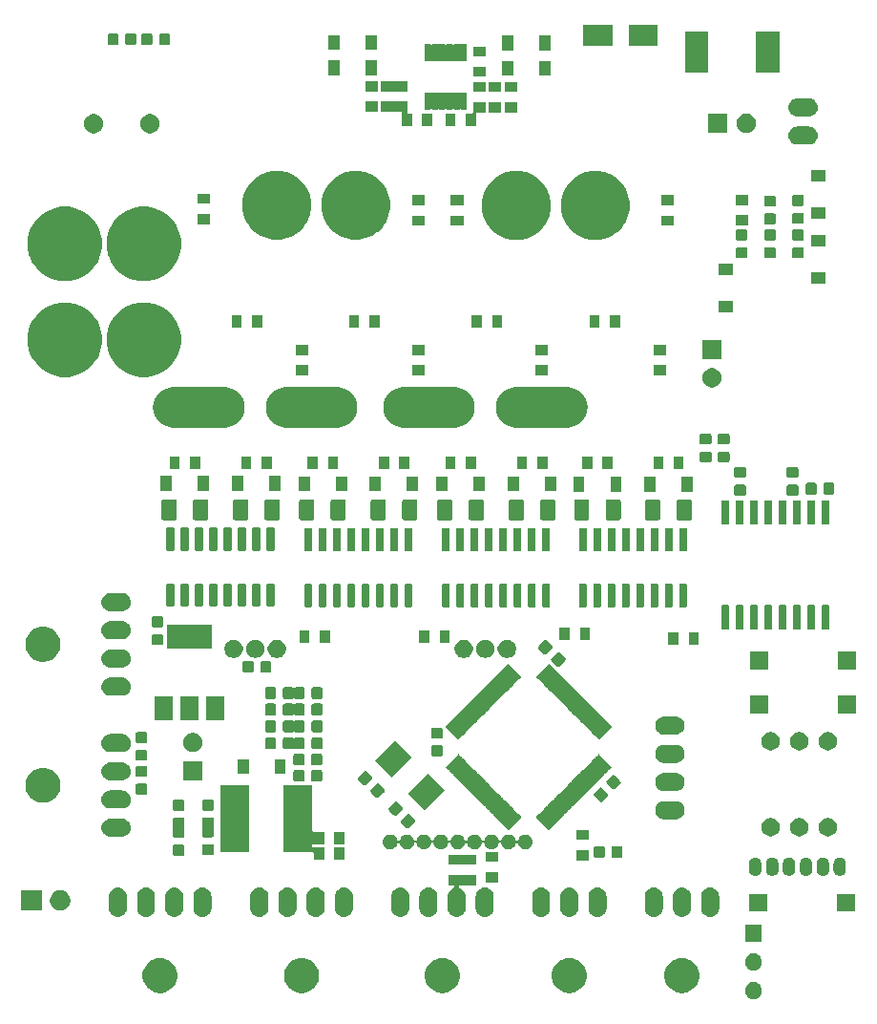
<source format=gbr>
G04 #@! TF.GenerationSoftware,KiCad,Pcbnew,(5.1.5)-3*
G04 #@! TF.CreationDate,2020-03-29T19:43:35+09:00*
G04 #@! TF.ProjectId,SteerMD,53746565-724d-4442-9e6b-696361645f70,rev?*
G04 #@! TF.SameCoordinates,Original*
G04 #@! TF.FileFunction,Soldermask,Top*
G04 #@! TF.FilePolarity,Negative*
%FSLAX46Y46*%
G04 Gerber Fmt 4.6, Leading zero omitted, Abs format (unit mm)*
G04 Created by KiCad (PCBNEW (5.1.5)-3) date 2020-03-29 19:43:35*
%MOMM*%
%LPD*%
G04 APERTURE LIST*
%ADD10C,0.100000*%
G04 APERTURE END LIST*
D10*
G36*
X138394425Y-136944599D02*
G01*
X138518621Y-136969302D01*
X138655022Y-137025801D01*
X138777779Y-137107825D01*
X138882175Y-137212221D01*
X138964199Y-137334978D01*
X139020698Y-137471379D01*
X139049500Y-137616181D01*
X139049500Y-137763819D01*
X139020698Y-137908621D01*
X138964199Y-138045022D01*
X138882175Y-138167779D01*
X138777779Y-138272175D01*
X138655022Y-138354199D01*
X138518621Y-138410698D01*
X138394425Y-138435401D01*
X138373820Y-138439500D01*
X138226180Y-138439500D01*
X138205575Y-138435401D01*
X138081379Y-138410698D01*
X137944978Y-138354199D01*
X137822221Y-138272175D01*
X137717825Y-138167779D01*
X137635801Y-138045022D01*
X137579302Y-137908621D01*
X137550500Y-137763819D01*
X137550500Y-137616181D01*
X137579302Y-137471379D01*
X137635801Y-137334978D01*
X137717825Y-137212221D01*
X137822221Y-137107825D01*
X137944978Y-137025801D01*
X138081379Y-136969302D01*
X138205575Y-136944599D01*
X138226180Y-136940500D01*
X138373820Y-136940500D01*
X138394425Y-136944599D01*
G37*
G36*
X132252585Y-134828802D02*
G01*
X132402410Y-134858604D01*
X132684674Y-134975521D01*
X132938705Y-135145259D01*
X133154741Y-135361295D01*
X133324479Y-135615326D01*
X133441396Y-135897590D01*
X133501000Y-136197240D01*
X133501000Y-136502760D01*
X133441396Y-136802410D01*
X133324479Y-137084674D01*
X133154741Y-137338705D01*
X132938705Y-137554741D01*
X132684674Y-137724479D01*
X132402410Y-137841396D01*
X132252585Y-137871198D01*
X132102761Y-137901000D01*
X131797239Y-137901000D01*
X131647415Y-137871198D01*
X131497590Y-137841396D01*
X131215326Y-137724479D01*
X130961295Y-137554741D01*
X130745259Y-137338705D01*
X130575521Y-137084674D01*
X130458604Y-136802410D01*
X130399000Y-136502760D01*
X130399000Y-136197240D01*
X130458604Y-135897590D01*
X130575521Y-135615326D01*
X130745259Y-135361295D01*
X130961295Y-135145259D01*
X131215326Y-134975521D01*
X131497590Y-134858604D01*
X131647415Y-134828802D01*
X131797239Y-134799000D01*
X132102761Y-134799000D01*
X132252585Y-134828802D01*
G37*
G36*
X122252585Y-134828802D02*
G01*
X122402410Y-134858604D01*
X122684674Y-134975521D01*
X122938705Y-135145259D01*
X123154741Y-135361295D01*
X123324479Y-135615326D01*
X123441396Y-135897590D01*
X123501000Y-136197240D01*
X123501000Y-136502760D01*
X123441396Y-136802410D01*
X123324479Y-137084674D01*
X123154741Y-137338705D01*
X122938705Y-137554741D01*
X122684674Y-137724479D01*
X122402410Y-137841396D01*
X122252585Y-137871198D01*
X122102761Y-137901000D01*
X121797239Y-137901000D01*
X121647415Y-137871198D01*
X121497590Y-137841396D01*
X121215326Y-137724479D01*
X120961295Y-137554741D01*
X120745259Y-137338705D01*
X120575521Y-137084674D01*
X120458604Y-136802410D01*
X120399000Y-136502760D01*
X120399000Y-136197240D01*
X120458604Y-135897590D01*
X120575521Y-135615326D01*
X120745259Y-135361295D01*
X120961295Y-135145259D01*
X121215326Y-134975521D01*
X121497590Y-134858604D01*
X121647415Y-134828802D01*
X121797239Y-134799000D01*
X122102761Y-134799000D01*
X122252585Y-134828802D01*
G37*
G36*
X111002585Y-134828802D02*
G01*
X111152410Y-134858604D01*
X111434674Y-134975521D01*
X111688705Y-135145259D01*
X111904741Y-135361295D01*
X112074479Y-135615326D01*
X112191396Y-135897590D01*
X112251000Y-136197240D01*
X112251000Y-136502760D01*
X112191396Y-136802410D01*
X112074479Y-137084674D01*
X111904741Y-137338705D01*
X111688705Y-137554741D01*
X111434674Y-137724479D01*
X111152410Y-137841396D01*
X111002585Y-137871198D01*
X110852761Y-137901000D01*
X110547239Y-137901000D01*
X110397415Y-137871198D01*
X110247590Y-137841396D01*
X109965326Y-137724479D01*
X109711295Y-137554741D01*
X109495259Y-137338705D01*
X109325521Y-137084674D01*
X109208604Y-136802410D01*
X109149000Y-136502760D01*
X109149000Y-136197240D01*
X109208604Y-135897590D01*
X109325521Y-135615326D01*
X109495259Y-135361295D01*
X109711295Y-135145259D01*
X109965326Y-134975521D01*
X110247590Y-134858604D01*
X110397415Y-134828802D01*
X110547239Y-134799000D01*
X110852761Y-134799000D01*
X111002585Y-134828802D01*
G37*
G36*
X85952585Y-134828802D02*
G01*
X86102410Y-134858604D01*
X86384674Y-134975521D01*
X86638705Y-135145259D01*
X86854741Y-135361295D01*
X87024479Y-135615326D01*
X87141396Y-135897590D01*
X87201000Y-136197240D01*
X87201000Y-136502760D01*
X87141396Y-136802410D01*
X87024479Y-137084674D01*
X86854741Y-137338705D01*
X86638705Y-137554741D01*
X86384674Y-137724479D01*
X86102410Y-137841396D01*
X85952585Y-137871198D01*
X85802761Y-137901000D01*
X85497239Y-137901000D01*
X85347415Y-137871198D01*
X85197590Y-137841396D01*
X84915326Y-137724479D01*
X84661295Y-137554741D01*
X84445259Y-137338705D01*
X84275521Y-137084674D01*
X84158604Y-136802410D01*
X84099000Y-136502760D01*
X84099000Y-136197240D01*
X84158604Y-135897590D01*
X84275521Y-135615326D01*
X84445259Y-135361295D01*
X84661295Y-135145259D01*
X84915326Y-134975521D01*
X85197590Y-134858604D01*
X85347415Y-134828802D01*
X85497239Y-134799000D01*
X85802761Y-134799000D01*
X85952585Y-134828802D01*
G37*
G36*
X98502585Y-134828802D02*
G01*
X98652410Y-134858604D01*
X98934674Y-134975521D01*
X99188705Y-135145259D01*
X99404741Y-135361295D01*
X99574479Y-135615326D01*
X99691396Y-135897590D01*
X99751000Y-136197240D01*
X99751000Y-136502760D01*
X99691396Y-136802410D01*
X99574479Y-137084674D01*
X99404741Y-137338705D01*
X99188705Y-137554741D01*
X98934674Y-137724479D01*
X98652410Y-137841396D01*
X98502585Y-137871198D01*
X98352761Y-137901000D01*
X98047239Y-137901000D01*
X97897415Y-137871198D01*
X97747590Y-137841396D01*
X97465326Y-137724479D01*
X97211295Y-137554741D01*
X96995259Y-137338705D01*
X96825521Y-137084674D01*
X96708604Y-136802410D01*
X96649000Y-136502760D01*
X96649000Y-136197240D01*
X96708604Y-135897590D01*
X96825521Y-135615326D01*
X96995259Y-135361295D01*
X97211295Y-135145259D01*
X97465326Y-134975521D01*
X97747590Y-134858604D01*
X97897415Y-134828802D01*
X98047239Y-134799000D01*
X98352761Y-134799000D01*
X98502585Y-134828802D01*
G37*
G36*
X138394425Y-134404599D02*
G01*
X138518621Y-134429302D01*
X138655022Y-134485801D01*
X138777779Y-134567825D01*
X138882175Y-134672221D01*
X138964199Y-134794978D01*
X139020698Y-134931379D01*
X139049500Y-135076181D01*
X139049500Y-135223819D01*
X139020698Y-135368621D01*
X138964199Y-135505022D01*
X138882175Y-135627779D01*
X138777779Y-135732175D01*
X138655022Y-135814199D01*
X138518621Y-135870698D01*
X138394425Y-135895401D01*
X138373820Y-135899500D01*
X138226180Y-135899500D01*
X138205575Y-135895401D01*
X138081379Y-135870698D01*
X137944978Y-135814199D01*
X137822221Y-135732175D01*
X137717825Y-135627779D01*
X137635801Y-135505022D01*
X137579302Y-135368621D01*
X137550500Y-135223819D01*
X137550500Y-135076181D01*
X137579302Y-134931379D01*
X137635801Y-134794978D01*
X137717825Y-134672221D01*
X137822221Y-134567825D01*
X137944978Y-134485801D01*
X138081379Y-134429302D01*
X138205575Y-134404599D01*
X138226180Y-134400500D01*
X138373820Y-134400500D01*
X138394425Y-134404599D01*
G37*
G36*
X139049500Y-133359500D02*
G01*
X137550500Y-133359500D01*
X137550500Y-131860500D01*
X139049500Y-131860500D01*
X139049500Y-133359500D01*
G37*
G36*
X109607022Y-128560590D02*
G01*
X109691572Y-128586238D01*
X109758012Y-128606392D01*
X109897164Y-128680771D01*
X110019133Y-128780867D01*
X110034014Y-128799000D01*
X110119229Y-128902835D01*
X110193608Y-129041987D01*
X110208875Y-129092318D01*
X110239410Y-129192977D01*
X110251000Y-129310655D01*
X110251000Y-130389345D01*
X110239410Y-130507023D01*
X110221406Y-130566375D01*
X110193608Y-130658013D01*
X110119229Y-130797165D01*
X110019133Y-130919133D01*
X109897165Y-131019229D01*
X109758013Y-131093608D01*
X109707682Y-131108875D01*
X109607023Y-131139410D01*
X109450000Y-131154875D01*
X109292978Y-131139410D01*
X109192319Y-131108875D01*
X109141988Y-131093608D01*
X109002836Y-131019229D01*
X108880868Y-130919133D01*
X108780772Y-130797165D01*
X108706393Y-130658013D01*
X108678595Y-130566375D01*
X108660591Y-130507023D01*
X108649001Y-130389345D01*
X108649000Y-129310656D01*
X108660590Y-129192978D01*
X108706392Y-129041989D01*
X108706392Y-129041988D01*
X108780771Y-128902836D01*
X108781831Y-128901544D01*
X108880867Y-128780867D01*
X109002835Y-128680771D01*
X109141987Y-128606392D01*
X109208427Y-128586238D01*
X109292977Y-128560590D01*
X109450000Y-128545125D01*
X109607022Y-128560590D01*
G37*
G36*
X87057022Y-128560590D02*
G01*
X87141572Y-128586238D01*
X87208012Y-128606392D01*
X87347164Y-128680771D01*
X87469133Y-128780867D01*
X87484014Y-128799000D01*
X87569229Y-128902835D01*
X87643608Y-129041987D01*
X87658875Y-129092318D01*
X87689410Y-129192977D01*
X87701000Y-129310655D01*
X87701000Y-130389345D01*
X87689410Y-130507023D01*
X87671406Y-130566375D01*
X87643608Y-130658013D01*
X87569229Y-130797165D01*
X87469133Y-130919133D01*
X87347165Y-131019229D01*
X87208013Y-131093608D01*
X87157682Y-131108875D01*
X87057023Y-131139410D01*
X86900000Y-131154875D01*
X86742978Y-131139410D01*
X86642319Y-131108875D01*
X86591988Y-131093608D01*
X86452836Y-131019229D01*
X86330868Y-130919133D01*
X86230772Y-130797165D01*
X86156393Y-130658013D01*
X86128595Y-130566375D01*
X86110591Y-130507023D01*
X86099001Y-130389345D01*
X86099000Y-129310656D01*
X86110590Y-129192978D01*
X86156392Y-129041989D01*
X86156392Y-129041988D01*
X86230771Y-128902836D01*
X86231831Y-128901544D01*
X86330867Y-128780867D01*
X86452835Y-128680771D01*
X86591987Y-128606392D01*
X86658427Y-128586238D01*
X86742977Y-128560590D01*
X86900000Y-128545125D01*
X87057022Y-128560590D01*
G37*
G36*
X82057022Y-128560590D02*
G01*
X82141572Y-128586238D01*
X82208012Y-128606392D01*
X82347164Y-128680771D01*
X82469133Y-128780867D01*
X82484014Y-128799000D01*
X82569229Y-128902835D01*
X82643608Y-129041987D01*
X82658875Y-129092318D01*
X82689410Y-129192977D01*
X82701000Y-129310655D01*
X82701000Y-130389345D01*
X82689410Y-130507023D01*
X82671406Y-130566375D01*
X82643608Y-130658013D01*
X82569229Y-130797165D01*
X82469133Y-130919133D01*
X82347165Y-131019229D01*
X82208013Y-131093608D01*
X82157682Y-131108875D01*
X82057023Y-131139410D01*
X81900000Y-131154875D01*
X81742978Y-131139410D01*
X81642319Y-131108875D01*
X81591988Y-131093608D01*
X81452836Y-131019229D01*
X81330868Y-130919133D01*
X81230772Y-130797165D01*
X81156393Y-130658013D01*
X81128595Y-130566375D01*
X81110591Y-130507023D01*
X81099001Y-130389345D01*
X81099000Y-129310656D01*
X81110590Y-129192978D01*
X81156392Y-129041989D01*
X81156392Y-129041988D01*
X81230771Y-128902836D01*
X81231831Y-128901544D01*
X81330867Y-128780867D01*
X81452835Y-128680771D01*
X81591987Y-128606392D01*
X81658427Y-128586238D01*
X81742977Y-128560590D01*
X81900000Y-128545125D01*
X82057022Y-128560590D01*
G37*
G36*
X84557022Y-128560590D02*
G01*
X84641572Y-128586238D01*
X84708012Y-128606392D01*
X84847164Y-128680771D01*
X84969133Y-128780867D01*
X84984014Y-128799000D01*
X85069229Y-128902835D01*
X85143608Y-129041987D01*
X85158875Y-129092318D01*
X85189410Y-129192977D01*
X85201000Y-129310655D01*
X85201000Y-130389345D01*
X85189410Y-130507023D01*
X85171406Y-130566375D01*
X85143608Y-130658013D01*
X85069229Y-130797165D01*
X84969133Y-130919133D01*
X84847165Y-131019229D01*
X84708013Y-131093608D01*
X84657682Y-131108875D01*
X84557023Y-131139410D01*
X84400000Y-131154875D01*
X84242978Y-131139410D01*
X84142319Y-131108875D01*
X84091988Y-131093608D01*
X83952836Y-131019229D01*
X83830868Y-130919133D01*
X83730772Y-130797165D01*
X83656393Y-130658013D01*
X83628595Y-130566375D01*
X83610591Y-130507023D01*
X83599001Y-130389345D01*
X83599000Y-129310656D01*
X83610590Y-129192978D01*
X83656392Y-129041989D01*
X83656392Y-129041988D01*
X83730771Y-128902836D01*
X83731831Y-128901544D01*
X83830867Y-128780867D01*
X83952835Y-128680771D01*
X84091987Y-128606392D01*
X84158427Y-128586238D01*
X84242977Y-128560590D01*
X84400000Y-128545125D01*
X84557022Y-128560590D01*
G37*
G36*
X129607022Y-128560590D02*
G01*
X129691572Y-128586238D01*
X129758012Y-128606392D01*
X129897164Y-128680771D01*
X130019133Y-128780867D01*
X130034014Y-128799000D01*
X130119229Y-128902835D01*
X130193608Y-129041987D01*
X130208875Y-129092318D01*
X130239410Y-129192977D01*
X130251000Y-129310655D01*
X130251000Y-130389345D01*
X130239410Y-130507023D01*
X130221406Y-130566375D01*
X130193608Y-130658013D01*
X130119229Y-130797165D01*
X130019133Y-130919133D01*
X129897165Y-131019229D01*
X129758013Y-131093608D01*
X129707682Y-131108875D01*
X129607023Y-131139410D01*
X129450000Y-131154875D01*
X129292978Y-131139410D01*
X129192319Y-131108875D01*
X129141988Y-131093608D01*
X129002836Y-131019229D01*
X128880868Y-130919133D01*
X128780772Y-130797165D01*
X128706393Y-130658013D01*
X128678595Y-130566375D01*
X128660591Y-130507023D01*
X128649001Y-130389345D01*
X128649000Y-129310656D01*
X128660590Y-129192978D01*
X128706392Y-129041989D01*
X128706392Y-129041988D01*
X128780771Y-128902836D01*
X128781831Y-128901544D01*
X128880867Y-128780867D01*
X129002835Y-128680771D01*
X129141987Y-128606392D01*
X129208427Y-128586238D01*
X129292977Y-128560590D01*
X129450000Y-128545125D01*
X129607022Y-128560590D01*
G37*
G36*
X132107022Y-128560590D02*
G01*
X132191572Y-128586238D01*
X132258012Y-128606392D01*
X132397164Y-128680771D01*
X132519133Y-128780867D01*
X132534014Y-128799000D01*
X132619229Y-128902835D01*
X132693608Y-129041987D01*
X132708875Y-129092318D01*
X132739410Y-129192977D01*
X132751000Y-129310655D01*
X132751000Y-130389345D01*
X132739410Y-130507023D01*
X132721406Y-130566375D01*
X132693608Y-130658013D01*
X132619229Y-130797165D01*
X132519133Y-130919133D01*
X132397165Y-131019229D01*
X132258013Y-131093608D01*
X132207682Y-131108875D01*
X132107023Y-131139410D01*
X131950000Y-131154875D01*
X131792978Y-131139410D01*
X131692319Y-131108875D01*
X131641988Y-131093608D01*
X131502836Y-131019229D01*
X131380868Y-130919133D01*
X131280772Y-130797165D01*
X131206393Y-130658013D01*
X131178595Y-130566375D01*
X131160591Y-130507023D01*
X131149001Y-130389345D01*
X131149000Y-129310656D01*
X131160590Y-129192978D01*
X131206392Y-129041989D01*
X131206392Y-129041988D01*
X131280771Y-128902836D01*
X131281831Y-128901544D01*
X131380867Y-128780867D01*
X131502835Y-128680771D01*
X131641987Y-128606392D01*
X131708427Y-128586238D01*
X131792977Y-128560590D01*
X131950000Y-128545125D01*
X132107022Y-128560590D01*
G37*
G36*
X119607022Y-128560590D02*
G01*
X119691572Y-128586238D01*
X119758012Y-128606392D01*
X119897164Y-128680771D01*
X120019133Y-128780867D01*
X120034014Y-128799000D01*
X120119229Y-128902835D01*
X120193608Y-129041987D01*
X120208875Y-129092318D01*
X120239410Y-129192977D01*
X120251000Y-129310655D01*
X120251000Y-130389345D01*
X120239410Y-130507023D01*
X120221406Y-130566375D01*
X120193608Y-130658013D01*
X120119229Y-130797165D01*
X120019133Y-130919133D01*
X119897165Y-131019229D01*
X119758013Y-131093608D01*
X119707682Y-131108875D01*
X119607023Y-131139410D01*
X119450000Y-131154875D01*
X119292978Y-131139410D01*
X119192319Y-131108875D01*
X119141988Y-131093608D01*
X119002836Y-131019229D01*
X118880868Y-130919133D01*
X118780772Y-130797165D01*
X118706393Y-130658013D01*
X118678595Y-130566375D01*
X118660591Y-130507023D01*
X118649001Y-130389345D01*
X118649000Y-129310656D01*
X118660590Y-129192978D01*
X118706392Y-129041989D01*
X118706392Y-129041988D01*
X118780771Y-128902836D01*
X118781831Y-128901544D01*
X118880867Y-128780867D01*
X119002835Y-128680771D01*
X119141987Y-128606392D01*
X119208427Y-128586238D01*
X119292977Y-128560590D01*
X119450000Y-128545125D01*
X119607022Y-128560590D01*
G37*
G36*
X122107022Y-128560590D02*
G01*
X122191572Y-128586238D01*
X122258012Y-128606392D01*
X122397164Y-128680771D01*
X122519133Y-128780867D01*
X122534014Y-128799000D01*
X122619229Y-128902835D01*
X122693608Y-129041987D01*
X122708875Y-129092318D01*
X122739410Y-129192977D01*
X122751000Y-129310655D01*
X122751000Y-130389345D01*
X122739410Y-130507023D01*
X122721406Y-130566375D01*
X122693608Y-130658013D01*
X122619229Y-130797165D01*
X122519133Y-130919133D01*
X122397165Y-131019229D01*
X122258013Y-131093608D01*
X122207682Y-131108875D01*
X122107023Y-131139410D01*
X121950000Y-131154875D01*
X121792978Y-131139410D01*
X121692319Y-131108875D01*
X121641988Y-131093608D01*
X121502836Y-131019229D01*
X121380868Y-130919133D01*
X121280772Y-130797165D01*
X121206393Y-130658013D01*
X121178595Y-130566375D01*
X121160591Y-130507023D01*
X121149001Y-130389345D01*
X121149000Y-129310656D01*
X121160590Y-129192978D01*
X121206392Y-129041989D01*
X121206392Y-129041988D01*
X121280771Y-128902836D01*
X121281831Y-128901544D01*
X121380867Y-128780867D01*
X121502835Y-128680771D01*
X121641987Y-128606392D01*
X121708427Y-128586238D01*
X121792977Y-128560590D01*
X121950000Y-128545125D01*
X122107022Y-128560590D01*
G37*
G36*
X124607022Y-128560590D02*
G01*
X124691572Y-128586238D01*
X124758012Y-128606392D01*
X124897164Y-128680771D01*
X125019133Y-128780867D01*
X125034014Y-128799000D01*
X125119229Y-128902835D01*
X125193608Y-129041987D01*
X125208875Y-129092318D01*
X125239410Y-129192977D01*
X125251000Y-129310655D01*
X125251000Y-130389345D01*
X125239410Y-130507023D01*
X125221406Y-130566375D01*
X125193608Y-130658013D01*
X125119229Y-130797165D01*
X125019133Y-130919133D01*
X124897165Y-131019229D01*
X124758013Y-131093608D01*
X124707682Y-131108875D01*
X124607023Y-131139410D01*
X124450000Y-131154875D01*
X124292978Y-131139410D01*
X124192319Y-131108875D01*
X124141988Y-131093608D01*
X124002836Y-131019229D01*
X123880868Y-130919133D01*
X123780772Y-130797165D01*
X123706393Y-130658013D01*
X123678595Y-130566375D01*
X123660591Y-130507023D01*
X123649001Y-130389345D01*
X123649000Y-129310656D01*
X123660590Y-129192978D01*
X123706392Y-129041989D01*
X123706392Y-129041988D01*
X123780771Y-128902836D01*
X123781831Y-128901544D01*
X123880867Y-128780867D01*
X124002835Y-128680771D01*
X124141987Y-128606392D01*
X124208427Y-128586238D01*
X124292977Y-128560590D01*
X124450000Y-128545125D01*
X124607022Y-128560590D01*
G37*
G36*
X114607022Y-128560590D02*
G01*
X114691572Y-128586238D01*
X114758012Y-128606392D01*
X114897164Y-128680771D01*
X115019133Y-128780867D01*
X115034014Y-128799000D01*
X115119229Y-128902835D01*
X115193608Y-129041987D01*
X115208875Y-129092318D01*
X115239410Y-129192977D01*
X115251000Y-129310655D01*
X115251000Y-130389345D01*
X115239410Y-130507023D01*
X115221406Y-130566375D01*
X115193608Y-130658013D01*
X115119229Y-130797165D01*
X115019133Y-130919133D01*
X114897165Y-131019229D01*
X114758013Y-131093608D01*
X114707682Y-131108875D01*
X114607023Y-131139410D01*
X114450000Y-131154875D01*
X114292978Y-131139410D01*
X114192319Y-131108875D01*
X114141988Y-131093608D01*
X114002836Y-131019229D01*
X113880868Y-130919133D01*
X113780772Y-130797165D01*
X113706393Y-130658013D01*
X113678595Y-130566375D01*
X113660591Y-130507023D01*
X113649001Y-130389345D01*
X113649000Y-129310656D01*
X113660590Y-129192978D01*
X113706392Y-129041989D01*
X113706392Y-129041988D01*
X113780771Y-128902836D01*
X113781831Y-128901544D01*
X113880867Y-128780867D01*
X114002835Y-128680771D01*
X114141987Y-128606392D01*
X114208427Y-128586238D01*
X114292977Y-128560590D01*
X114450000Y-128545125D01*
X114607022Y-128560590D01*
G37*
G36*
X113651000Y-128351000D02*
G01*
X112258772Y-128351000D01*
X112234386Y-128353402D01*
X112210937Y-128360515D01*
X112189326Y-128372066D01*
X112170384Y-128387611D01*
X112154839Y-128406553D01*
X112143288Y-128428164D01*
X112136175Y-128451613D01*
X112133773Y-128475999D01*
X112136175Y-128500385D01*
X112143288Y-128523834D01*
X112154839Y-128545445D01*
X112170384Y-128564387D01*
X112189326Y-128579932D01*
X112210937Y-128591483D01*
X112222487Y-128595616D01*
X112258012Y-128606392D01*
X112397164Y-128680771D01*
X112519133Y-128780867D01*
X112534014Y-128799000D01*
X112619229Y-128902835D01*
X112693608Y-129041987D01*
X112708875Y-129092318D01*
X112739410Y-129192977D01*
X112751000Y-129310655D01*
X112751000Y-130389345D01*
X112739410Y-130507023D01*
X112721406Y-130566375D01*
X112693608Y-130658013D01*
X112619229Y-130797165D01*
X112519133Y-130919133D01*
X112397165Y-131019229D01*
X112258013Y-131093608D01*
X112207682Y-131108875D01*
X112107023Y-131139410D01*
X111950000Y-131154875D01*
X111792978Y-131139410D01*
X111692319Y-131108875D01*
X111641988Y-131093608D01*
X111502836Y-131019229D01*
X111380868Y-130919133D01*
X111280772Y-130797165D01*
X111206393Y-130658013D01*
X111178595Y-130566375D01*
X111160591Y-130507023D01*
X111149001Y-130389345D01*
X111149000Y-129310656D01*
X111160590Y-129192978D01*
X111206392Y-129041989D01*
X111206392Y-129041988D01*
X111280771Y-128902836D01*
X111281831Y-128901544D01*
X111380867Y-128780867D01*
X111502835Y-128680771D01*
X111641987Y-128606392D01*
X111677512Y-128595616D01*
X111700151Y-128586238D01*
X111720525Y-128572625D01*
X111737852Y-128555298D01*
X111751466Y-128534923D01*
X111760844Y-128512285D01*
X111765624Y-128488251D01*
X111765624Y-128463747D01*
X111760844Y-128439714D01*
X111751466Y-128417075D01*
X111737853Y-128396701D01*
X111720526Y-128379374D01*
X111700151Y-128365760D01*
X111677513Y-128356382D01*
X111653479Y-128351602D01*
X111641227Y-128351000D01*
X111249000Y-128351000D01*
X111249000Y-127449000D01*
X113651000Y-127449000D01*
X113651000Y-128351000D01*
G37*
G36*
X107107022Y-128560590D02*
G01*
X107191572Y-128586238D01*
X107258012Y-128606392D01*
X107397164Y-128680771D01*
X107519133Y-128780867D01*
X107534014Y-128799000D01*
X107619229Y-128902835D01*
X107693608Y-129041987D01*
X107708875Y-129092318D01*
X107739410Y-129192977D01*
X107751000Y-129310655D01*
X107751000Y-130389345D01*
X107739410Y-130507023D01*
X107721406Y-130566375D01*
X107693608Y-130658013D01*
X107619229Y-130797165D01*
X107519133Y-130919133D01*
X107397165Y-131019229D01*
X107258013Y-131093608D01*
X107207682Y-131108875D01*
X107107023Y-131139410D01*
X106950000Y-131154875D01*
X106792978Y-131139410D01*
X106692319Y-131108875D01*
X106641988Y-131093608D01*
X106502836Y-131019229D01*
X106380868Y-130919133D01*
X106280772Y-130797165D01*
X106206393Y-130658013D01*
X106178595Y-130566375D01*
X106160591Y-130507023D01*
X106149001Y-130389345D01*
X106149000Y-129310656D01*
X106160590Y-129192978D01*
X106206392Y-129041989D01*
X106206392Y-129041988D01*
X106280771Y-128902836D01*
X106281831Y-128901544D01*
X106380867Y-128780867D01*
X106502835Y-128680771D01*
X106641987Y-128606392D01*
X106708427Y-128586238D01*
X106792977Y-128560590D01*
X106950000Y-128545125D01*
X107107022Y-128560590D01*
G37*
G36*
X94607022Y-128560590D02*
G01*
X94691572Y-128586238D01*
X94758012Y-128606392D01*
X94897164Y-128680771D01*
X95019133Y-128780867D01*
X95034014Y-128799000D01*
X95119229Y-128902835D01*
X95193608Y-129041987D01*
X95208875Y-129092318D01*
X95239410Y-129192977D01*
X95251000Y-129310655D01*
X95251000Y-130389345D01*
X95239410Y-130507023D01*
X95221406Y-130566375D01*
X95193608Y-130658013D01*
X95119229Y-130797165D01*
X95019133Y-130919133D01*
X94897165Y-131019229D01*
X94758013Y-131093608D01*
X94707682Y-131108875D01*
X94607023Y-131139410D01*
X94450000Y-131154875D01*
X94292978Y-131139410D01*
X94192319Y-131108875D01*
X94141988Y-131093608D01*
X94002836Y-131019229D01*
X93880868Y-130919133D01*
X93780772Y-130797165D01*
X93706393Y-130658013D01*
X93678595Y-130566375D01*
X93660591Y-130507023D01*
X93649001Y-130389345D01*
X93649000Y-129310656D01*
X93660590Y-129192978D01*
X93706392Y-129041989D01*
X93706392Y-129041988D01*
X93780771Y-128902836D01*
X93781831Y-128901544D01*
X93880867Y-128780867D01*
X94002835Y-128680771D01*
X94141987Y-128606392D01*
X94208427Y-128586238D01*
X94292977Y-128560590D01*
X94450000Y-128545125D01*
X94607022Y-128560590D01*
G37*
G36*
X97107022Y-128560590D02*
G01*
X97191572Y-128586238D01*
X97258012Y-128606392D01*
X97397164Y-128680771D01*
X97519133Y-128780867D01*
X97534014Y-128799000D01*
X97619229Y-128902835D01*
X97693608Y-129041987D01*
X97708875Y-129092318D01*
X97739410Y-129192977D01*
X97751000Y-129310655D01*
X97751000Y-130389345D01*
X97739410Y-130507023D01*
X97721406Y-130566375D01*
X97693608Y-130658013D01*
X97619229Y-130797165D01*
X97519133Y-130919133D01*
X97397165Y-131019229D01*
X97258013Y-131093608D01*
X97207682Y-131108875D01*
X97107023Y-131139410D01*
X96950000Y-131154875D01*
X96792978Y-131139410D01*
X96692319Y-131108875D01*
X96641988Y-131093608D01*
X96502836Y-131019229D01*
X96380868Y-130919133D01*
X96280772Y-130797165D01*
X96206393Y-130658013D01*
X96178595Y-130566375D01*
X96160591Y-130507023D01*
X96149001Y-130389345D01*
X96149000Y-129310656D01*
X96160590Y-129192978D01*
X96206392Y-129041989D01*
X96206392Y-129041988D01*
X96280771Y-128902836D01*
X96281831Y-128901544D01*
X96380867Y-128780867D01*
X96502835Y-128680771D01*
X96641987Y-128606392D01*
X96708427Y-128586238D01*
X96792977Y-128560590D01*
X96950000Y-128545125D01*
X97107022Y-128560590D01*
G37*
G36*
X99607022Y-128560590D02*
G01*
X99691572Y-128586238D01*
X99758012Y-128606392D01*
X99897164Y-128680771D01*
X100019133Y-128780867D01*
X100034014Y-128799000D01*
X100119229Y-128902835D01*
X100193608Y-129041987D01*
X100208875Y-129092318D01*
X100239410Y-129192977D01*
X100251000Y-129310655D01*
X100251000Y-130389345D01*
X100239410Y-130507023D01*
X100221406Y-130566375D01*
X100193608Y-130658013D01*
X100119229Y-130797165D01*
X100019133Y-130919133D01*
X99897165Y-131019229D01*
X99758013Y-131093608D01*
X99707682Y-131108875D01*
X99607023Y-131139410D01*
X99450000Y-131154875D01*
X99292978Y-131139410D01*
X99192319Y-131108875D01*
X99141988Y-131093608D01*
X99002836Y-131019229D01*
X98880868Y-130919133D01*
X98780772Y-130797165D01*
X98706393Y-130658013D01*
X98678595Y-130566375D01*
X98660591Y-130507023D01*
X98649001Y-130389345D01*
X98649000Y-129310656D01*
X98660590Y-129192978D01*
X98706392Y-129041989D01*
X98706392Y-129041988D01*
X98780771Y-128902836D01*
X98781831Y-128901544D01*
X98880867Y-128780867D01*
X99002835Y-128680771D01*
X99141987Y-128606392D01*
X99208427Y-128586238D01*
X99292977Y-128560590D01*
X99450000Y-128545125D01*
X99607022Y-128560590D01*
G37*
G36*
X102107022Y-128560590D02*
G01*
X102191572Y-128586238D01*
X102258012Y-128606392D01*
X102397164Y-128680771D01*
X102519133Y-128780867D01*
X102534014Y-128799000D01*
X102619229Y-128902835D01*
X102693608Y-129041987D01*
X102708875Y-129092318D01*
X102739410Y-129192977D01*
X102751000Y-129310655D01*
X102751000Y-130389345D01*
X102739410Y-130507023D01*
X102721406Y-130566375D01*
X102693608Y-130658013D01*
X102619229Y-130797165D01*
X102519133Y-130919133D01*
X102397165Y-131019229D01*
X102258013Y-131093608D01*
X102207682Y-131108875D01*
X102107023Y-131139410D01*
X101950000Y-131154875D01*
X101792978Y-131139410D01*
X101692319Y-131108875D01*
X101641988Y-131093608D01*
X101502836Y-131019229D01*
X101380868Y-130919133D01*
X101280772Y-130797165D01*
X101206393Y-130658013D01*
X101178595Y-130566375D01*
X101160591Y-130507023D01*
X101149001Y-130389345D01*
X101149000Y-129310656D01*
X101160590Y-129192978D01*
X101206392Y-129041989D01*
X101206392Y-129041988D01*
X101280771Y-128902836D01*
X101281831Y-128901544D01*
X101380867Y-128780867D01*
X101502835Y-128680771D01*
X101641987Y-128606392D01*
X101708427Y-128586238D01*
X101792977Y-128560590D01*
X101950000Y-128545125D01*
X102107022Y-128560590D01*
G37*
G36*
X134607022Y-128560590D02*
G01*
X134691572Y-128586238D01*
X134758012Y-128606392D01*
X134897164Y-128680771D01*
X135019133Y-128780867D01*
X135034014Y-128799000D01*
X135119229Y-128902835D01*
X135193608Y-129041987D01*
X135208875Y-129092318D01*
X135239410Y-129192977D01*
X135251000Y-129310655D01*
X135251000Y-130389345D01*
X135239410Y-130507023D01*
X135221406Y-130566375D01*
X135193608Y-130658013D01*
X135119229Y-130797165D01*
X135019133Y-130919133D01*
X134897165Y-131019229D01*
X134758013Y-131093608D01*
X134707682Y-131108875D01*
X134607023Y-131139410D01*
X134450000Y-131154875D01*
X134292978Y-131139410D01*
X134192319Y-131108875D01*
X134141988Y-131093608D01*
X134002836Y-131019229D01*
X133880868Y-130919133D01*
X133780772Y-130797165D01*
X133706393Y-130658013D01*
X133678595Y-130566375D01*
X133660591Y-130507023D01*
X133649001Y-130389345D01*
X133649000Y-129310656D01*
X133660590Y-129192978D01*
X133706392Y-129041989D01*
X133706392Y-129041988D01*
X133780771Y-128902836D01*
X133781831Y-128901544D01*
X133880867Y-128780867D01*
X134002835Y-128680771D01*
X134141987Y-128606392D01*
X134208427Y-128586238D01*
X134292977Y-128560590D01*
X134450000Y-128545125D01*
X134607022Y-128560590D01*
G37*
G36*
X89557022Y-128560590D02*
G01*
X89641572Y-128586238D01*
X89708012Y-128606392D01*
X89847164Y-128680771D01*
X89969133Y-128780867D01*
X89984014Y-128799000D01*
X90069229Y-128902835D01*
X90143608Y-129041987D01*
X90158875Y-129092318D01*
X90189410Y-129192977D01*
X90201000Y-129310655D01*
X90201000Y-130389345D01*
X90189410Y-130507023D01*
X90171406Y-130566375D01*
X90143608Y-130658013D01*
X90069229Y-130797165D01*
X89969133Y-130919133D01*
X89847165Y-131019229D01*
X89708013Y-131093608D01*
X89657682Y-131108875D01*
X89557023Y-131139410D01*
X89400000Y-131154875D01*
X89242978Y-131139410D01*
X89142319Y-131108875D01*
X89091988Y-131093608D01*
X88952836Y-131019229D01*
X88830868Y-130919133D01*
X88730772Y-130797165D01*
X88656393Y-130658013D01*
X88628595Y-130566375D01*
X88610591Y-130507023D01*
X88599001Y-130389345D01*
X88599000Y-129310656D01*
X88610590Y-129192978D01*
X88656392Y-129041989D01*
X88656392Y-129041988D01*
X88730771Y-128902836D01*
X88731831Y-128901544D01*
X88830867Y-128780867D01*
X88952835Y-128680771D01*
X89091987Y-128606392D01*
X89158427Y-128586238D01*
X89242977Y-128560590D01*
X89400000Y-128545125D01*
X89557022Y-128560590D01*
G37*
G36*
X139501000Y-130701000D02*
G01*
X137899000Y-130701000D01*
X137899000Y-129099000D01*
X139501000Y-129099000D01*
X139501000Y-130701000D01*
G37*
G36*
X147301000Y-130701000D02*
G01*
X145699000Y-130701000D01*
X145699000Y-129099000D01*
X147301000Y-129099000D01*
X147301000Y-130701000D01*
G37*
G36*
X76903512Y-128803927D02*
G01*
X77052812Y-128833624D01*
X77216784Y-128901544D01*
X77364354Y-129000147D01*
X77489853Y-129125646D01*
X77588456Y-129273216D01*
X77656376Y-129437188D01*
X77691000Y-129611259D01*
X77691000Y-129788741D01*
X77656376Y-129962812D01*
X77588456Y-130126784D01*
X77489853Y-130274354D01*
X77364354Y-130399853D01*
X77216784Y-130498456D01*
X77052812Y-130566376D01*
X76903512Y-130596073D01*
X76878742Y-130601000D01*
X76701258Y-130601000D01*
X76676488Y-130596073D01*
X76527188Y-130566376D01*
X76363216Y-130498456D01*
X76215646Y-130399853D01*
X76090147Y-130274354D01*
X75991544Y-130126784D01*
X75923624Y-129962812D01*
X75889000Y-129788741D01*
X75889000Y-129611259D01*
X75923624Y-129437188D01*
X75991544Y-129273216D01*
X76090147Y-129125646D01*
X76215646Y-129000147D01*
X76363216Y-128901544D01*
X76527188Y-128833624D01*
X76676488Y-128803927D01*
X76701258Y-128799000D01*
X76878742Y-128799000D01*
X76903512Y-128803927D01*
G37*
G36*
X75151000Y-130601000D02*
G01*
X73349000Y-130601000D01*
X73349000Y-128799000D01*
X75151000Y-128799000D01*
X75151000Y-130601000D01*
G37*
G36*
X115601000Y-128101000D02*
G01*
X114499000Y-128101000D01*
X114499000Y-127199000D01*
X115601000Y-127199000D01*
X115601000Y-128101000D01*
G37*
G36*
X146058015Y-125894973D02*
G01*
X146161879Y-125926479D01*
X146189055Y-125941005D01*
X146257600Y-125977643D01*
X146341501Y-126046499D01*
X146410357Y-126130400D01*
X146446995Y-126198945D01*
X146461521Y-126226121D01*
X146493027Y-126329985D01*
X146501000Y-126410933D01*
X146501000Y-126989067D01*
X146493027Y-127070015D01*
X146461521Y-127173879D01*
X146410356Y-127269600D01*
X146341501Y-127353501D01*
X146272645Y-127410009D01*
X146257599Y-127422357D01*
X146207753Y-127449000D01*
X146161878Y-127473521D01*
X146058014Y-127505027D01*
X145950000Y-127515666D01*
X145841985Y-127505027D01*
X145738121Y-127473521D01*
X145692246Y-127449000D01*
X145642401Y-127422357D01*
X145629643Y-127411887D01*
X145558499Y-127353501D01*
X145489644Y-127269600D01*
X145438479Y-127173878D01*
X145406973Y-127070014D01*
X145399000Y-126989066D01*
X145399000Y-126410933D01*
X145406973Y-126329985D01*
X145438480Y-126226121D01*
X145438481Y-126226118D01*
X145489643Y-126130401D01*
X145558500Y-126046499D01*
X145642401Y-125977643D01*
X145710946Y-125941005D01*
X145738122Y-125926479D01*
X145841986Y-125894973D01*
X145950000Y-125884334D01*
X146058015Y-125894973D01*
G37*
G36*
X144558015Y-125894973D02*
G01*
X144661879Y-125926479D01*
X144689055Y-125941005D01*
X144757600Y-125977643D01*
X144841501Y-126046499D01*
X144910357Y-126130400D01*
X144946995Y-126198945D01*
X144961521Y-126226121D01*
X144993027Y-126329985D01*
X145001000Y-126410933D01*
X145001000Y-126989067D01*
X144993027Y-127070015D01*
X144961521Y-127173879D01*
X144910356Y-127269600D01*
X144841501Y-127353501D01*
X144772645Y-127410009D01*
X144757599Y-127422357D01*
X144707753Y-127449000D01*
X144661878Y-127473521D01*
X144558014Y-127505027D01*
X144450000Y-127515666D01*
X144341985Y-127505027D01*
X144238121Y-127473521D01*
X144192246Y-127449000D01*
X144142401Y-127422357D01*
X144129643Y-127411887D01*
X144058499Y-127353501D01*
X143989644Y-127269600D01*
X143938479Y-127173878D01*
X143906973Y-127070014D01*
X143899000Y-126989066D01*
X143899000Y-126410933D01*
X143906973Y-126329985D01*
X143938480Y-126226121D01*
X143938481Y-126226118D01*
X143989643Y-126130401D01*
X144058500Y-126046499D01*
X144142401Y-125977643D01*
X144210946Y-125941005D01*
X144238122Y-125926479D01*
X144341986Y-125894973D01*
X144450000Y-125884334D01*
X144558015Y-125894973D01*
G37*
G36*
X143058015Y-125894973D02*
G01*
X143161879Y-125926479D01*
X143189055Y-125941005D01*
X143257600Y-125977643D01*
X143341501Y-126046499D01*
X143410357Y-126130400D01*
X143446995Y-126198945D01*
X143461521Y-126226121D01*
X143493027Y-126329985D01*
X143501000Y-126410933D01*
X143501000Y-126989067D01*
X143493027Y-127070015D01*
X143461521Y-127173879D01*
X143410356Y-127269600D01*
X143341501Y-127353501D01*
X143272645Y-127410009D01*
X143257599Y-127422357D01*
X143207753Y-127449000D01*
X143161878Y-127473521D01*
X143058014Y-127505027D01*
X142950000Y-127515666D01*
X142841985Y-127505027D01*
X142738121Y-127473521D01*
X142692246Y-127449000D01*
X142642401Y-127422357D01*
X142629643Y-127411887D01*
X142558499Y-127353501D01*
X142489644Y-127269600D01*
X142438479Y-127173878D01*
X142406973Y-127070014D01*
X142399000Y-126989066D01*
X142399000Y-126410933D01*
X142406973Y-126329985D01*
X142438480Y-126226121D01*
X142438481Y-126226118D01*
X142489643Y-126130401D01*
X142558500Y-126046499D01*
X142642401Y-125977643D01*
X142710946Y-125941005D01*
X142738122Y-125926479D01*
X142841986Y-125894973D01*
X142950000Y-125884334D01*
X143058015Y-125894973D01*
G37*
G36*
X141558015Y-125894973D02*
G01*
X141661879Y-125926479D01*
X141689055Y-125941005D01*
X141757600Y-125977643D01*
X141841501Y-126046499D01*
X141910357Y-126130400D01*
X141946995Y-126198945D01*
X141961521Y-126226121D01*
X141993027Y-126329985D01*
X142001000Y-126410933D01*
X142001000Y-126989067D01*
X141993027Y-127070015D01*
X141961521Y-127173879D01*
X141910356Y-127269600D01*
X141841501Y-127353501D01*
X141772645Y-127410009D01*
X141757599Y-127422357D01*
X141707753Y-127449000D01*
X141661878Y-127473521D01*
X141558014Y-127505027D01*
X141450000Y-127515666D01*
X141341985Y-127505027D01*
X141238121Y-127473521D01*
X141192246Y-127449000D01*
X141142401Y-127422357D01*
X141129643Y-127411887D01*
X141058499Y-127353501D01*
X140989644Y-127269600D01*
X140938479Y-127173878D01*
X140906973Y-127070014D01*
X140899000Y-126989066D01*
X140899000Y-126410933D01*
X140906973Y-126329985D01*
X140938480Y-126226121D01*
X140938481Y-126226118D01*
X140989643Y-126130401D01*
X141058500Y-126046499D01*
X141142401Y-125977643D01*
X141210946Y-125941005D01*
X141238122Y-125926479D01*
X141341986Y-125894973D01*
X141450000Y-125884334D01*
X141558015Y-125894973D01*
G37*
G36*
X140058015Y-125894973D02*
G01*
X140161879Y-125926479D01*
X140189055Y-125941005D01*
X140257600Y-125977643D01*
X140341501Y-126046499D01*
X140410357Y-126130400D01*
X140446995Y-126198945D01*
X140461521Y-126226121D01*
X140493027Y-126329985D01*
X140501000Y-126410933D01*
X140501000Y-126989067D01*
X140493027Y-127070015D01*
X140461521Y-127173879D01*
X140410356Y-127269600D01*
X140341501Y-127353501D01*
X140272645Y-127410009D01*
X140257599Y-127422357D01*
X140207753Y-127449000D01*
X140161878Y-127473521D01*
X140058014Y-127505027D01*
X139950000Y-127515666D01*
X139841985Y-127505027D01*
X139738121Y-127473521D01*
X139692246Y-127449000D01*
X139642401Y-127422357D01*
X139629643Y-127411887D01*
X139558499Y-127353501D01*
X139489644Y-127269600D01*
X139438479Y-127173878D01*
X139406973Y-127070014D01*
X139399000Y-126989066D01*
X139399000Y-126410933D01*
X139406973Y-126329985D01*
X139438480Y-126226121D01*
X139438481Y-126226118D01*
X139489643Y-126130401D01*
X139558500Y-126046499D01*
X139642401Y-125977643D01*
X139710946Y-125941005D01*
X139738122Y-125926479D01*
X139841986Y-125894973D01*
X139950000Y-125884334D01*
X140058015Y-125894973D01*
G37*
G36*
X138558015Y-125894973D02*
G01*
X138661879Y-125926479D01*
X138689055Y-125941005D01*
X138757600Y-125977643D01*
X138841501Y-126046499D01*
X138910357Y-126130400D01*
X138946995Y-126198945D01*
X138961521Y-126226121D01*
X138993027Y-126329985D01*
X139001000Y-126410933D01*
X139001000Y-126989067D01*
X138993027Y-127070015D01*
X138961521Y-127173879D01*
X138910356Y-127269600D01*
X138841501Y-127353501D01*
X138772645Y-127410009D01*
X138757599Y-127422357D01*
X138707753Y-127449000D01*
X138661878Y-127473521D01*
X138558014Y-127505027D01*
X138450000Y-127515666D01*
X138341985Y-127505027D01*
X138238121Y-127473521D01*
X138192246Y-127449000D01*
X138142401Y-127422357D01*
X138129643Y-127411887D01*
X138058499Y-127353501D01*
X137989644Y-127269600D01*
X137938479Y-127173878D01*
X137906973Y-127070014D01*
X137899000Y-126989066D01*
X137899000Y-126410933D01*
X137906973Y-126329985D01*
X137938480Y-126226121D01*
X137938481Y-126226118D01*
X137989643Y-126130401D01*
X138058500Y-126046499D01*
X138142401Y-125977643D01*
X138210946Y-125941005D01*
X138238122Y-125926479D01*
X138341986Y-125894973D01*
X138450000Y-125884334D01*
X138558015Y-125894973D01*
G37*
G36*
X113651000Y-126551000D02*
G01*
X111249000Y-126551000D01*
X111249000Y-125649000D01*
X113651000Y-125649000D01*
X113651000Y-126551000D01*
G37*
G36*
X115067028Y-125377934D02*
G01*
X115088639Y-125389485D01*
X115112088Y-125396598D01*
X115136474Y-125399000D01*
X115601000Y-125399000D01*
X115601000Y-126301000D01*
X114499000Y-126301000D01*
X114499000Y-125399000D01*
X114963526Y-125399000D01*
X114987912Y-125396598D01*
X115011361Y-125389485D01*
X115032972Y-125377934D01*
X115050001Y-125363959D01*
X115067028Y-125377934D01*
G37*
G36*
X123661000Y-126151000D02*
G01*
X122559000Y-126151000D01*
X122559000Y-125249000D01*
X123661000Y-125249000D01*
X123661000Y-126151000D01*
G37*
G36*
X102001000Y-126101000D02*
G01*
X101099000Y-126101000D01*
X101099000Y-124999000D01*
X102001000Y-124999000D01*
X102001000Y-126101000D01*
G37*
G36*
X99101000Y-123474001D02*
G01*
X99103402Y-123498387D01*
X99110515Y-123521836D01*
X99122066Y-123543447D01*
X99137611Y-123562389D01*
X99156553Y-123577934D01*
X99178164Y-123589485D01*
X99201613Y-123596598D01*
X99225999Y-123599000D01*
X100201000Y-123599000D01*
X100201000Y-124701000D01*
X99225999Y-124701000D01*
X99201613Y-124703402D01*
X99178164Y-124710515D01*
X99156553Y-124722066D01*
X99137611Y-124737611D01*
X99122066Y-124756553D01*
X99110515Y-124778164D01*
X99103402Y-124801613D01*
X99101000Y-124825999D01*
X99101000Y-124874001D01*
X99103402Y-124898387D01*
X99110515Y-124921836D01*
X99122066Y-124943447D01*
X99137611Y-124962389D01*
X99156553Y-124977934D01*
X99178164Y-124989485D01*
X99201613Y-124996598D01*
X99225999Y-124999000D01*
X100201000Y-124999000D01*
X100201000Y-126101000D01*
X99299000Y-126101000D01*
X99299000Y-125575999D01*
X99296598Y-125551613D01*
X99289485Y-125528164D01*
X99277934Y-125506553D01*
X99262389Y-125487611D01*
X99243447Y-125472066D01*
X99221836Y-125460515D01*
X99198387Y-125453402D01*
X99174001Y-125451000D01*
X96549000Y-125451000D01*
X96549000Y-119449000D01*
X99101000Y-119449000D01*
X99101000Y-123474001D01*
G37*
G36*
X126529591Y-124878085D02*
G01*
X126563569Y-124888393D01*
X126594890Y-124905134D01*
X126622339Y-124927661D01*
X126644866Y-124955110D01*
X126661607Y-124986431D01*
X126671915Y-125020409D01*
X126676000Y-125061890D01*
X126676000Y-125738110D01*
X126671915Y-125779591D01*
X126661607Y-125813569D01*
X126644866Y-125844890D01*
X126622339Y-125872339D01*
X126594890Y-125894866D01*
X126563569Y-125911607D01*
X126529591Y-125921915D01*
X126488110Y-125926000D01*
X125886890Y-125926000D01*
X125845409Y-125921915D01*
X125811431Y-125911607D01*
X125780110Y-125894866D01*
X125752661Y-125872339D01*
X125730134Y-125844890D01*
X125713393Y-125813569D01*
X125703085Y-125779591D01*
X125699000Y-125738110D01*
X125699000Y-125061890D01*
X125703085Y-125020409D01*
X125713393Y-124986431D01*
X125730134Y-124955110D01*
X125752661Y-124927661D01*
X125780110Y-124905134D01*
X125811431Y-124888393D01*
X125845409Y-124878085D01*
X125886890Y-124874000D01*
X126488110Y-124874000D01*
X126529591Y-124878085D01*
G37*
G36*
X124954591Y-124878085D02*
G01*
X124988569Y-124888393D01*
X125019890Y-124905134D01*
X125047339Y-124927661D01*
X125069866Y-124955110D01*
X125086607Y-124986431D01*
X125096915Y-125020409D01*
X125101000Y-125061890D01*
X125101000Y-125738110D01*
X125096915Y-125779591D01*
X125086607Y-125813569D01*
X125069866Y-125844890D01*
X125047339Y-125872339D01*
X125019890Y-125894866D01*
X124988569Y-125911607D01*
X124954591Y-125921915D01*
X124913110Y-125926000D01*
X124311890Y-125926000D01*
X124270409Y-125921915D01*
X124236431Y-125911607D01*
X124205110Y-125894866D01*
X124177661Y-125872339D01*
X124155134Y-125844890D01*
X124138393Y-125813569D01*
X124128085Y-125779591D01*
X124124000Y-125738110D01*
X124124000Y-125061890D01*
X124128085Y-125020409D01*
X124138393Y-124986431D01*
X124155134Y-124955110D01*
X124177661Y-124927661D01*
X124205110Y-124905134D01*
X124236431Y-124888393D01*
X124270409Y-124878085D01*
X124311890Y-124874000D01*
X124913110Y-124874000D01*
X124954591Y-124878085D01*
G37*
G36*
X87679591Y-124753085D02*
G01*
X87713569Y-124763393D01*
X87744890Y-124780134D01*
X87772339Y-124802661D01*
X87794866Y-124830110D01*
X87811607Y-124861431D01*
X87821915Y-124895409D01*
X87826000Y-124936890D01*
X87826000Y-125538110D01*
X87821915Y-125579591D01*
X87811607Y-125613569D01*
X87794866Y-125644890D01*
X87772339Y-125672339D01*
X87744890Y-125694866D01*
X87713569Y-125711607D01*
X87679591Y-125721915D01*
X87638110Y-125726000D01*
X86961890Y-125726000D01*
X86920409Y-125721915D01*
X86886431Y-125711607D01*
X86855110Y-125694866D01*
X86827661Y-125672339D01*
X86805134Y-125644890D01*
X86788393Y-125613569D01*
X86778085Y-125579591D01*
X86774000Y-125538110D01*
X86774000Y-124936890D01*
X86778085Y-124895409D01*
X86788393Y-124861431D01*
X86805134Y-124830110D01*
X86827661Y-124802661D01*
X86855110Y-124780134D01*
X86886431Y-124763393D01*
X86920409Y-124753085D01*
X86961890Y-124749000D01*
X87638110Y-124749000D01*
X87679591Y-124753085D01*
G37*
G36*
X90279591Y-124703085D02*
G01*
X90313569Y-124713393D01*
X90344890Y-124730134D01*
X90372339Y-124752661D01*
X90394866Y-124780110D01*
X90411607Y-124811431D01*
X90421915Y-124845409D01*
X90426000Y-124886890D01*
X90426000Y-125488110D01*
X90421915Y-125529591D01*
X90411607Y-125563569D01*
X90394866Y-125594890D01*
X90372339Y-125622339D01*
X90344890Y-125644866D01*
X90313569Y-125661607D01*
X90279591Y-125671915D01*
X90238110Y-125676000D01*
X89561890Y-125676000D01*
X89520409Y-125671915D01*
X89486431Y-125661607D01*
X89455110Y-125644866D01*
X89427661Y-125622339D01*
X89405134Y-125594890D01*
X89388393Y-125563569D01*
X89378085Y-125529591D01*
X89374000Y-125488110D01*
X89374000Y-124886890D01*
X89378085Y-124845409D01*
X89388393Y-124811431D01*
X89405134Y-124780110D01*
X89427661Y-124752661D01*
X89455110Y-124730134D01*
X89486431Y-124713393D01*
X89520409Y-124703085D01*
X89561890Y-124699000D01*
X90238110Y-124699000D01*
X90279591Y-124703085D01*
G37*
G36*
X93551000Y-125451000D02*
G01*
X90999000Y-125451000D01*
X90999000Y-119449000D01*
X93551000Y-119449000D01*
X93551000Y-125451000D01*
G37*
G36*
X106239890Y-123874017D02*
G01*
X106349041Y-123919229D01*
X106358364Y-123923091D01*
X106456359Y-123988569D01*
X106464988Y-123994335D01*
X106555665Y-124085012D01*
X106626910Y-124191638D01*
X106675983Y-124310111D01*
X106677403Y-124317249D01*
X106684516Y-124340698D01*
X106696067Y-124362309D01*
X106711612Y-124381251D01*
X106730554Y-124396797D01*
X106752164Y-124408348D01*
X106775613Y-124415461D01*
X106799999Y-124417863D01*
X106824385Y-124415461D01*
X106847834Y-124408348D01*
X106869445Y-124396797D01*
X106888387Y-124381252D01*
X106903933Y-124362310D01*
X106915484Y-124340700D01*
X106922597Y-124317249D01*
X106924017Y-124310111D01*
X106973090Y-124191638D01*
X107044335Y-124085012D01*
X107135012Y-123994335D01*
X107143641Y-123988569D01*
X107241636Y-123923091D01*
X107250960Y-123919229D01*
X107360110Y-123874017D01*
X107485881Y-123849000D01*
X107614119Y-123849000D01*
X107739890Y-123874017D01*
X107849041Y-123919229D01*
X107858364Y-123923091D01*
X107956359Y-123988569D01*
X107964988Y-123994335D01*
X108055665Y-124085012D01*
X108126910Y-124191638D01*
X108175983Y-124310111D01*
X108177403Y-124317249D01*
X108184516Y-124340698D01*
X108196067Y-124362309D01*
X108211612Y-124381251D01*
X108230554Y-124396797D01*
X108252164Y-124408348D01*
X108275613Y-124415461D01*
X108299999Y-124417863D01*
X108324385Y-124415461D01*
X108347834Y-124408348D01*
X108369445Y-124396797D01*
X108388387Y-124381252D01*
X108403933Y-124362310D01*
X108415484Y-124340700D01*
X108422597Y-124317249D01*
X108424017Y-124310111D01*
X108473090Y-124191638D01*
X108544335Y-124085012D01*
X108635012Y-123994335D01*
X108643641Y-123988569D01*
X108741636Y-123923091D01*
X108750960Y-123919229D01*
X108860110Y-123874017D01*
X108985881Y-123849000D01*
X109114119Y-123849000D01*
X109239890Y-123874017D01*
X109349041Y-123919229D01*
X109358364Y-123923091D01*
X109456359Y-123988569D01*
X109464988Y-123994335D01*
X109555665Y-124085012D01*
X109626910Y-124191638D01*
X109675983Y-124310111D01*
X109677403Y-124317249D01*
X109684516Y-124340698D01*
X109696067Y-124362309D01*
X109711612Y-124381251D01*
X109730554Y-124396797D01*
X109752164Y-124408348D01*
X109775613Y-124415461D01*
X109799999Y-124417863D01*
X109824385Y-124415461D01*
X109847834Y-124408348D01*
X109869445Y-124396797D01*
X109888387Y-124381252D01*
X109903933Y-124362310D01*
X109915484Y-124340700D01*
X109922597Y-124317249D01*
X109924017Y-124310111D01*
X109973090Y-124191638D01*
X110044335Y-124085012D01*
X110135012Y-123994335D01*
X110143641Y-123988569D01*
X110241636Y-123923091D01*
X110250960Y-123919229D01*
X110360110Y-123874017D01*
X110485881Y-123849000D01*
X110614119Y-123849000D01*
X110739890Y-123874017D01*
X110849041Y-123919229D01*
X110858364Y-123923091D01*
X110956359Y-123988569D01*
X110964988Y-123994335D01*
X111055665Y-124085012D01*
X111126910Y-124191638D01*
X111175983Y-124310111D01*
X111177403Y-124317249D01*
X111184516Y-124340698D01*
X111196067Y-124362309D01*
X111211612Y-124381251D01*
X111230554Y-124396797D01*
X111252164Y-124408348D01*
X111275613Y-124415461D01*
X111299999Y-124417863D01*
X111324385Y-124415461D01*
X111347834Y-124408348D01*
X111369445Y-124396797D01*
X111388387Y-124381252D01*
X111403933Y-124362310D01*
X111415484Y-124340700D01*
X111422597Y-124317249D01*
X111424017Y-124310111D01*
X111473090Y-124191638D01*
X111544335Y-124085012D01*
X111635012Y-123994335D01*
X111643641Y-123988569D01*
X111741636Y-123923091D01*
X111750960Y-123919229D01*
X111860110Y-123874017D01*
X111985881Y-123849000D01*
X112114119Y-123849000D01*
X112239890Y-123874017D01*
X112349041Y-123919229D01*
X112358364Y-123923091D01*
X112456359Y-123988569D01*
X112464988Y-123994335D01*
X112555665Y-124085012D01*
X112626910Y-124191638D01*
X112675983Y-124310111D01*
X112677403Y-124317249D01*
X112684516Y-124340698D01*
X112696067Y-124362309D01*
X112711612Y-124381251D01*
X112730554Y-124396797D01*
X112752164Y-124408348D01*
X112775613Y-124415461D01*
X112799999Y-124417863D01*
X112824385Y-124415461D01*
X112847834Y-124408348D01*
X112869445Y-124396797D01*
X112888387Y-124381252D01*
X112903933Y-124362310D01*
X112915484Y-124340700D01*
X112922597Y-124317249D01*
X112924017Y-124310111D01*
X112973090Y-124191638D01*
X113044335Y-124085012D01*
X113135012Y-123994335D01*
X113143641Y-123988569D01*
X113241636Y-123923091D01*
X113250960Y-123919229D01*
X113360110Y-123874017D01*
X113485881Y-123849000D01*
X113614119Y-123849000D01*
X113739890Y-123874017D01*
X113849041Y-123919229D01*
X113858364Y-123923091D01*
X113956359Y-123988569D01*
X113964988Y-123994335D01*
X114055665Y-124085012D01*
X114126910Y-124191638D01*
X114175983Y-124310111D01*
X114177403Y-124317249D01*
X114184516Y-124340698D01*
X114196067Y-124362309D01*
X114211612Y-124381251D01*
X114230554Y-124396797D01*
X114252164Y-124408348D01*
X114275613Y-124415461D01*
X114299999Y-124417863D01*
X114324385Y-124415461D01*
X114347834Y-124408348D01*
X114369445Y-124396797D01*
X114388387Y-124381252D01*
X114403933Y-124362310D01*
X114415484Y-124340700D01*
X114422597Y-124317249D01*
X114424017Y-124310111D01*
X114473090Y-124191638D01*
X114544335Y-124085012D01*
X114635012Y-123994335D01*
X114643641Y-123988569D01*
X114741636Y-123923091D01*
X114750960Y-123919229D01*
X114860110Y-123874017D01*
X114985881Y-123849000D01*
X115114119Y-123849000D01*
X115239890Y-123874017D01*
X115349041Y-123919229D01*
X115358364Y-123923091D01*
X115456359Y-123988569D01*
X115464988Y-123994335D01*
X115555665Y-124085012D01*
X115626910Y-124191638D01*
X115675983Y-124310111D01*
X115677403Y-124317249D01*
X115684516Y-124340698D01*
X115696067Y-124362309D01*
X115711612Y-124381251D01*
X115730554Y-124396797D01*
X115752164Y-124408348D01*
X115775613Y-124415461D01*
X115799999Y-124417863D01*
X115824385Y-124415461D01*
X115847834Y-124408348D01*
X115869445Y-124396797D01*
X115888387Y-124381252D01*
X115903933Y-124362310D01*
X115915484Y-124340700D01*
X115922597Y-124317249D01*
X115924017Y-124310111D01*
X115973090Y-124191638D01*
X116044335Y-124085012D01*
X116135012Y-123994335D01*
X116143641Y-123988569D01*
X116241636Y-123923091D01*
X116250960Y-123919229D01*
X116360110Y-123874017D01*
X116485881Y-123849000D01*
X116614119Y-123849000D01*
X116739890Y-123874017D01*
X116849041Y-123919229D01*
X116858364Y-123923091D01*
X116956359Y-123988569D01*
X116964988Y-123994335D01*
X117055665Y-124085012D01*
X117126910Y-124191638D01*
X117175983Y-124310111D01*
X117177403Y-124317249D01*
X117184516Y-124340698D01*
X117196067Y-124362309D01*
X117211612Y-124381251D01*
X117230554Y-124396797D01*
X117252164Y-124408348D01*
X117275613Y-124415461D01*
X117299999Y-124417863D01*
X117324385Y-124415461D01*
X117347834Y-124408348D01*
X117369445Y-124396797D01*
X117388387Y-124381252D01*
X117403933Y-124362310D01*
X117415484Y-124340700D01*
X117422597Y-124317249D01*
X117424017Y-124310111D01*
X117473090Y-124191638D01*
X117544335Y-124085012D01*
X117635012Y-123994335D01*
X117643641Y-123988569D01*
X117741636Y-123923091D01*
X117750960Y-123919229D01*
X117860110Y-123874017D01*
X117985881Y-123849000D01*
X118114119Y-123849000D01*
X118239890Y-123874017D01*
X118349041Y-123919229D01*
X118358364Y-123923091D01*
X118456359Y-123988569D01*
X118464988Y-123994335D01*
X118555665Y-124085012D01*
X118626910Y-124191638D01*
X118675983Y-124310110D01*
X118701000Y-124435881D01*
X118701000Y-124564119D01*
X118675983Y-124689890D01*
X118627246Y-124807552D01*
X118626909Y-124808364D01*
X118555665Y-124914988D01*
X118464988Y-125005665D01*
X118358364Y-125076909D01*
X118358363Y-125076910D01*
X118358362Y-125076910D01*
X118239890Y-125125983D01*
X118114119Y-125151000D01*
X117985881Y-125151000D01*
X117860110Y-125125983D01*
X117741638Y-125076910D01*
X117741637Y-125076910D01*
X117741636Y-125076909D01*
X117635012Y-125005665D01*
X117544335Y-124914988D01*
X117473091Y-124808364D01*
X117472755Y-124807552D01*
X117450445Y-124753693D01*
X117424017Y-124689890D01*
X117422597Y-124682751D01*
X117415484Y-124659302D01*
X117403933Y-124637691D01*
X117388388Y-124618749D01*
X117369446Y-124603203D01*
X117347836Y-124591652D01*
X117324387Y-124584539D01*
X117300001Y-124582137D01*
X117275615Y-124584539D01*
X117252166Y-124591652D01*
X117230555Y-124603203D01*
X117211613Y-124618748D01*
X117196067Y-124637690D01*
X117184516Y-124659300D01*
X117177403Y-124682751D01*
X117175983Y-124689890D01*
X117149555Y-124753693D01*
X117127246Y-124807552D01*
X117126909Y-124808364D01*
X117055665Y-124914988D01*
X116964988Y-125005665D01*
X116858364Y-125076909D01*
X116858363Y-125076910D01*
X116858362Y-125076910D01*
X116739890Y-125125983D01*
X116614119Y-125151000D01*
X116485881Y-125151000D01*
X116360110Y-125125983D01*
X116241638Y-125076910D01*
X116241637Y-125076910D01*
X116241636Y-125076909D01*
X116135012Y-125005665D01*
X116044335Y-124914988D01*
X115973091Y-124808364D01*
X115972755Y-124807552D01*
X115950445Y-124753693D01*
X115924017Y-124689890D01*
X115922597Y-124682751D01*
X115915484Y-124659302D01*
X115903933Y-124637691D01*
X115888388Y-124618749D01*
X115869446Y-124603203D01*
X115847836Y-124591652D01*
X115824387Y-124584539D01*
X115800001Y-124582137D01*
X115775615Y-124584539D01*
X115752166Y-124591652D01*
X115730555Y-124603203D01*
X115711613Y-124618748D01*
X115696067Y-124637690D01*
X115684516Y-124659300D01*
X115677403Y-124682751D01*
X115675983Y-124689890D01*
X115649555Y-124753693D01*
X115627246Y-124807552D01*
X115626909Y-124808364D01*
X115555665Y-124914988D01*
X115464988Y-125005665D01*
X115358364Y-125076909D01*
X115358363Y-125076910D01*
X115358362Y-125076910D01*
X115239890Y-125125983D01*
X115112088Y-125151404D01*
X115088639Y-125158517D01*
X115067028Y-125170068D01*
X115050000Y-125184043D01*
X115032972Y-125170068D01*
X115011361Y-125158517D01*
X114987912Y-125151404D01*
X114860110Y-125125983D01*
X114741638Y-125076910D01*
X114741637Y-125076910D01*
X114741636Y-125076909D01*
X114635012Y-125005665D01*
X114544335Y-124914988D01*
X114473091Y-124808364D01*
X114472755Y-124807552D01*
X114450445Y-124753693D01*
X114424017Y-124689890D01*
X114422597Y-124682751D01*
X114415484Y-124659302D01*
X114403933Y-124637691D01*
X114388388Y-124618749D01*
X114369446Y-124603203D01*
X114347836Y-124591652D01*
X114324387Y-124584539D01*
X114300001Y-124582137D01*
X114275615Y-124584539D01*
X114252166Y-124591652D01*
X114230555Y-124603203D01*
X114211613Y-124618748D01*
X114196067Y-124637690D01*
X114184516Y-124659300D01*
X114177403Y-124682751D01*
X114175983Y-124689890D01*
X114149555Y-124753693D01*
X114127246Y-124807552D01*
X114126909Y-124808364D01*
X114055665Y-124914988D01*
X113964988Y-125005665D01*
X113858364Y-125076909D01*
X113858363Y-125076910D01*
X113858362Y-125076910D01*
X113739890Y-125125983D01*
X113614119Y-125151000D01*
X113485881Y-125151000D01*
X113360110Y-125125983D01*
X113241638Y-125076910D01*
X113241637Y-125076910D01*
X113241636Y-125076909D01*
X113135012Y-125005665D01*
X113044335Y-124914988D01*
X112973091Y-124808364D01*
X112972755Y-124807552D01*
X112950445Y-124753693D01*
X112924017Y-124689890D01*
X112922597Y-124682751D01*
X112915484Y-124659302D01*
X112903933Y-124637691D01*
X112888388Y-124618749D01*
X112869446Y-124603203D01*
X112847836Y-124591652D01*
X112824387Y-124584539D01*
X112800001Y-124582137D01*
X112775615Y-124584539D01*
X112752166Y-124591652D01*
X112730555Y-124603203D01*
X112711613Y-124618748D01*
X112696067Y-124637690D01*
X112684516Y-124659300D01*
X112677403Y-124682751D01*
X112675983Y-124689890D01*
X112649555Y-124753693D01*
X112627246Y-124807552D01*
X112626909Y-124808364D01*
X112555665Y-124914988D01*
X112464988Y-125005665D01*
X112358364Y-125076909D01*
X112358363Y-125076910D01*
X112358362Y-125076910D01*
X112239890Y-125125983D01*
X112114119Y-125151000D01*
X111985881Y-125151000D01*
X111860110Y-125125983D01*
X111741638Y-125076910D01*
X111741637Y-125076910D01*
X111741636Y-125076909D01*
X111635012Y-125005665D01*
X111544335Y-124914988D01*
X111473091Y-124808364D01*
X111472755Y-124807552D01*
X111450445Y-124753693D01*
X111424017Y-124689890D01*
X111422597Y-124682751D01*
X111415484Y-124659302D01*
X111403933Y-124637691D01*
X111388388Y-124618749D01*
X111369446Y-124603203D01*
X111347836Y-124591652D01*
X111324387Y-124584539D01*
X111300001Y-124582137D01*
X111275615Y-124584539D01*
X111252166Y-124591652D01*
X111230555Y-124603203D01*
X111211613Y-124618748D01*
X111196067Y-124637690D01*
X111184516Y-124659300D01*
X111177403Y-124682751D01*
X111175983Y-124689890D01*
X111149555Y-124753693D01*
X111127246Y-124807552D01*
X111126909Y-124808364D01*
X111055665Y-124914988D01*
X110964988Y-125005665D01*
X110858364Y-125076909D01*
X110858363Y-125076910D01*
X110858362Y-125076910D01*
X110739890Y-125125983D01*
X110614119Y-125151000D01*
X110485881Y-125151000D01*
X110360110Y-125125983D01*
X110241638Y-125076910D01*
X110241637Y-125076910D01*
X110241636Y-125076909D01*
X110135012Y-125005665D01*
X110044335Y-124914988D01*
X109973091Y-124808364D01*
X109972755Y-124807552D01*
X109950445Y-124753693D01*
X109924017Y-124689890D01*
X109922597Y-124682751D01*
X109915484Y-124659302D01*
X109903933Y-124637691D01*
X109888388Y-124618749D01*
X109869446Y-124603203D01*
X109847836Y-124591652D01*
X109824387Y-124584539D01*
X109800001Y-124582137D01*
X109775615Y-124584539D01*
X109752166Y-124591652D01*
X109730555Y-124603203D01*
X109711613Y-124618748D01*
X109696067Y-124637690D01*
X109684516Y-124659300D01*
X109677403Y-124682751D01*
X109675983Y-124689890D01*
X109649555Y-124753693D01*
X109627246Y-124807552D01*
X109626909Y-124808364D01*
X109555665Y-124914988D01*
X109464988Y-125005665D01*
X109358364Y-125076909D01*
X109358363Y-125076910D01*
X109358362Y-125076910D01*
X109239890Y-125125983D01*
X109114119Y-125151000D01*
X108985881Y-125151000D01*
X108860110Y-125125983D01*
X108741638Y-125076910D01*
X108741637Y-125076910D01*
X108741636Y-125076909D01*
X108635012Y-125005665D01*
X108544335Y-124914988D01*
X108473091Y-124808364D01*
X108472755Y-124807552D01*
X108450445Y-124753693D01*
X108424017Y-124689890D01*
X108422597Y-124682751D01*
X108415484Y-124659302D01*
X108403933Y-124637691D01*
X108388388Y-124618749D01*
X108369446Y-124603203D01*
X108347836Y-124591652D01*
X108324387Y-124584539D01*
X108300001Y-124582137D01*
X108275615Y-124584539D01*
X108252166Y-124591652D01*
X108230555Y-124603203D01*
X108211613Y-124618748D01*
X108196067Y-124637690D01*
X108184516Y-124659300D01*
X108177403Y-124682751D01*
X108175983Y-124689890D01*
X108149555Y-124753693D01*
X108127246Y-124807552D01*
X108126909Y-124808364D01*
X108055665Y-124914988D01*
X107964988Y-125005665D01*
X107858364Y-125076909D01*
X107858363Y-125076910D01*
X107858362Y-125076910D01*
X107739890Y-125125983D01*
X107614119Y-125151000D01*
X107485881Y-125151000D01*
X107360110Y-125125983D01*
X107241638Y-125076910D01*
X107241637Y-125076910D01*
X107241636Y-125076909D01*
X107135012Y-125005665D01*
X107044335Y-124914988D01*
X106973091Y-124808364D01*
X106972755Y-124807552D01*
X106950445Y-124753693D01*
X106924017Y-124689890D01*
X106922597Y-124682751D01*
X106915484Y-124659302D01*
X106903933Y-124637691D01*
X106888388Y-124618749D01*
X106869446Y-124603203D01*
X106847836Y-124591652D01*
X106824387Y-124584539D01*
X106800001Y-124582137D01*
X106775615Y-124584539D01*
X106752166Y-124591652D01*
X106730555Y-124603203D01*
X106711613Y-124618748D01*
X106696067Y-124637690D01*
X106684516Y-124659300D01*
X106677403Y-124682751D01*
X106675983Y-124689890D01*
X106649555Y-124753693D01*
X106627246Y-124807552D01*
X106626909Y-124808364D01*
X106555665Y-124914988D01*
X106464988Y-125005665D01*
X106358364Y-125076909D01*
X106358363Y-125076910D01*
X106358362Y-125076910D01*
X106239890Y-125125983D01*
X106114119Y-125151000D01*
X105985881Y-125151000D01*
X105860110Y-125125983D01*
X105741638Y-125076910D01*
X105741637Y-125076910D01*
X105741636Y-125076909D01*
X105635012Y-125005665D01*
X105544335Y-124914988D01*
X105473091Y-124808364D01*
X105472755Y-124807552D01*
X105424017Y-124689890D01*
X105399000Y-124564119D01*
X105399000Y-124435881D01*
X105424017Y-124310110D01*
X105473090Y-124191638D01*
X105544335Y-124085012D01*
X105635012Y-123994335D01*
X105643641Y-123988569D01*
X105741636Y-123923091D01*
X105750960Y-123919229D01*
X105860110Y-123874017D01*
X105985881Y-123849000D01*
X106114119Y-123849000D01*
X106239890Y-123874017D01*
G37*
G36*
X102001000Y-124701000D02*
G01*
X101099000Y-124701000D01*
X101099000Y-123599000D01*
X102001000Y-123599000D01*
X102001000Y-124701000D01*
G37*
G36*
X123661000Y-124351000D02*
G01*
X122559000Y-124351000D01*
X122559000Y-123449000D01*
X123661000Y-123449000D01*
X123661000Y-124351000D01*
G37*
G36*
X87679591Y-122353085D02*
G01*
X87713569Y-122363393D01*
X87744890Y-122380134D01*
X87772339Y-122402661D01*
X87794866Y-122430110D01*
X87811607Y-122461431D01*
X87821915Y-122495409D01*
X87826000Y-122536890D01*
X87826000Y-123138110D01*
X87821915Y-123179589D01*
X87811563Y-123213713D01*
X87806782Y-123237747D01*
X87806782Y-123262251D01*
X87811563Y-123286287D01*
X87821915Y-123320411D01*
X87826000Y-123361890D01*
X87826000Y-123963110D01*
X87821915Y-124004591D01*
X87811607Y-124038569D01*
X87794866Y-124069890D01*
X87772339Y-124097339D01*
X87744890Y-124119866D01*
X87713569Y-124136607D01*
X87679591Y-124146915D01*
X87638110Y-124151000D01*
X86961890Y-124151000D01*
X86920409Y-124146915D01*
X86886431Y-124136607D01*
X86855110Y-124119866D01*
X86827661Y-124097339D01*
X86805134Y-124069890D01*
X86788393Y-124038569D01*
X86778085Y-124004591D01*
X86774000Y-123963110D01*
X86774000Y-123361890D01*
X86778085Y-123320411D01*
X86788437Y-123286287D01*
X86793218Y-123262253D01*
X86793218Y-123237749D01*
X86788437Y-123213713D01*
X86778085Y-123179589D01*
X86774000Y-123138110D01*
X86774000Y-122536890D01*
X86778085Y-122495409D01*
X86788393Y-122461431D01*
X86805134Y-122430110D01*
X86827661Y-122402661D01*
X86855110Y-122380134D01*
X86886431Y-122363393D01*
X86920409Y-122353085D01*
X86961890Y-122349000D01*
X87638110Y-122349000D01*
X87679591Y-122353085D01*
G37*
G36*
X90279591Y-122353085D02*
G01*
X90313569Y-122363393D01*
X90344890Y-122380134D01*
X90372339Y-122402661D01*
X90394866Y-122430110D01*
X90411607Y-122461431D01*
X90421915Y-122495409D01*
X90426000Y-122536890D01*
X90426000Y-123138110D01*
X90421915Y-123179589D01*
X90419147Y-123188713D01*
X90414366Y-123212747D01*
X90414366Y-123237251D01*
X90419147Y-123261287D01*
X90421915Y-123270411D01*
X90426000Y-123311890D01*
X90426000Y-123913110D01*
X90421915Y-123954591D01*
X90411607Y-123988569D01*
X90394866Y-124019890D01*
X90372339Y-124047339D01*
X90344890Y-124069866D01*
X90313569Y-124086607D01*
X90279591Y-124096915D01*
X90238110Y-124101000D01*
X89561890Y-124101000D01*
X89520409Y-124096915D01*
X89486431Y-124086607D01*
X89455110Y-124069866D01*
X89427661Y-124047339D01*
X89405134Y-124019890D01*
X89388393Y-123988569D01*
X89378085Y-123954591D01*
X89374000Y-123913110D01*
X89374000Y-123311890D01*
X89378085Y-123270411D01*
X89380853Y-123261287D01*
X89385634Y-123237253D01*
X89385634Y-123212749D01*
X89380853Y-123188713D01*
X89378085Y-123179589D01*
X89374000Y-123138110D01*
X89374000Y-122536890D01*
X89378085Y-122495409D01*
X89388393Y-122461431D01*
X89405134Y-122430110D01*
X89427661Y-122402661D01*
X89455110Y-122380134D01*
X89486431Y-122363393D01*
X89520409Y-122353085D01*
X89561890Y-122349000D01*
X90238110Y-122349000D01*
X90279591Y-122353085D01*
G37*
G36*
X82310170Y-122451051D02*
G01*
X82407023Y-122460590D01*
X82499445Y-122488626D01*
X82558013Y-122506392D01*
X82697165Y-122580771D01*
X82819133Y-122680867D01*
X82919229Y-122802835D01*
X82993608Y-122941987D01*
X82993608Y-122941988D01*
X83039410Y-123092977D01*
X83054875Y-123250000D01*
X83039410Y-123407023D01*
X83019092Y-123474001D01*
X82993608Y-123558013D01*
X82919229Y-123697165D01*
X82819133Y-123819133D01*
X82697165Y-123919229D01*
X82558013Y-123993608D01*
X82521806Y-124004591D01*
X82407023Y-124039410D01*
X82328571Y-124047137D01*
X82289346Y-124051000D01*
X81210654Y-124051000D01*
X81171429Y-124047137D01*
X81092977Y-124039410D01*
X80978194Y-124004591D01*
X80941987Y-123993608D01*
X80802835Y-123919229D01*
X80680867Y-123819133D01*
X80580771Y-123697165D01*
X80506392Y-123558013D01*
X80480908Y-123474001D01*
X80460590Y-123407023D01*
X80445125Y-123250000D01*
X80460590Y-123092977D01*
X80506392Y-122941988D01*
X80506392Y-122941987D01*
X80580771Y-122802835D01*
X80680867Y-122680867D01*
X80802835Y-122580771D01*
X80941987Y-122506392D01*
X81000555Y-122488626D01*
X81092977Y-122460590D01*
X81189830Y-122451051D01*
X81210654Y-122449000D01*
X82289346Y-122449000D01*
X82310170Y-122451051D01*
G37*
G36*
X142587142Y-122428242D02*
G01*
X142735101Y-122489529D01*
X142868255Y-122578499D01*
X142981501Y-122691745D01*
X143070471Y-122824899D01*
X143131758Y-122972858D01*
X143163000Y-123129925D01*
X143163000Y-123290075D01*
X143131758Y-123447142D01*
X143070471Y-123595101D01*
X142981501Y-123728255D01*
X142868255Y-123841501D01*
X142735101Y-123930471D01*
X142587142Y-123991758D01*
X142430075Y-124023000D01*
X142269925Y-124023000D01*
X142112858Y-123991758D01*
X141964899Y-123930471D01*
X141831745Y-123841501D01*
X141718499Y-123728255D01*
X141629529Y-123595101D01*
X141568242Y-123447142D01*
X141537000Y-123290075D01*
X141537000Y-123129925D01*
X141568242Y-122972858D01*
X141629529Y-122824899D01*
X141718499Y-122691745D01*
X141831745Y-122578499D01*
X141964899Y-122489529D01*
X142112858Y-122428242D01*
X142269925Y-122397000D01*
X142430075Y-122397000D01*
X142587142Y-122428242D01*
G37*
G36*
X140047142Y-122428242D02*
G01*
X140195101Y-122489529D01*
X140328255Y-122578499D01*
X140441501Y-122691745D01*
X140530471Y-122824899D01*
X140591758Y-122972858D01*
X140623000Y-123129925D01*
X140623000Y-123290075D01*
X140591758Y-123447142D01*
X140530471Y-123595101D01*
X140441501Y-123728255D01*
X140328255Y-123841501D01*
X140195101Y-123930471D01*
X140047142Y-123991758D01*
X139890075Y-124023000D01*
X139729925Y-124023000D01*
X139572858Y-123991758D01*
X139424899Y-123930471D01*
X139291745Y-123841501D01*
X139178499Y-123728255D01*
X139089529Y-123595101D01*
X139028242Y-123447142D01*
X138997000Y-123290075D01*
X138997000Y-123129925D01*
X139028242Y-122972858D01*
X139089529Y-122824899D01*
X139178499Y-122691745D01*
X139291745Y-122578499D01*
X139424899Y-122489529D01*
X139572858Y-122428242D01*
X139729925Y-122397000D01*
X139890075Y-122397000D01*
X140047142Y-122428242D01*
G37*
G36*
X145127142Y-122428242D02*
G01*
X145275101Y-122489529D01*
X145408255Y-122578499D01*
X145521501Y-122691745D01*
X145610471Y-122824899D01*
X145671758Y-122972858D01*
X145703000Y-123129925D01*
X145703000Y-123290075D01*
X145671758Y-123447142D01*
X145610471Y-123595101D01*
X145521501Y-123728255D01*
X145408255Y-123841501D01*
X145275101Y-123930471D01*
X145127142Y-123991758D01*
X144970075Y-124023000D01*
X144809925Y-124023000D01*
X144652858Y-123991758D01*
X144504899Y-123930471D01*
X144371745Y-123841501D01*
X144258499Y-123728255D01*
X144169529Y-123595101D01*
X144108242Y-123447142D01*
X144077000Y-123290075D01*
X144077000Y-123129925D01*
X144108242Y-122972858D01*
X144169529Y-122824899D01*
X144258499Y-122691745D01*
X144371745Y-122578499D01*
X144504899Y-122489529D01*
X144652858Y-122428242D01*
X144809925Y-122397000D01*
X144970075Y-122397000D01*
X145127142Y-122428242D01*
G37*
G36*
X112134756Y-116727045D02*
G01*
X112141771Y-116729173D01*
X112148237Y-116732630D01*
X112158671Y-116741192D01*
X112380508Y-116963029D01*
X112389070Y-116973463D01*
X112392527Y-116979929D01*
X112397058Y-116994866D01*
X112406436Y-117017505D01*
X112420050Y-117037879D01*
X112437377Y-117055206D01*
X112457752Y-117068819D01*
X112480387Y-117078195D01*
X112495324Y-117082726D01*
X112501790Y-117086183D01*
X112512224Y-117094745D01*
X112734061Y-117316582D01*
X112742623Y-117327016D01*
X112746080Y-117333482D01*
X112750611Y-117348419D01*
X112759989Y-117371058D01*
X112773603Y-117391432D01*
X112790930Y-117408759D01*
X112811305Y-117422372D01*
X112833940Y-117431748D01*
X112848877Y-117436279D01*
X112855343Y-117439736D01*
X112865777Y-117448298D01*
X113087614Y-117670135D01*
X113096176Y-117680569D01*
X113099633Y-117687036D01*
X113104164Y-117701972D01*
X113113541Y-117724611D01*
X113127155Y-117744985D01*
X113144482Y-117762312D01*
X113164857Y-117775926D01*
X113187494Y-117785302D01*
X113202430Y-117789833D01*
X113208897Y-117793290D01*
X113219331Y-117801852D01*
X113441168Y-118023689D01*
X113449730Y-118034123D01*
X113453187Y-118040589D01*
X113457718Y-118055526D01*
X113467096Y-118078165D01*
X113480710Y-118098539D01*
X113498037Y-118115866D01*
X113518412Y-118129479D01*
X113541047Y-118138855D01*
X113555984Y-118143386D01*
X113562450Y-118146843D01*
X113572884Y-118155405D01*
X113794721Y-118377242D01*
X113803283Y-118387676D01*
X113806740Y-118394143D01*
X113811271Y-118409079D01*
X113820648Y-118431718D01*
X113834262Y-118452092D01*
X113851589Y-118469419D01*
X113871964Y-118483033D01*
X113894601Y-118492409D01*
X113909537Y-118496940D01*
X113916004Y-118500397D01*
X113926438Y-118508959D01*
X114148275Y-118730796D01*
X114156837Y-118741230D01*
X114160294Y-118747696D01*
X114164825Y-118762633D01*
X114174203Y-118785272D01*
X114187817Y-118805646D01*
X114205144Y-118822973D01*
X114225519Y-118836586D01*
X114248154Y-118845962D01*
X114263091Y-118850493D01*
X114269557Y-118853950D01*
X114279991Y-118862512D01*
X114501828Y-119084349D01*
X114510390Y-119094783D01*
X114513847Y-119101249D01*
X114518378Y-119116186D01*
X114527756Y-119138825D01*
X114541370Y-119159199D01*
X114558697Y-119176526D01*
X114579072Y-119190139D01*
X114601707Y-119199515D01*
X114616644Y-119204046D01*
X114623110Y-119207503D01*
X114633544Y-119216065D01*
X114855381Y-119437902D01*
X114863943Y-119448336D01*
X114867400Y-119454803D01*
X114871931Y-119469739D01*
X114881308Y-119492378D01*
X114894922Y-119512752D01*
X114912249Y-119530079D01*
X114932624Y-119543693D01*
X114955261Y-119553069D01*
X114970197Y-119557600D01*
X114976664Y-119561057D01*
X114987098Y-119569619D01*
X115208935Y-119791456D01*
X115217497Y-119801890D01*
X115220954Y-119808356D01*
X115225485Y-119823293D01*
X115234863Y-119845932D01*
X115248477Y-119866306D01*
X115265804Y-119883633D01*
X115286179Y-119897246D01*
X115308814Y-119906622D01*
X115323751Y-119911153D01*
X115330217Y-119914610D01*
X115340651Y-119923172D01*
X115562488Y-120145009D01*
X115571050Y-120155443D01*
X115574507Y-120161909D01*
X115579038Y-120176846D01*
X115588416Y-120199485D01*
X115602030Y-120219859D01*
X115619357Y-120237186D01*
X115639732Y-120250799D01*
X115662367Y-120260175D01*
X115677304Y-120264706D01*
X115683770Y-120268163D01*
X115694204Y-120276725D01*
X115916041Y-120498562D01*
X115924603Y-120508996D01*
X115928060Y-120515463D01*
X115932591Y-120530399D01*
X115941968Y-120553038D01*
X115955582Y-120573412D01*
X115972909Y-120590739D01*
X115993284Y-120604353D01*
X116015921Y-120613729D01*
X116030857Y-120618260D01*
X116037324Y-120621717D01*
X116047758Y-120630279D01*
X116269595Y-120852116D01*
X116278157Y-120862550D01*
X116281614Y-120869016D01*
X116286145Y-120883953D01*
X116295523Y-120906592D01*
X116309137Y-120926966D01*
X116326464Y-120944293D01*
X116346839Y-120957906D01*
X116369474Y-120967282D01*
X116384411Y-120971813D01*
X116390877Y-120975270D01*
X116401311Y-120983832D01*
X116623148Y-121205669D01*
X116631710Y-121216103D01*
X116635167Y-121222570D01*
X116639698Y-121237506D01*
X116649075Y-121260145D01*
X116662689Y-121280519D01*
X116680016Y-121297846D01*
X116700391Y-121311460D01*
X116723028Y-121320836D01*
X116737964Y-121325367D01*
X116744431Y-121328824D01*
X116754865Y-121337386D01*
X116976702Y-121559223D01*
X116985264Y-121569657D01*
X116988721Y-121576123D01*
X116993252Y-121591060D01*
X117002630Y-121613699D01*
X117016244Y-121634073D01*
X117033571Y-121651400D01*
X117053946Y-121665013D01*
X117076581Y-121674389D01*
X117091518Y-121678920D01*
X117097984Y-121682377D01*
X117108418Y-121690939D01*
X117330255Y-121912776D01*
X117338817Y-121923210D01*
X117342274Y-121929676D01*
X117346805Y-121944613D01*
X117356183Y-121967252D01*
X117369797Y-121987626D01*
X117387124Y-122004953D01*
X117407499Y-122018566D01*
X117430134Y-122027942D01*
X117445071Y-122032473D01*
X117451537Y-122035930D01*
X117461971Y-122044492D01*
X117683808Y-122266329D01*
X117692370Y-122276763D01*
X117695827Y-122283229D01*
X117697955Y-122290244D01*
X117698673Y-122297539D01*
X117697955Y-122304834D01*
X117695827Y-122311849D01*
X117692370Y-122318315D01*
X117683808Y-122328749D01*
X116578087Y-123434470D01*
X116567653Y-123443032D01*
X116561187Y-123446489D01*
X116554172Y-123448617D01*
X116546877Y-123449335D01*
X116539582Y-123448617D01*
X116532567Y-123446489D01*
X116526101Y-123443032D01*
X116515667Y-123434470D01*
X116293830Y-123212633D01*
X116285268Y-123202199D01*
X116281811Y-123195733D01*
X116277280Y-123180796D01*
X116267902Y-123158157D01*
X116254288Y-123137783D01*
X116236961Y-123120456D01*
X116216586Y-123106843D01*
X116193951Y-123097467D01*
X116179014Y-123092936D01*
X116172548Y-123089479D01*
X116162114Y-123080917D01*
X115940277Y-122859080D01*
X115931715Y-122848646D01*
X115928258Y-122842180D01*
X115923727Y-122827243D01*
X115914349Y-122804604D01*
X115900735Y-122784230D01*
X115883408Y-122766903D01*
X115863033Y-122753290D01*
X115840398Y-122743914D01*
X115825461Y-122739383D01*
X115818995Y-122735926D01*
X115808561Y-122727364D01*
X115586724Y-122505527D01*
X115578162Y-122495093D01*
X115574705Y-122488626D01*
X115570174Y-122473690D01*
X115560797Y-122451051D01*
X115547183Y-122430677D01*
X115529856Y-122413350D01*
X115509481Y-122399736D01*
X115486844Y-122390360D01*
X115471908Y-122385829D01*
X115465441Y-122382372D01*
X115455007Y-122373810D01*
X115233170Y-122151973D01*
X115224608Y-122141539D01*
X115221151Y-122135073D01*
X115216620Y-122120136D01*
X115207242Y-122097497D01*
X115193628Y-122077123D01*
X115176301Y-122059796D01*
X115155926Y-122046183D01*
X115133291Y-122036807D01*
X115118354Y-122032276D01*
X115111888Y-122028819D01*
X115101454Y-122020257D01*
X114879617Y-121798420D01*
X114871055Y-121787986D01*
X114867598Y-121781519D01*
X114863067Y-121766583D01*
X114853690Y-121743944D01*
X114840076Y-121723570D01*
X114822749Y-121706243D01*
X114802374Y-121692629D01*
X114779737Y-121683253D01*
X114764801Y-121678722D01*
X114758334Y-121675265D01*
X114747900Y-121666703D01*
X114526063Y-121444866D01*
X114517501Y-121434432D01*
X114514044Y-121427966D01*
X114509513Y-121413029D01*
X114500135Y-121390390D01*
X114486521Y-121370016D01*
X114469194Y-121352689D01*
X114448819Y-121339076D01*
X114426184Y-121329700D01*
X114411247Y-121325169D01*
X114404781Y-121321712D01*
X114394347Y-121313150D01*
X114172510Y-121091313D01*
X114163948Y-121080879D01*
X114160491Y-121074413D01*
X114155960Y-121059476D01*
X114146582Y-121036837D01*
X114132968Y-121016463D01*
X114115641Y-120999136D01*
X114095266Y-120985523D01*
X114072631Y-120976147D01*
X114057694Y-120971616D01*
X114051228Y-120968159D01*
X114040794Y-120959597D01*
X113818957Y-120737760D01*
X113810395Y-120727326D01*
X113806938Y-120720859D01*
X113802407Y-120705923D01*
X113793030Y-120683284D01*
X113779416Y-120662910D01*
X113762089Y-120645583D01*
X113741714Y-120631969D01*
X113719077Y-120622593D01*
X113704141Y-120618062D01*
X113697674Y-120614605D01*
X113687240Y-120606043D01*
X113465403Y-120384206D01*
X113456841Y-120373772D01*
X113453384Y-120367306D01*
X113448853Y-120352369D01*
X113439475Y-120329730D01*
X113425861Y-120309356D01*
X113408534Y-120292029D01*
X113388159Y-120278416D01*
X113365524Y-120269040D01*
X113350587Y-120264509D01*
X113344121Y-120261052D01*
X113333687Y-120252490D01*
X113111850Y-120030653D01*
X113103288Y-120020219D01*
X113099831Y-120013753D01*
X113095300Y-119998816D01*
X113085922Y-119976177D01*
X113072308Y-119955803D01*
X113054981Y-119938476D01*
X113034606Y-119924863D01*
X113011971Y-119915487D01*
X112997034Y-119910956D01*
X112990568Y-119907499D01*
X112980134Y-119898937D01*
X112758297Y-119677100D01*
X112749735Y-119666666D01*
X112746278Y-119660199D01*
X112741747Y-119645263D01*
X112732370Y-119622624D01*
X112718756Y-119602250D01*
X112701429Y-119584923D01*
X112681054Y-119571309D01*
X112658417Y-119561933D01*
X112643481Y-119557402D01*
X112637014Y-119553945D01*
X112626580Y-119545383D01*
X112404743Y-119323546D01*
X112396181Y-119313112D01*
X112392724Y-119306646D01*
X112388193Y-119291709D01*
X112378815Y-119269070D01*
X112365201Y-119248696D01*
X112347874Y-119231369D01*
X112327499Y-119217756D01*
X112304864Y-119208380D01*
X112289927Y-119203849D01*
X112283461Y-119200392D01*
X112273027Y-119191830D01*
X112051190Y-118969993D01*
X112042628Y-118959559D01*
X112039171Y-118953092D01*
X112034640Y-118938156D01*
X112025263Y-118915517D01*
X112011649Y-118895143D01*
X111994322Y-118877816D01*
X111973947Y-118864202D01*
X111951310Y-118854826D01*
X111936374Y-118850295D01*
X111929907Y-118846838D01*
X111919473Y-118838276D01*
X111697636Y-118616439D01*
X111689074Y-118606005D01*
X111685617Y-118599539D01*
X111681086Y-118584602D01*
X111671708Y-118561963D01*
X111658094Y-118541589D01*
X111640767Y-118524262D01*
X111620392Y-118510649D01*
X111597757Y-118501273D01*
X111582820Y-118496742D01*
X111576354Y-118493285D01*
X111565920Y-118484723D01*
X111344083Y-118262886D01*
X111335521Y-118252452D01*
X111332064Y-118245986D01*
X111327533Y-118231049D01*
X111318155Y-118208410D01*
X111304541Y-118188036D01*
X111287214Y-118170709D01*
X111266839Y-118157096D01*
X111244204Y-118147720D01*
X111229267Y-118143189D01*
X111222801Y-118139732D01*
X111212367Y-118131170D01*
X110990530Y-117909333D01*
X110981968Y-117898899D01*
X110978511Y-117892433D01*
X110976383Y-117885418D01*
X110975665Y-117878123D01*
X110976383Y-117870828D01*
X110978511Y-117863813D01*
X110981968Y-117857347D01*
X110990530Y-117846913D01*
X112096251Y-116741192D01*
X112106685Y-116732630D01*
X112113151Y-116729173D01*
X112120166Y-116727045D01*
X112127461Y-116726327D01*
X112134756Y-116727045D01*
G37*
G36*
X124579834Y-116727045D02*
G01*
X124586849Y-116729173D01*
X124593315Y-116732630D01*
X124603749Y-116741192D01*
X125709470Y-117846913D01*
X125718032Y-117857347D01*
X125721489Y-117863813D01*
X125723617Y-117870828D01*
X125724335Y-117878123D01*
X125723617Y-117885418D01*
X125721489Y-117892433D01*
X125718032Y-117898899D01*
X125709470Y-117909333D01*
X125487633Y-118131170D01*
X125477199Y-118139732D01*
X125470733Y-118143189D01*
X125455796Y-118147720D01*
X125433157Y-118157098D01*
X125412783Y-118170712D01*
X125395456Y-118188039D01*
X125381843Y-118208414D01*
X125372467Y-118231049D01*
X125367936Y-118245986D01*
X125364479Y-118252452D01*
X125355917Y-118262886D01*
X125134080Y-118484723D01*
X125123646Y-118493285D01*
X125117180Y-118496742D01*
X125102243Y-118501273D01*
X125079604Y-118510651D01*
X125059230Y-118524265D01*
X125041903Y-118541592D01*
X125028290Y-118561967D01*
X125018914Y-118584602D01*
X125014383Y-118599539D01*
X125010926Y-118606005D01*
X125002364Y-118616439D01*
X124780527Y-118838276D01*
X124770093Y-118846838D01*
X124763626Y-118850295D01*
X124748690Y-118854826D01*
X124726051Y-118864203D01*
X124705677Y-118877817D01*
X124688350Y-118895144D01*
X124674736Y-118915519D01*
X124665360Y-118938156D01*
X124660829Y-118953092D01*
X124657372Y-118959559D01*
X124648810Y-118969993D01*
X124426973Y-119191830D01*
X124416539Y-119200392D01*
X124410073Y-119203849D01*
X124395136Y-119208380D01*
X124372497Y-119217758D01*
X124352123Y-119231372D01*
X124334796Y-119248699D01*
X124321183Y-119269074D01*
X124311807Y-119291709D01*
X124307276Y-119306646D01*
X124303819Y-119313112D01*
X124295257Y-119323546D01*
X124073420Y-119545383D01*
X124062986Y-119553945D01*
X124056519Y-119557402D01*
X124041583Y-119561933D01*
X124018944Y-119571310D01*
X123998570Y-119584924D01*
X123981243Y-119602251D01*
X123967629Y-119622626D01*
X123958253Y-119645263D01*
X123953722Y-119660199D01*
X123950265Y-119666666D01*
X123941703Y-119677100D01*
X123719866Y-119898937D01*
X123709432Y-119907499D01*
X123702966Y-119910956D01*
X123688029Y-119915487D01*
X123665390Y-119924865D01*
X123645016Y-119938479D01*
X123627689Y-119955806D01*
X123614076Y-119976181D01*
X123604700Y-119998816D01*
X123600169Y-120013753D01*
X123596712Y-120020219D01*
X123588150Y-120030653D01*
X123366313Y-120252490D01*
X123355879Y-120261052D01*
X123349413Y-120264509D01*
X123334476Y-120269040D01*
X123311837Y-120278418D01*
X123291463Y-120292032D01*
X123274136Y-120309359D01*
X123260523Y-120329734D01*
X123251147Y-120352369D01*
X123246616Y-120367306D01*
X123243159Y-120373772D01*
X123234597Y-120384206D01*
X123012760Y-120606043D01*
X123002326Y-120614605D01*
X122995859Y-120618062D01*
X122980923Y-120622593D01*
X122958284Y-120631970D01*
X122937910Y-120645584D01*
X122920583Y-120662911D01*
X122906969Y-120683286D01*
X122897593Y-120705923D01*
X122893062Y-120720859D01*
X122889605Y-120727326D01*
X122881043Y-120737760D01*
X122659206Y-120959597D01*
X122648772Y-120968159D01*
X122642306Y-120971616D01*
X122627369Y-120976147D01*
X122604730Y-120985525D01*
X122584356Y-120999139D01*
X122567029Y-121016466D01*
X122553416Y-121036841D01*
X122544040Y-121059476D01*
X122539509Y-121074413D01*
X122536052Y-121080879D01*
X122527490Y-121091313D01*
X122305653Y-121313150D01*
X122295219Y-121321712D01*
X122288753Y-121325169D01*
X122273816Y-121329700D01*
X122251177Y-121339078D01*
X122230803Y-121352692D01*
X122213476Y-121370019D01*
X122199863Y-121390394D01*
X122190487Y-121413029D01*
X122185956Y-121427966D01*
X122182499Y-121434432D01*
X122173937Y-121444866D01*
X121952100Y-121666703D01*
X121941666Y-121675265D01*
X121935199Y-121678722D01*
X121920263Y-121683253D01*
X121897624Y-121692630D01*
X121877250Y-121706244D01*
X121859923Y-121723571D01*
X121846309Y-121743946D01*
X121836933Y-121766583D01*
X121832402Y-121781519D01*
X121828945Y-121787986D01*
X121820383Y-121798420D01*
X121598546Y-122020257D01*
X121588112Y-122028819D01*
X121581646Y-122032276D01*
X121566709Y-122036807D01*
X121544070Y-122046185D01*
X121523696Y-122059799D01*
X121506369Y-122077126D01*
X121492756Y-122097501D01*
X121483380Y-122120136D01*
X121478849Y-122135073D01*
X121475392Y-122141539D01*
X121466830Y-122151973D01*
X121244993Y-122373810D01*
X121234559Y-122382372D01*
X121228092Y-122385829D01*
X121213156Y-122390360D01*
X121190517Y-122399737D01*
X121170143Y-122413351D01*
X121152816Y-122430678D01*
X121139202Y-122451053D01*
X121129826Y-122473690D01*
X121125295Y-122488626D01*
X121121838Y-122495093D01*
X121113276Y-122505527D01*
X120891439Y-122727364D01*
X120881005Y-122735926D01*
X120874539Y-122739383D01*
X120859602Y-122743914D01*
X120836963Y-122753292D01*
X120816589Y-122766906D01*
X120799262Y-122784233D01*
X120785649Y-122804608D01*
X120776273Y-122827243D01*
X120771742Y-122842180D01*
X120768285Y-122848646D01*
X120759723Y-122859080D01*
X120537886Y-123080917D01*
X120527452Y-123089479D01*
X120520986Y-123092936D01*
X120506049Y-123097467D01*
X120483410Y-123106845D01*
X120463036Y-123120459D01*
X120445709Y-123137786D01*
X120432096Y-123158161D01*
X120422720Y-123180796D01*
X120418189Y-123195733D01*
X120414732Y-123202199D01*
X120406170Y-123212633D01*
X120184333Y-123434470D01*
X120173899Y-123443032D01*
X120167433Y-123446489D01*
X120160418Y-123448617D01*
X120153123Y-123449335D01*
X120145828Y-123448617D01*
X120138813Y-123446489D01*
X120132347Y-123443032D01*
X120121913Y-123434470D01*
X119016192Y-122328749D01*
X119007630Y-122318315D01*
X119004173Y-122311849D01*
X119002045Y-122304834D01*
X119001327Y-122297539D01*
X119002045Y-122290244D01*
X119004173Y-122283229D01*
X119007630Y-122276763D01*
X119016192Y-122266329D01*
X119238029Y-122044492D01*
X119248463Y-122035930D01*
X119254929Y-122032473D01*
X119269866Y-122027942D01*
X119292505Y-122018564D01*
X119312879Y-122004950D01*
X119330206Y-121987623D01*
X119343819Y-121967248D01*
X119353195Y-121944613D01*
X119357726Y-121929676D01*
X119361183Y-121923210D01*
X119369745Y-121912776D01*
X119591582Y-121690939D01*
X119602016Y-121682377D01*
X119608482Y-121678920D01*
X119623419Y-121674389D01*
X119646058Y-121665011D01*
X119666432Y-121651397D01*
X119683759Y-121634070D01*
X119697372Y-121613695D01*
X119706748Y-121591060D01*
X119711279Y-121576123D01*
X119714736Y-121569657D01*
X119723298Y-121559223D01*
X119945135Y-121337386D01*
X119955569Y-121328824D01*
X119962036Y-121325367D01*
X119976972Y-121320836D01*
X119999611Y-121311459D01*
X120019985Y-121297845D01*
X120037312Y-121280518D01*
X120050926Y-121260143D01*
X120060302Y-121237506D01*
X120064833Y-121222570D01*
X120068290Y-121216103D01*
X120076852Y-121205669D01*
X120298689Y-120983832D01*
X120309123Y-120975270D01*
X120315589Y-120971813D01*
X120330526Y-120967282D01*
X120353165Y-120957904D01*
X120373539Y-120944290D01*
X120390866Y-120926963D01*
X120404479Y-120906588D01*
X120413855Y-120883953D01*
X120418386Y-120869016D01*
X120421843Y-120862550D01*
X120430405Y-120852116D01*
X120652242Y-120630279D01*
X120662676Y-120621717D01*
X120669143Y-120618260D01*
X120684079Y-120613729D01*
X120706718Y-120604352D01*
X120727092Y-120590738D01*
X120744419Y-120573411D01*
X120758033Y-120553036D01*
X120767409Y-120530399D01*
X120771940Y-120515463D01*
X120775397Y-120508996D01*
X120783959Y-120498562D01*
X121005796Y-120276725D01*
X121016230Y-120268163D01*
X121022696Y-120264706D01*
X121037633Y-120260175D01*
X121060272Y-120250797D01*
X121080646Y-120237183D01*
X121097973Y-120219856D01*
X121111586Y-120199481D01*
X121120962Y-120176846D01*
X121125493Y-120161909D01*
X121128950Y-120155443D01*
X121137512Y-120145009D01*
X121359349Y-119923172D01*
X121369783Y-119914610D01*
X121376249Y-119911153D01*
X121391186Y-119906622D01*
X121413825Y-119897244D01*
X121434199Y-119883630D01*
X121451526Y-119866303D01*
X121465139Y-119845928D01*
X121474515Y-119823293D01*
X121479046Y-119808356D01*
X121482503Y-119801890D01*
X121491065Y-119791456D01*
X121712902Y-119569619D01*
X121723336Y-119561057D01*
X121729803Y-119557600D01*
X121744739Y-119553069D01*
X121767378Y-119543692D01*
X121787752Y-119530078D01*
X121805079Y-119512751D01*
X121818693Y-119492376D01*
X121828069Y-119469739D01*
X121832600Y-119454803D01*
X121836057Y-119448336D01*
X121844619Y-119437902D01*
X122066456Y-119216065D01*
X122076890Y-119207503D01*
X122083356Y-119204046D01*
X122098293Y-119199515D01*
X122120932Y-119190137D01*
X122141306Y-119176523D01*
X122158633Y-119159196D01*
X122172246Y-119138821D01*
X122181622Y-119116186D01*
X122186153Y-119101249D01*
X122189610Y-119094783D01*
X122198172Y-119084349D01*
X122420009Y-118862512D01*
X122430443Y-118853950D01*
X122436909Y-118850493D01*
X122451846Y-118845962D01*
X122474485Y-118836584D01*
X122494859Y-118822970D01*
X122512186Y-118805643D01*
X122525799Y-118785268D01*
X122535175Y-118762633D01*
X122539706Y-118747696D01*
X122543163Y-118741230D01*
X122551725Y-118730796D01*
X122773562Y-118508959D01*
X122783996Y-118500397D01*
X122790463Y-118496940D01*
X122805399Y-118492409D01*
X122828038Y-118483032D01*
X122848412Y-118469418D01*
X122865739Y-118452091D01*
X122879353Y-118431716D01*
X122888729Y-118409079D01*
X122893260Y-118394143D01*
X122896717Y-118387676D01*
X122905279Y-118377242D01*
X123127116Y-118155405D01*
X123137550Y-118146843D01*
X123144016Y-118143386D01*
X123158953Y-118138855D01*
X123181592Y-118129477D01*
X123201966Y-118115863D01*
X123219293Y-118098536D01*
X123232906Y-118078161D01*
X123242282Y-118055526D01*
X123246813Y-118040589D01*
X123250270Y-118034123D01*
X123258832Y-118023689D01*
X123480669Y-117801852D01*
X123491103Y-117793290D01*
X123497570Y-117789833D01*
X123512506Y-117785302D01*
X123535145Y-117775925D01*
X123555519Y-117762311D01*
X123572846Y-117744984D01*
X123586460Y-117724609D01*
X123595836Y-117701972D01*
X123600367Y-117687036D01*
X123603824Y-117680569D01*
X123612386Y-117670135D01*
X123834223Y-117448298D01*
X123844657Y-117439736D01*
X123851123Y-117436279D01*
X123866060Y-117431748D01*
X123888699Y-117422370D01*
X123909073Y-117408756D01*
X123926400Y-117391429D01*
X123940013Y-117371054D01*
X123949389Y-117348419D01*
X123953920Y-117333482D01*
X123957377Y-117327016D01*
X123965939Y-117316582D01*
X124187776Y-117094745D01*
X124198210Y-117086183D01*
X124204676Y-117082726D01*
X124219613Y-117078195D01*
X124242252Y-117068817D01*
X124262626Y-117055203D01*
X124279953Y-117037876D01*
X124293566Y-117017501D01*
X124302942Y-116994866D01*
X124307473Y-116979929D01*
X124310930Y-116973463D01*
X124319492Y-116963029D01*
X124541329Y-116741192D01*
X124551763Y-116732630D01*
X124558229Y-116729173D01*
X124565244Y-116727045D01*
X124572539Y-116726327D01*
X124579834Y-116727045D01*
G37*
G36*
X107718705Y-122043855D02*
G01*
X107752683Y-122054163D01*
X107784004Y-122070904D01*
X107816218Y-122097342D01*
X107856069Y-122137193D01*
X107856075Y-122137198D01*
X108201496Y-122482619D01*
X108201501Y-122482625D01*
X108241352Y-122522476D01*
X108267790Y-122554690D01*
X108284531Y-122586011D01*
X108294839Y-122619989D01*
X108298319Y-122655330D01*
X108294839Y-122690671D01*
X108284531Y-122724649D01*
X108267790Y-122755970D01*
X108241352Y-122788184D01*
X108201501Y-122828035D01*
X108201496Y-122828041D01*
X107803041Y-123226496D01*
X107803035Y-123226501D01*
X107763184Y-123266352D01*
X107730970Y-123292790D01*
X107699649Y-123309531D01*
X107665671Y-123319839D01*
X107630330Y-123323319D01*
X107594989Y-123319839D01*
X107561011Y-123309531D01*
X107529690Y-123292790D01*
X107497476Y-123266352D01*
X107457625Y-123226501D01*
X107457619Y-123226496D01*
X107112198Y-122881075D01*
X107112193Y-122881069D01*
X107072342Y-122841218D01*
X107045904Y-122809004D01*
X107029163Y-122777683D01*
X107018855Y-122743705D01*
X107015375Y-122708364D01*
X107018855Y-122673023D01*
X107029163Y-122639045D01*
X107045904Y-122607724D01*
X107072342Y-122575510D01*
X107112193Y-122535659D01*
X107112198Y-122535653D01*
X107510653Y-122137198D01*
X107510659Y-122137193D01*
X107550510Y-122097342D01*
X107582724Y-122070904D01*
X107614045Y-122054163D01*
X107648023Y-122043855D01*
X107683364Y-122040375D01*
X107718705Y-122043855D01*
G37*
G36*
X131453571Y-120902863D02*
G01*
X131532023Y-120910590D01*
X131626209Y-120939161D01*
X131683013Y-120956392D01*
X131822165Y-121030771D01*
X131944133Y-121130867D01*
X132044229Y-121252835D01*
X132118608Y-121391987D01*
X132127700Y-121421959D01*
X132164410Y-121542977D01*
X132179875Y-121700000D01*
X132164410Y-121857023D01*
X132144332Y-121923210D01*
X132118608Y-122008013D01*
X132044229Y-122147165D01*
X131944133Y-122269133D01*
X131822165Y-122369229D01*
X131683013Y-122443608D01*
X131646414Y-122454710D01*
X131532023Y-122489410D01*
X131453571Y-122497137D01*
X131414346Y-122501000D01*
X130335654Y-122501000D01*
X130296429Y-122497137D01*
X130217977Y-122489410D01*
X130103586Y-122454710D01*
X130066987Y-122443608D01*
X129927835Y-122369229D01*
X129805867Y-122269133D01*
X129705771Y-122147165D01*
X129631392Y-122008013D01*
X129605668Y-121923210D01*
X129585590Y-121857023D01*
X129570125Y-121700000D01*
X129585590Y-121542977D01*
X129622300Y-121421959D01*
X129631392Y-121391987D01*
X129705771Y-121252835D01*
X129805867Y-121130867D01*
X129927835Y-121030771D01*
X130066987Y-120956392D01*
X130123791Y-120939161D01*
X130217977Y-120910590D01*
X130296429Y-120902863D01*
X130335654Y-120899000D01*
X131414346Y-120899000D01*
X131453571Y-120902863D01*
G37*
G36*
X106605011Y-120930161D02*
G01*
X106638989Y-120940469D01*
X106670310Y-120957210D01*
X106702524Y-120983648D01*
X106742375Y-121023499D01*
X106742381Y-121023504D01*
X107087802Y-121368925D01*
X107087807Y-121368931D01*
X107127658Y-121408782D01*
X107154096Y-121440996D01*
X107170837Y-121472317D01*
X107181145Y-121506295D01*
X107184625Y-121541636D01*
X107181145Y-121576977D01*
X107170837Y-121610955D01*
X107154096Y-121642276D01*
X107127658Y-121674490D01*
X107087807Y-121714341D01*
X107087802Y-121714347D01*
X106689347Y-122112802D01*
X106689341Y-122112807D01*
X106649490Y-122152658D01*
X106617276Y-122179096D01*
X106585955Y-122195837D01*
X106551977Y-122206145D01*
X106516636Y-122209625D01*
X106481295Y-122206145D01*
X106447317Y-122195837D01*
X106415996Y-122179096D01*
X106383782Y-122152658D01*
X106343931Y-122112807D01*
X106343925Y-122112802D01*
X105998504Y-121767381D01*
X105998499Y-121767375D01*
X105958648Y-121727524D01*
X105932210Y-121695310D01*
X105915469Y-121663989D01*
X105905161Y-121630011D01*
X105901681Y-121594670D01*
X105905161Y-121559329D01*
X105915469Y-121525351D01*
X105932210Y-121494030D01*
X105958648Y-121461816D01*
X105998499Y-121421965D01*
X105998504Y-121421959D01*
X106396959Y-121023504D01*
X106396965Y-121023499D01*
X106436816Y-120983648D01*
X106469030Y-120957210D01*
X106500351Y-120940469D01*
X106534329Y-120930161D01*
X106569670Y-120926681D01*
X106605011Y-120930161D01*
G37*
G36*
X90279591Y-120778085D02*
G01*
X90313569Y-120788393D01*
X90344890Y-120805134D01*
X90372339Y-120827661D01*
X90394866Y-120855110D01*
X90411607Y-120886431D01*
X90421915Y-120920409D01*
X90426000Y-120961890D01*
X90426000Y-121563110D01*
X90421915Y-121604591D01*
X90411607Y-121638569D01*
X90394866Y-121669890D01*
X90372339Y-121697339D01*
X90344890Y-121719866D01*
X90313569Y-121736607D01*
X90279591Y-121746915D01*
X90238110Y-121751000D01*
X89561890Y-121751000D01*
X89520409Y-121746915D01*
X89486431Y-121736607D01*
X89455110Y-121719866D01*
X89427661Y-121697339D01*
X89405134Y-121669890D01*
X89388393Y-121638569D01*
X89378085Y-121604591D01*
X89374000Y-121563110D01*
X89374000Y-120961890D01*
X89378085Y-120920409D01*
X89388393Y-120886431D01*
X89405134Y-120855110D01*
X89427661Y-120827661D01*
X89455110Y-120805134D01*
X89486431Y-120788393D01*
X89520409Y-120778085D01*
X89561890Y-120774000D01*
X90238110Y-120774000D01*
X90279591Y-120778085D01*
G37*
G36*
X87679591Y-120778085D02*
G01*
X87713569Y-120788393D01*
X87744890Y-120805134D01*
X87772339Y-120827661D01*
X87794866Y-120855110D01*
X87811607Y-120886431D01*
X87821915Y-120920409D01*
X87826000Y-120961890D01*
X87826000Y-121563110D01*
X87821915Y-121604591D01*
X87811607Y-121638569D01*
X87794866Y-121669890D01*
X87772339Y-121697339D01*
X87744890Y-121719866D01*
X87713569Y-121736607D01*
X87679591Y-121746915D01*
X87638110Y-121751000D01*
X86961890Y-121751000D01*
X86920409Y-121746915D01*
X86886431Y-121736607D01*
X86855110Y-121719866D01*
X86827661Y-121697339D01*
X86805134Y-121669890D01*
X86788393Y-121638569D01*
X86778085Y-121604591D01*
X86774000Y-121563110D01*
X86774000Y-120961890D01*
X86778085Y-120920409D01*
X86788393Y-120886431D01*
X86805134Y-120855110D01*
X86827661Y-120827661D01*
X86855110Y-120805134D01*
X86886431Y-120788393D01*
X86920409Y-120778085D01*
X86961890Y-120774000D01*
X87638110Y-120774000D01*
X87679591Y-120778085D01*
G37*
G36*
X110877329Y-119933148D02*
G01*
X109108148Y-121702329D01*
X107621809Y-120215990D01*
X109390990Y-118446809D01*
X110877329Y-119933148D01*
G37*
G36*
X82323958Y-119952409D02*
G01*
X82407023Y-119960590D01*
X82483615Y-119983824D01*
X82558013Y-120006392D01*
X82697165Y-120080771D01*
X82819133Y-120180867D01*
X82919229Y-120302835D01*
X82993608Y-120441987D01*
X82993608Y-120441988D01*
X83039410Y-120592977D01*
X83054875Y-120750000D01*
X83039410Y-120907023D01*
X83018441Y-120976147D01*
X82993608Y-121058013D01*
X82919229Y-121197165D01*
X82819133Y-121319133D01*
X82697165Y-121419229D01*
X82558013Y-121493608D01*
X82532985Y-121501200D01*
X82407023Y-121539410D01*
X82329766Y-121547019D01*
X82289346Y-121551000D01*
X81210654Y-121551000D01*
X81170234Y-121547019D01*
X81092977Y-121539410D01*
X80967015Y-121501200D01*
X80941987Y-121493608D01*
X80802835Y-121419229D01*
X80680867Y-121319133D01*
X80580771Y-121197165D01*
X80506392Y-121058013D01*
X80481559Y-120976147D01*
X80460590Y-120907023D01*
X80445125Y-120750000D01*
X80460590Y-120592977D01*
X80506392Y-120441988D01*
X80506392Y-120441987D01*
X80580771Y-120302835D01*
X80680867Y-120180867D01*
X80802835Y-120080771D01*
X80941987Y-120006392D01*
X81016385Y-119983824D01*
X81092977Y-119960590D01*
X81176042Y-119952409D01*
X81210654Y-119949000D01*
X82289346Y-119949000D01*
X82323958Y-119952409D01*
G37*
G36*
X75467563Y-117961890D02*
G01*
X75702410Y-118008604D01*
X75984674Y-118125521D01*
X76238705Y-118295259D01*
X76454741Y-118511295D01*
X76624479Y-118765326D01*
X76741396Y-119047590D01*
X76768015Y-119181411D01*
X76801000Y-119347239D01*
X76801000Y-119652761D01*
X76781339Y-119751602D01*
X76741396Y-119952410D01*
X76624479Y-120234674D01*
X76454741Y-120488705D01*
X76238705Y-120704741D01*
X75984674Y-120874479D01*
X75702410Y-120991396D01*
X75576389Y-121016463D01*
X75402761Y-121051000D01*
X75097239Y-121051000D01*
X74923611Y-121016463D01*
X74797590Y-120991396D01*
X74515326Y-120874479D01*
X74261295Y-120704741D01*
X74045259Y-120488705D01*
X73875521Y-120234674D01*
X73758604Y-119952410D01*
X73718661Y-119751602D01*
X73699000Y-119652761D01*
X73699000Y-119347239D01*
X73731985Y-119181411D01*
X73758604Y-119047590D01*
X73875521Y-118765326D01*
X74045259Y-118511295D01*
X74261295Y-118295259D01*
X74515326Y-118125521D01*
X74797590Y-118008604D01*
X75032437Y-117961890D01*
X75097239Y-117949000D01*
X75402761Y-117949000D01*
X75467563Y-117961890D01*
G37*
G36*
X124776977Y-119693855D02*
G01*
X124810955Y-119704163D01*
X124842276Y-119720904D01*
X124874490Y-119747342D01*
X124914341Y-119787193D01*
X124914347Y-119787198D01*
X125312802Y-120185653D01*
X125312807Y-120185659D01*
X125352658Y-120225510D01*
X125379096Y-120257724D01*
X125395837Y-120289045D01*
X125406145Y-120323023D01*
X125409625Y-120358364D01*
X125406145Y-120393705D01*
X125395837Y-120427683D01*
X125379096Y-120459004D01*
X125352658Y-120491218D01*
X125312807Y-120531069D01*
X125312802Y-120531075D01*
X124967381Y-120876496D01*
X124967375Y-120876501D01*
X124927524Y-120916352D01*
X124895310Y-120942790D01*
X124863989Y-120959531D01*
X124830011Y-120969839D01*
X124794670Y-120973319D01*
X124759329Y-120969839D01*
X124725351Y-120959531D01*
X124694030Y-120942790D01*
X124661816Y-120916352D01*
X124621965Y-120876501D01*
X124621959Y-120876496D01*
X124223504Y-120478041D01*
X124223499Y-120478035D01*
X124183648Y-120438184D01*
X124157210Y-120405970D01*
X124140469Y-120374649D01*
X124130161Y-120340671D01*
X124126681Y-120305330D01*
X124130161Y-120269989D01*
X124140469Y-120236011D01*
X124157210Y-120204690D01*
X124183648Y-120172476D01*
X124223499Y-120132625D01*
X124223504Y-120132619D01*
X124568925Y-119787198D01*
X124568931Y-119787193D01*
X124608782Y-119747342D01*
X124640996Y-119720904D01*
X124672317Y-119704163D01*
X124706295Y-119693855D01*
X124741636Y-119690375D01*
X124776977Y-119693855D01*
G37*
G36*
X105011858Y-119337008D02*
G01*
X105045836Y-119347316D01*
X105077157Y-119364057D01*
X105109371Y-119390495D01*
X105149222Y-119430346D01*
X105149228Y-119430351D01*
X105494649Y-119775772D01*
X105494654Y-119775778D01*
X105534505Y-119815629D01*
X105560943Y-119847843D01*
X105577684Y-119879164D01*
X105587992Y-119913142D01*
X105591472Y-119948483D01*
X105587992Y-119983824D01*
X105577684Y-120017802D01*
X105560943Y-120049123D01*
X105534505Y-120081337D01*
X105494654Y-120121188D01*
X105494649Y-120121194D01*
X105096194Y-120519649D01*
X105096188Y-120519654D01*
X105056337Y-120559505D01*
X105024123Y-120585943D01*
X104992802Y-120602684D01*
X104958824Y-120612992D01*
X104923483Y-120616472D01*
X104888142Y-120612992D01*
X104854164Y-120602684D01*
X104822843Y-120585943D01*
X104790629Y-120559505D01*
X104750778Y-120519654D01*
X104750772Y-120519649D01*
X104405351Y-120174228D01*
X104405346Y-120174222D01*
X104365495Y-120134371D01*
X104339057Y-120102157D01*
X104322316Y-120070836D01*
X104312008Y-120036858D01*
X104308528Y-120001517D01*
X104312008Y-119966176D01*
X104322316Y-119932198D01*
X104339057Y-119900877D01*
X104365495Y-119868663D01*
X104405346Y-119828812D01*
X104405351Y-119828806D01*
X104803806Y-119430351D01*
X104803812Y-119430346D01*
X104843663Y-119390495D01*
X104875877Y-119364057D01*
X104907198Y-119347316D01*
X104941176Y-119337008D01*
X104976517Y-119333528D01*
X105011858Y-119337008D01*
G37*
G36*
X84369591Y-119353085D02*
G01*
X84403569Y-119363393D01*
X84434890Y-119380134D01*
X84462339Y-119402661D01*
X84484866Y-119430110D01*
X84501607Y-119461431D01*
X84511915Y-119495409D01*
X84516000Y-119536890D01*
X84516000Y-120138110D01*
X84511915Y-120179591D01*
X84501607Y-120213569D01*
X84484866Y-120244890D01*
X84462339Y-120272339D01*
X84434890Y-120294866D01*
X84403569Y-120311607D01*
X84369591Y-120321915D01*
X84328110Y-120326000D01*
X83651890Y-120326000D01*
X83610409Y-120321915D01*
X83576431Y-120311607D01*
X83545110Y-120294866D01*
X83517661Y-120272339D01*
X83495134Y-120244890D01*
X83478393Y-120213569D01*
X83468085Y-120179591D01*
X83464000Y-120138110D01*
X83464000Y-119536890D01*
X83468085Y-119495409D01*
X83478393Y-119461431D01*
X83495134Y-119430110D01*
X83517661Y-119402661D01*
X83545110Y-119380134D01*
X83576431Y-119363393D01*
X83610409Y-119353085D01*
X83651890Y-119349000D01*
X84328110Y-119349000D01*
X84369591Y-119353085D01*
G37*
G36*
X131453571Y-118402863D02*
G01*
X131532023Y-118410590D01*
X131632682Y-118441125D01*
X131683013Y-118456392D01*
X131822165Y-118530771D01*
X131944133Y-118630867D01*
X132044229Y-118752835D01*
X132118608Y-118891987D01*
X132128065Y-118923164D01*
X132164410Y-119042977D01*
X132179875Y-119200000D01*
X132164410Y-119357023D01*
X132136509Y-119449000D01*
X132118608Y-119508013D01*
X132044229Y-119647165D01*
X131944133Y-119769133D01*
X131822165Y-119869229D01*
X131683013Y-119943608D01*
X131642801Y-119955806D01*
X131532023Y-119989410D01*
X131463751Y-119996134D01*
X131414346Y-120001000D01*
X130335654Y-120001000D01*
X130286249Y-119996134D01*
X130217977Y-119989410D01*
X130107199Y-119955806D01*
X130066987Y-119943608D01*
X129927835Y-119869229D01*
X129805867Y-119769133D01*
X129705771Y-119647165D01*
X129631392Y-119508013D01*
X129613491Y-119449000D01*
X129585590Y-119357023D01*
X129570125Y-119200000D01*
X129585590Y-119042977D01*
X129621935Y-118923164D01*
X129631392Y-118891987D01*
X129705771Y-118752835D01*
X129805867Y-118630867D01*
X129927835Y-118530771D01*
X130066987Y-118456392D01*
X130117318Y-118441125D01*
X130217977Y-118410590D01*
X130296429Y-118402863D01*
X130335654Y-118399000D01*
X131414346Y-118399000D01*
X131453571Y-118402863D01*
G37*
G36*
X125890671Y-118580161D02*
G01*
X125924649Y-118590469D01*
X125955970Y-118607210D01*
X125988184Y-118633648D01*
X126028035Y-118673499D01*
X126028041Y-118673504D01*
X126426496Y-119071959D01*
X126426501Y-119071965D01*
X126466352Y-119111816D01*
X126492790Y-119144030D01*
X126509531Y-119175351D01*
X126519839Y-119209329D01*
X126523319Y-119244670D01*
X126519839Y-119280011D01*
X126509531Y-119313989D01*
X126492790Y-119345310D01*
X126466352Y-119377524D01*
X126426501Y-119417375D01*
X126426496Y-119417381D01*
X126081075Y-119762802D01*
X126081069Y-119762807D01*
X126041218Y-119802658D01*
X126009004Y-119829096D01*
X125977683Y-119845837D01*
X125943705Y-119856145D01*
X125908364Y-119859625D01*
X125873023Y-119856145D01*
X125839045Y-119845837D01*
X125807724Y-119829096D01*
X125775510Y-119802658D01*
X125735659Y-119762807D01*
X125735653Y-119762802D01*
X125337198Y-119364347D01*
X125337193Y-119364341D01*
X125297342Y-119324490D01*
X125270904Y-119292276D01*
X125254163Y-119260955D01*
X125243855Y-119226977D01*
X125240375Y-119191636D01*
X125243855Y-119156295D01*
X125254163Y-119122317D01*
X125270904Y-119090996D01*
X125297342Y-119058782D01*
X125337193Y-119018931D01*
X125337198Y-119018925D01*
X125682619Y-118673504D01*
X125682625Y-118673499D01*
X125722476Y-118633648D01*
X125754690Y-118607210D01*
X125786011Y-118590469D01*
X125819989Y-118580161D01*
X125855330Y-118576681D01*
X125890671Y-118580161D01*
G37*
G36*
X103898164Y-118223314D02*
G01*
X103932142Y-118233622D01*
X103963463Y-118250363D01*
X103995677Y-118276801D01*
X104035528Y-118316652D01*
X104035534Y-118316657D01*
X104380955Y-118662078D01*
X104380960Y-118662084D01*
X104420811Y-118701935D01*
X104447249Y-118734149D01*
X104463990Y-118765470D01*
X104474298Y-118799448D01*
X104477778Y-118834789D01*
X104474298Y-118870130D01*
X104463990Y-118904108D01*
X104447249Y-118935429D01*
X104420811Y-118967643D01*
X104380960Y-119007494D01*
X104380955Y-119007500D01*
X103982500Y-119405955D01*
X103982494Y-119405960D01*
X103942643Y-119445811D01*
X103910429Y-119472249D01*
X103879108Y-119488990D01*
X103845130Y-119499298D01*
X103809789Y-119502778D01*
X103774448Y-119499298D01*
X103740470Y-119488990D01*
X103709149Y-119472249D01*
X103676935Y-119445811D01*
X103637084Y-119405960D01*
X103637078Y-119405955D01*
X103291657Y-119060534D01*
X103291652Y-119060528D01*
X103251801Y-119020677D01*
X103225363Y-118988463D01*
X103208622Y-118957142D01*
X103198314Y-118923164D01*
X103194834Y-118887823D01*
X103198314Y-118852482D01*
X103208622Y-118818504D01*
X103225363Y-118787183D01*
X103251801Y-118754969D01*
X103291652Y-118715118D01*
X103291657Y-118715112D01*
X103690112Y-118316657D01*
X103690118Y-118316652D01*
X103729969Y-118276801D01*
X103762183Y-118250363D01*
X103793504Y-118233622D01*
X103827482Y-118223314D01*
X103862823Y-118219834D01*
X103898164Y-118223314D01*
G37*
G36*
X99879591Y-118128085D02*
G01*
X99913569Y-118138393D01*
X99944890Y-118155134D01*
X99972339Y-118177661D01*
X99994866Y-118205110D01*
X100011607Y-118236431D01*
X100021915Y-118270409D01*
X100026000Y-118311890D01*
X100026000Y-118988110D01*
X100021915Y-119029591D01*
X100011607Y-119063569D01*
X99994866Y-119094890D01*
X99972339Y-119122339D01*
X99944890Y-119144866D01*
X99913569Y-119161607D01*
X99879591Y-119171915D01*
X99838110Y-119176000D01*
X99236890Y-119176000D01*
X99195409Y-119171915D01*
X99161431Y-119161607D01*
X99130110Y-119144866D01*
X99102661Y-119122339D01*
X99080134Y-119094890D01*
X99063393Y-119063569D01*
X99053085Y-119029591D01*
X99049000Y-118988110D01*
X99049000Y-118311890D01*
X99053085Y-118270409D01*
X99063393Y-118236431D01*
X99080134Y-118205110D01*
X99102661Y-118177661D01*
X99130110Y-118155134D01*
X99161431Y-118138393D01*
X99195409Y-118128085D01*
X99236890Y-118124000D01*
X99838110Y-118124000D01*
X99879591Y-118128085D01*
G37*
G36*
X98304591Y-118128085D02*
G01*
X98338569Y-118138393D01*
X98369890Y-118155134D01*
X98397339Y-118177661D01*
X98419866Y-118205110D01*
X98436607Y-118236431D01*
X98446915Y-118270409D01*
X98451000Y-118311890D01*
X98451000Y-118988110D01*
X98446915Y-119029591D01*
X98436607Y-119063569D01*
X98419866Y-119094890D01*
X98397339Y-119122339D01*
X98369890Y-119144866D01*
X98338569Y-119161607D01*
X98304591Y-119171915D01*
X98263110Y-119176000D01*
X97661890Y-119176000D01*
X97620409Y-119171915D01*
X97586431Y-119161607D01*
X97555110Y-119144866D01*
X97527661Y-119122339D01*
X97505134Y-119094890D01*
X97488393Y-119063569D01*
X97478085Y-119029591D01*
X97474000Y-118988110D01*
X97474000Y-118311890D01*
X97478085Y-118270409D01*
X97488393Y-118236431D01*
X97505134Y-118205110D01*
X97527661Y-118177661D01*
X97555110Y-118155134D01*
X97586431Y-118138393D01*
X97620409Y-118128085D01*
X97661890Y-118124000D01*
X98263110Y-118124000D01*
X98304591Y-118128085D01*
G37*
G36*
X89401000Y-119051000D02*
G01*
X87699000Y-119051000D01*
X87699000Y-117349000D01*
X89401000Y-117349000D01*
X89401000Y-119051000D01*
G37*
G36*
X82328571Y-117452863D02*
G01*
X82407023Y-117460590D01*
X82476778Y-117481750D01*
X82558013Y-117506392D01*
X82697165Y-117580771D01*
X82819133Y-117680867D01*
X82919229Y-117802835D01*
X82993608Y-117941987D01*
X82993608Y-117941988D01*
X83039410Y-118092977D01*
X83054875Y-118250000D01*
X83039410Y-118407023D01*
X83015840Y-118484723D01*
X82993608Y-118558013D01*
X82919229Y-118697165D01*
X82819133Y-118819133D01*
X82697165Y-118919229D01*
X82558013Y-118993608D01*
X82512216Y-119007500D01*
X82407023Y-119039410D01*
X82328571Y-119047137D01*
X82289346Y-119051000D01*
X81210654Y-119051000D01*
X81171429Y-119047137D01*
X81092977Y-119039410D01*
X80987784Y-119007500D01*
X80941987Y-118993608D01*
X80802835Y-118919229D01*
X80680867Y-118819133D01*
X80580771Y-118697165D01*
X80506392Y-118558013D01*
X80484160Y-118484723D01*
X80460590Y-118407023D01*
X80445125Y-118250000D01*
X80460590Y-118092977D01*
X80506392Y-117941988D01*
X80506392Y-117941987D01*
X80580771Y-117802835D01*
X80680867Y-117680867D01*
X80802835Y-117580771D01*
X80941987Y-117506392D01*
X81023222Y-117481750D01*
X81092977Y-117460590D01*
X81171429Y-117452863D01*
X81210654Y-117449000D01*
X82289346Y-117449000D01*
X82328571Y-117452863D01*
G37*
G36*
X107978191Y-117034010D02*
G01*
X106209010Y-118803191D01*
X104722671Y-117316852D01*
X106491852Y-115547671D01*
X107978191Y-117034010D01*
G37*
G36*
X84369591Y-117778085D02*
G01*
X84403569Y-117788393D01*
X84434890Y-117805134D01*
X84462339Y-117827661D01*
X84484866Y-117855110D01*
X84501607Y-117886431D01*
X84511915Y-117920409D01*
X84516000Y-117961890D01*
X84516000Y-118563110D01*
X84511915Y-118604591D01*
X84501607Y-118638569D01*
X84484866Y-118669890D01*
X84462339Y-118697339D01*
X84434890Y-118719866D01*
X84403569Y-118736607D01*
X84369591Y-118746915D01*
X84328110Y-118751000D01*
X83651890Y-118751000D01*
X83610409Y-118746915D01*
X83576431Y-118736607D01*
X83545110Y-118719866D01*
X83517661Y-118697339D01*
X83495134Y-118669890D01*
X83478393Y-118638569D01*
X83468085Y-118604591D01*
X83464000Y-118563110D01*
X83464000Y-117961890D01*
X83468085Y-117920409D01*
X83478393Y-117886431D01*
X83495134Y-117855110D01*
X83517661Y-117827661D01*
X83545110Y-117805134D01*
X83576431Y-117788393D01*
X83610409Y-117778085D01*
X83651890Y-117774000D01*
X84328110Y-117774000D01*
X84369591Y-117778085D01*
G37*
G36*
X93501000Y-118501000D02*
G01*
X92499000Y-118501000D01*
X92499000Y-117199000D01*
X93501000Y-117199000D01*
X93501000Y-118501000D01*
G37*
G36*
X96801000Y-118501000D02*
G01*
X95799000Y-118501000D01*
X95799000Y-117199000D01*
X96801000Y-117199000D01*
X96801000Y-118501000D01*
G37*
G36*
X99879591Y-116678085D02*
G01*
X99913569Y-116688393D01*
X99944890Y-116705134D01*
X99972339Y-116727661D01*
X99994866Y-116755110D01*
X100011607Y-116786431D01*
X100021915Y-116820409D01*
X100026000Y-116861890D01*
X100026000Y-117538110D01*
X100021915Y-117579591D01*
X100011607Y-117613569D01*
X99994866Y-117644890D01*
X99972339Y-117672339D01*
X99944890Y-117694866D01*
X99913569Y-117711607D01*
X99879591Y-117721915D01*
X99838110Y-117726000D01*
X99236890Y-117726000D01*
X99195409Y-117721915D01*
X99161431Y-117711607D01*
X99130110Y-117694866D01*
X99102661Y-117672339D01*
X99080134Y-117644890D01*
X99063393Y-117613569D01*
X99053085Y-117579591D01*
X99049000Y-117538110D01*
X99049000Y-116861890D01*
X99053085Y-116820409D01*
X99063393Y-116786431D01*
X99080134Y-116755110D01*
X99102661Y-116727661D01*
X99130110Y-116705134D01*
X99161431Y-116688393D01*
X99195409Y-116678085D01*
X99236890Y-116674000D01*
X99838110Y-116674000D01*
X99879591Y-116678085D01*
G37*
G36*
X98304591Y-116678085D02*
G01*
X98338569Y-116688393D01*
X98369890Y-116705134D01*
X98397339Y-116727661D01*
X98419866Y-116755110D01*
X98436607Y-116786431D01*
X98446915Y-116820409D01*
X98451000Y-116861890D01*
X98451000Y-117538110D01*
X98446915Y-117579591D01*
X98436607Y-117613569D01*
X98419866Y-117644890D01*
X98397339Y-117672339D01*
X98369890Y-117694866D01*
X98338569Y-117711607D01*
X98304591Y-117721915D01*
X98263110Y-117726000D01*
X97661890Y-117726000D01*
X97620409Y-117721915D01*
X97586431Y-117711607D01*
X97555110Y-117694866D01*
X97527661Y-117672339D01*
X97505134Y-117644890D01*
X97488393Y-117613569D01*
X97478085Y-117579591D01*
X97474000Y-117538110D01*
X97474000Y-116861890D01*
X97478085Y-116820409D01*
X97488393Y-116786431D01*
X97505134Y-116755110D01*
X97527661Y-116727661D01*
X97555110Y-116705134D01*
X97586431Y-116688393D01*
X97620409Y-116678085D01*
X97661890Y-116674000D01*
X98263110Y-116674000D01*
X98304591Y-116678085D01*
G37*
G36*
X131453571Y-115902863D02*
G01*
X131532023Y-115910590D01*
X131632682Y-115941125D01*
X131683013Y-115956392D01*
X131822165Y-116030771D01*
X131944133Y-116130867D01*
X132044229Y-116252835D01*
X132118608Y-116391987D01*
X132127269Y-116420539D01*
X132164410Y-116542977D01*
X132179875Y-116700000D01*
X132164410Y-116857023D01*
X132144725Y-116921915D01*
X132118608Y-117008013D01*
X132044229Y-117147165D01*
X131944133Y-117269133D01*
X131822165Y-117369229D01*
X131683013Y-117443608D01*
X131633204Y-117458717D01*
X131532023Y-117489410D01*
X131453571Y-117497137D01*
X131414346Y-117501000D01*
X130335654Y-117501000D01*
X130296429Y-117497137D01*
X130217977Y-117489410D01*
X130116796Y-117458717D01*
X130066987Y-117443608D01*
X129927835Y-117369229D01*
X129805867Y-117269133D01*
X129705771Y-117147165D01*
X129631392Y-117008013D01*
X129605275Y-116921915D01*
X129585590Y-116857023D01*
X129570125Y-116700000D01*
X129585590Y-116542977D01*
X129622731Y-116420539D01*
X129631392Y-116391987D01*
X129705771Y-116252835D01*
X129805867Y-116130867D01*
X129927835Y-116030771D01*
X130066987Y-115956392D01*
X130117318Y-115941125D01*
X130217977Y-115910590D01*
X130296429Y-115902863D01*
X130335654Y-115899000D01*
X131414346Y-115899000D01*
X131453571Y-115902863D01*
G37*
G36*
X84369591Y-116353085D02*
G01*
X84403569Y-116363393D01*
X84434890Y-116380134D01*
X84462339Y-116402661D01*
X84484866Y-116430110D01*
X84501607Y-116461431D01*
X84511915Y-116495409D01*
X84516000Y-116536890D01*
X84516000Y-117138110D01*
X84511915Y-117179591D01*
X84501607Y-117213569D01*
X84484866Y-117244890D01*
X84462339Y-117272339D01*
X84434890Y-117294866D01*
X84403569Y-117311607D01*
X84369591Y-117321915D01*
X84328110Y-117326000D01*
X83651890Y-117326000D01*
X83610409Y-117321915D01*
X83576431Y-117311607D01*
X83545110Y-117294866D01*
X83517661Y-117272339D01*
X83495134Y-117244890D01*
X83478393Y-117213569D01*
X83468085Y-117179591D01*
X83464000Y-117138110D01*
X83464000Y-116536890D01*
X83468085Y-116495409D01*
X83478393Y-116461431D01*
X83495134Y-116430110D01*
X83517661Y-116402661D01*
X83545110Y-116380134D01*
X83576431Y-116363393D01*
X83610409Y-116353085D01*
X83651890Y-116349000D01*
X84328110Y-116349000D01*
X84369591Y-116353085D01*
G37*
G36*
X110589591Y-115953085D02*
G01*
X110623569Y-115963393D01*
X110654890Y-115980134D01*
X110682339Y-116002661D01*
X110704866Y-116030110D01*
X110721607Y-116061431D01*
X110731915Y-116095409D01*
X110736000Y-116136890D01*
X110736000Y-116738110D01*
X110731915Y-116779591D01*
X110721607Y-116813569D01*
X110704866Y-116844890D01*
X110682339Y-116872339D01*
X110654890Y-116894866D01*
X110623569Y-116911607D01*
X110589591Y-116921915D01*
X110548110Y-116926000D01*
X109871890Y-116926000D01*
X109830409Y-116921915D01*
X109796431Y-116911607D01*
X109765110Y-116894866D01*
X109737661Y-116872339D01*
X109715134Y-116844890D01*
X109698393Y-116813569D01*
X109688085Y-116779591D01*
X109684000Y-116738110D01*
X109684000Y-116136890D01*
X109688085Y-116095409D01*
X109698393Y-116061431D01*
X109715134Y-116030110D01*
X109737661Y-116002661D01*
X109765110Y-115980134D01*
X109796431Y-115963393D01*
X109830409Y-115953085D01*
X109871890Y-115949000D01*
X110548110Y-115949000D01*
X110589591Y-115953085D01*
G37*
G36*
X88798228Y-114881703D02*
G01*
X88953100Y-114945853D01*
X89092481Y-115038985D01*
X89211015Y-115157519D01*
X89304147Y-115296900D01*
X89368297Y-115451772D01*
X89401000Y-115616184D01*
X89401000Y-115783816D01*
X89368297Y-115948228D01*
X89304147Y-116103100D01*
X89211015Y-116242481D01*
X89092481Y-116361015D01*
X88953100Y-116454147D01*
X88798228Y-116518297D01*
X88633816Y-116551000D01*
X88466184Y-116551000D01*
X88301772Y-116518297D01*
X88146900Y-116454147D01*
X88007519Y-116361015D01*
X87888985Y-116242481D01*
X87795853Y-116103100D01*
X87731703Y-115948228D01*
X87699000Y-115783816D01*
X87699000Y-115616184D01*
X87731703Y-115451772D01*
X87795853Y-115296900D01*
X87888985Y-115157519D01*
X88007519Y-115038985D01*
X88146900Y-114945853D01*
X88301772Y-114881703D01*
X88466184Y-114849000D01*
X88633816Y-114849000D01*
X88798228Y-114881703D01*
G37*
G36*
X82328571Y-114952863D02*
G01*
X82407023Y-114960590D01*
X82502030Y-114989410D01*
X82558013Y-115006392D01*
X82697165Y-115080771D01*
X82819133Y-115180867D01*
X82919229Y-115302835D01*
X82993608Y-115441987D01*
X82993608Y-115441988D01*
X83039410Y-115592977D01*
X83054875Y-115750000D01*
X83039410Y-115907023D01*
X83018759Y-115975100D01*
X82993608Y-116058013D01*
X82919229Y-116197165D01*
X82819133Y-116319133D01*
X82697165Y-116419229D01*
X82558013Y-116493608D01*
X82537666Y-116499780D01*
X82407023Y-116539410D01*
X82328571Y-116547137D01*
X82289346Y-116551000D01*
X81210654Y-116551000D01*
X81171429Y-116547137D01*
X81092977Y-116539410D01*
X80962334Y-116499780D01*
X80941987Y-116493608D01*
X80802835Y-116419229D01*
X80680867Y-116319133D01*
X80580771Y-116197165D01*
X80506392Y-116058013D01*
X80481241Y-115975100D01*
X80460590Y-115907023D01*
X80445125Y-115750000D01*
X80460590Y-115592977D01*
X80506392Y-115441988D01*
X80506392Y-115441987D01*
X80580771Y-115302835D01*
X80680867Y-115180867D01*
X80802835Y-115080771D01*
X80941987Y-115006392D01*
X80997970Y-114989410D01*
X81092977Y-114960590D01*
X81171429Y-114952863D01*
X81210654Y-114949000D01*
X82289346Y-114949000D01*
X82328571Y-114952863D01*
G37*
G36*
X145127142Y-114808242D02*
G01*
X145275101Y-114869529D01*
X145408255Y-114958499D01*
X145521501Y-115071745D01*
X145610471Y-115204899D01*
X145671758Y-115352858D01*
X145703000Y-115509925D01*
X145703000Y-115670075D01*
X145671758Y-115827142D01*
X145610471Y-115975101D01*
X145521501Y-116108255D01*
X145408255Y-116221501D01*
X145275101Y-116310471D01*
X145127142Y-116371758D01*
X144970075Y-116403000D01*
X144809925Y-116403000D01*
X144652858Y-116371758D01*
X144504899Y-116310471D01*
X144371745Y-116221501D01*
X144258499Y-116108255D01*
X144169529Y-115975101D01*
X144108242Y-115827142D01*
X144077000Y-115670075D01*
X144077000Y-115509925D01*
X144108242Y-115352858D01*
X144169529Y-115204899D01*
X144258499Y-115071745D01*
X144371745Y-114958499D01*
X144504899Y-114869529D01*
X144652858Y-114808242D01*
X144809925Y-114777000D01*
X144970075Y-114777000D01*
X145127142Y-114808242D01*
G37*
G36*
X140047142Y-114808242D02*
G01*
X140195101Y-114869529D01*
X140328255Y-114958499D01*
X140441501Y-115071745D01*
X140530471Y-115204899D01*
X140591758Y-115352858D01*
X140623000Y-115509925D01*
X140623000Y-115670075D01*
X140591758Y-115827142D01*
X140530471Y-115975101D01*
X140441501Y-116108255D01*
X140328255Y-116221501D01*
X140195101Y-116310471D01*
X140047142Y-116371758D01*
X139890075Y-116403000D01*
X139729925Y-116403000D01*
X139572858Y-116371758D01*
X139424899Y-116310471D01*
X139291745Y-116221501D01*
X139178499Y-116108255D01*
X139089529Y-115975101D01*
X139028242Y-115827142D01*
X138997000Y-115670075D01*
X138997000Y-115509925D01*
X139028242Y-115352858D01*
X139089529Y-115204899D01*
X139178499Y-115071745D01*
X139291745Y-114958499D01*
X139424899Y-114869529D01*
X139572858Y-114808242D01*
X139729925Y-114777000D01*
X139890075Y-114777000D01*
X140047142Y-114808242D01*
G37*
G36*
X142587142Y-114808242D02*
G01*
X142735101Y-114869529D01*
X142868255Y-114958499D01*
X142981501Y-115071745D01*
X143070471Y-115204899D01*
X143131758Y-115352858D01*
X143163000Y-115509925D01*
X143163000Y-115670075D01*
X143131758Y-115827142D01*
X143070471Y-115975101D01*
X142981501Y-116108255D01*
X142868255Y-116221501D01*
X142735101Y-116310471D01*
X142587142Y-116371758D01*
X142430075Y-116403000D01*
X142269925Y-116403000D01*
X142112858Y-116371758D01*
X141964899Y-116310471D01*
X141831745Y-116221501D01*
X141718499Y-116108255D01*
X141629529Y-115975101D01*
X141568242Y-115827142D01*
X141537000Y-115670075D01*
X141537000Y-115509925D01*
X141568242Y-115352858D01*
X141629529Y-115204899D01*
X141718499Y-115071745D01*
X141831745Y-114958499D01*
X141964899Y-114869529D01*
X142112858Y-114808242D01*
X142269925Y-114777000D01*
X142430075Y-114777000D01*
X142587142Y-114808242D01*
G37*
G36*
X97364591Y-115248085D02*
G01*
X97398569Y-115258393D01*
X97429887Y-115275133D01*
X97430700Y-115275800D01*
X97451075Y-115289414D01*
X97473713Y-115298791D01*
X97497746Y-115303572D01*
X97522251Y-115303572D01*
X97546284Y-115298792D01*
X97568923Y-115289415D01*
X97589300Y-115275800D01*
X97590113Y-115275133D01*
X97621431Y-115258393D01*
X97655409Y-115248085D01*
X97696890Y-115244000D01*
X98298110Y-115244000D01*
X98339591Y-115248085D01*
X98373569Y-115258393D01*
X98404890Y-115275134D01*
X98432339Y-115297661D01*
X98454866Y-115325110D01*
X98471607Y-115356431D01*
X98481915Y-115390409D01*
X98486000Y-115431890D01*
X98486000Y-116108110D01*
X98481915Y-116149591D01*
X98471607Y-116183569D01*
X98454866Y-116214890D01*
X98432339Y-116242339D01*
X98404890Y-116264866D01*
X98373569Y-116281607D01*
X98339591Y-116291915D01*
X98298110Y-116296000D01*
X97696890Y-116296000D01*
X97655409Y-116291915D01*
X97621431Y-116281607D01*
X97590113Y-116264867D01*
X97589300Y-116264200D01*
X97568925Y-116250586D01*
X97546287Y-116241209D01*
X97522254Y-116236428D01*
X97497749Y-116236428D01*
X97473716Y-116241208D01*
X97451077Y-116250585D01*
X97430700Y-116264200D01*
X97429887Y-116264867D01*
X97398569Y-116281607D01*
X97364591Y-116291915D01*
X97323110Y-116296000D01*
X96721890Y-116296000D01*
X96680409Y-116291915D01*
X96646431Y-116281607D01*
X96615110Y-116264866D01*
X96587661Y-116242339D01*
X96565134Y-116214890D01*
X96548393Y-116183569D01*
X96538085Y-116149591D01*
X96534000Y-116108110D01*
X96534000Y-115431890D01*
X96538085Y-115390409D01*
X96548393Y-115356431D01*
X96565134Y-115325110D01*
X96587661Y-115297661D01*
X96615110Y-115275134D01*
X96646431Y-115258393D01*
X96680409Y-115248085D01*
X96721890Y-115244000D01*
X97323110Y-115244000D01*
X97364591Y-115248085D01*
G37*
G36*
X99914591Y-115248085D02*
G01*
X99948569Y-115258393D01*
X99979890Y-115275134D01*
X100007339Y-115297661D01*
X100029866Y-115325110D01*
X100046607Y-115356431D01*
X100056915Y-115390409D01*
X100061000Y-115431890D01*
X100061000Y-116108110D01*
X100056915Y-116149591D01*
X100046607Y-116183569D01*
X100029866Y-116214890D01*
X100007339Y-116242339D01*
X99979890Y-116264866D01*
X99948569Y-116281607D01*
X99914591Y-116291915D01*
X99873110Y-116296000D01*
X99271890Y-116296000D01*
X99230409Y-116291915D01*
X99196431Y-116281607D01*
X99165110Y-116264866D01*
X99137661Y-116242339D01*
X99115134Y-116214890D01*
X99098393Y-116183569D01*
X99088085Y-116149591D01*
X99084000Y-116108110D01*
X99084000Y-115431890D01*
X99088085Y-115390409D01*
X99098393Y-115356431D01*
X99115134Y-115325110D01*
X99137661Y-115297661D01*
X99165110Y-115275134D01*
X99196431Y-115258393D01*
X99230409Y-115248085D01*
X99271890Y-115244000D01*
X99873110Y-115244000D01*
X99914591Y-115248085D01*
G37*
G36*
X95789591Y-115248085D02*
G01*
X95823569Y-115258393D01*
X95854890Y-115275134D01*
X95882339Y-115297661D01*
X95904866Y-115325110D01*
X95921607Y-115356431D01*
X95931915Y-115390409D01*
X95936000Y-115431890D01*
X95936000Y-116108110D01*
X95931915Y-116149591D01*
X95921607Y-116183569D01*
X95904866Y-116214890D01*
X95882339Y-116242339D01*
X95854890Y-116264866D01*
X95823569Y-116281607D01*
X95789591Y-116291915D01*
X95748110Y-116296000D01*
X95146890Y-116296000D01*
X95105409Y-116291915D01*
X95071431Y-116281607D01*
X95040110Y-116264866D01*
X95012661Y-116242339D01*
X94990134Y-116214890D01*
X94973393Y-116183569D01*
X94963085Y-116149591D01*
X94959000Y-116108110D01*
X94959000Y-115431890D01*
X94963085Y-115390409D01*
X94973393Y-115356431D01*
X94990134Y-115325110D01*
X95012661Y-115297661D01*
X95040110Y-115275134D01*
X95071431Y-115258393D01*
X95105409Y-115248085D01*
X95146890Y-115244000D01*
X95748110Y-115244000D01*
X95789591Y-115248085D01*
G37*
G36*
X84369591Y-114778085D02*
G01*
X84403569Y-114788393D01*
X84434890Y-114805134D01*
X84462339Y-114827661D01*
X84484866Y-114855110D01*
X84501607Y-114886431D01*
X84511915Y-114920409D01*
X84516000Y-114961890D01*
X84516000Y-115563110D01*
X84511915Y-115604591D01*
X84501607Y-115638569D01*
X84484866Y-115669890D01*
X84462339Y-115697339D01*
X84434890Y-115719866D01*
X84403569Y-115736607D01*
X84369591Y-115746915D01*
X84328110Y-115751000D01*
X83651890Y-115751000D01*
X83610409Y-115746915D01*
X83576431Y-115736607D01*
X83545110Y-115719866D01*
X83517661Y-115697339D01*
X83495134Y-115669890D01*
X83478393Y-115638569D01*
X83468085Y-115604591D01*
X83464000Y-115563110D01*
X83464000Y-114961890D01*
X83468085Y-114920409D01*
X83478393Y-114886431D01*
X83495134Y-114855110D01*
X83517661Y-114827661D01*
X83545110Y-114805134D01*
X83576431Y-114788393D01*
X83610409Y-114778085D01*
X83651890Y-114774000D01*
X84328110Y-114774000D01*
X84369591Y-114778085D01*
G37*
G36*
X116554172Y-108701383D02*
G01*
X116561187Y-108703511D01*
X116567653Y-108706968D01*
X116578087Y-108715530D01*
X117683808Y-109821251D01*
X117692370Y-109831685D01*
X117695827Y-109838151D01*
X117697955Y-109845166D01*
X117698673Y-109852461D01*
X117697955Y-109859756D01*
X117695827Y-109866771D01*
X117692370Y-109873237D01*
X117683808Y-109883671D01*
X117461971Y-110105508D01*
X117451537Y-110114070D01*
X117445071Y-110117527D01*
X117430134Y-110122058D01*
X117407495Y-110131436D01*
X117387121Y-110145050D01*
X117369794Y-110162377D01*
X117356181Y-110182752D01*
X117346805Y-110205387D01*
X117342274Y-110220324D01*
X117338817Y-110226790D01*
X117330255Y-110237224D01*
X117108418Y-110459061D01*
X117097984Y-110467623D01*
X117091518Y-110471080D01*
X117076581Y-110475611D01*
X117053942Y-110484989D01*
X117033568Y-110498603D01*
X117016241Y-110515930D01*
X117002628Y-110536305D01*
X116993252Y-110558940D01*
X116988721Y-110573877D01*
X116985264Y-110580343D01*
X116976702Y-110590777D01*
X116754865Y-110812614D01*
X116744431Y-110821176D01*
X116737964Y-110824633D01*
X116723028Y-110829164D01*
X116700389Y-110838541D01*
X116680015Y-110852155D01*
X116662688Y-110869482D01*
X116649074Y-110889857D01*
X116639698Y-110912494D01*
X116635167Y-110927430D01*
X116631710Y-110933897D01*
X116623148Y-110944331D01*
X116401311Y-111166168D01*
X116390877Y-111174730D01*
X116384411Y-111178187D01*
X116369474Y-111182718D01*
X116346835Y-111192096D01*
X116326461Y-111205710D01*
X116309134Y-111223037D01*
X116295521Y-111243412D01*
X116286145Y-111266047D01*
X116281614Y-111280984D01*
X116278157Y-111287450D01*
X116269595Y-111297884D01*
X116047758Y-111519721D01*
X116037324Y-111528283D01*
X116030857Y-111531740D01*
X116015921Y-111536271D01*
X115993282Y-111545648D01*
X115972908Y-111559262D01*
X115955581Y-111576589D01*
X115941967Y-111596964D01*
X115932591Y-111619601D01*
X115928060Y-111634537D01*
X115924603Y-111641004D01*
X115916041Y-111651438D01*
X115694204Y-111873275D01*
X115683770Y-111881837D01*
X115677304Y-111885294D01*
X115662367Y-111889825D01*
X115639728Y-111899203D01*
X115619354Y-111912817D01*
X115602027Y-111930144D01*
X115588414Y-111950519D01*
X115579038Y-111973154D01*
X115574507Y-111988091D01*
X115571050Y-111994557D01*
X115562488Y-112004991D01*
X115340651Y-112226828D01*
X115330217Y-112235390D01*
X115323751Y-112238847D01*
X115308814Y-112243378D01*
X115286175Y-112252756D01*
X115265801Y-112266370D01*
X115248474Y-112283697D01*
X115234861Y-112304072D01*
X115225485Y-112326707D01*
X115220954Y-112341644D01*
X115217497Y-112348110D01*
X115208935Y-112358544D01*
X114987098Y-112580381D01*
X114976664Y-112588943D01*
X114970197Y-112592400D01*
X114955261Y-112596931D01*
X114932622Y-112606308D01*
X114912248Y-112619922D01*
X114894921Y-112637249D01*
X114881307Y-112657624D01*
X114871931Y-112680261D01*
X114867400Y-112695197D01*
X114863943Y-112701664D01*
X114855381Y-112712098D01*
X114633544Y-112933935D01*
X114623110Y-112942497D01*
X114616644Y-112945954D01*
X114601707Y-112950485D01*
X114579068Y-112959863D01*
X114558694Y-112973477D01*
X114541367Y-112990804D01*
X114527754Y-113011179D01*
X114518378Y-113033814D01*
X114513847Y-113048751D01*
X114510390Y-113055217D01*
X114501828Y-113065651D01*
X114279991Y-113287488D01*
X114269557Y-113296050D01*
X114263091Y-113299507D01*
X114248154Y-113304038D01*
X114225515Y-113313416D01*
X114205141Y-113327030D01*
X114187814Y-113344357D01*
X114174201Y-113364732D01*
X114164825Y-113387367D01*
X114160294Y-113402304D01*
X114156837Y-113408770D01*
X114148275Y-113419204D01*
X113926438Y-113641041D01*
X113916004Y-113649603D01*
X113909537Y-113653060D01*
X113894601Y-113657591D01*
X113871962Y-113666968D01*
X113851588Y-113680582D01*
X113834261Y-113697909D01*
X113820647Y-113718284D01*
X113811271Y-113740921D01*
X113806740Y-113755857D01*
X113803283Y-113762324D01*
X113794721Y-113772758D01*
X113572884Y-113994595D01*
X113562450Y-114003157D01*
X113555984Y-114006614D01*
X113541047Y-114011145D01*
X113518408Y-114020523D01*
X113498034Y-114034137D01*
X113480707Y-114051464D01*
X113467094Y-114071839D01*
X113457718Y-114094474D01*
X113453187Y-114109411D01*
X113449730Y-114115877D01*
X113441168Y-114126311D01*
X113219331Y-114348148D01*
X113208897Y-114356710D01*
X113202430Y-114360167D01*
X113187494Y-114364698D01*
X113164855Y-114374075D01*
X113144481Y-114387689D01*
X113127154Y-114405016D01*
X113113540Y-114425391D01*
X113104164Y-114448028D01*
X113099633Y-114462964D01*
X113096176Y-114469431D01*
X113087614Y-114479865D01*
X112865777Y-114701702D01*
X112855343Y-114710264D01*
X112848877Y-114713721D01*
X112833940Y-114718252D01*
X112811301Y-114727630D01*
X112790927Y-114741244D01*
X112773600Y-114758571D01*
X112759987Y-114778946D01*
X112750611Y-114801581D01*
X112746080Y-114816518D01*
X112742623Y-114822984D01*
X112734061Y-114833418D01*
X112512224Y-115055255D01*
X112501790Y-115063817D01*
X112495324Y-115067274D01*
X112480387Y-115071805D01*
X112457748Y-115081183D01*
X112437374Y-115094797D01*
X112420047Y-115112124D01*
X112406434Y-115132499D01*
X112397058Y-115155134D01*
X112392527Y-115170071D01*
X112389070Y-115176537D01*
X112380508Y-115186971D01*
X112158671Y-115408808D01*
X112148237Y-115417370D01*
X112141771Y-115420827D01*
X112134756Y-115422955D01*
X112127461Y-115423673D01*
X112120166Y-115422955D01*
X112113151Y-115420827D01*
X112106685Y-115417370D01*
X112096251Y-115408808D01*
X110990530Y-114303087D01*
X110981968Y-114292653D01*
X110978511Y-114286187D01*
X110976383Y-114279172D01*
X110975665Y-114271877D01*
X110976383Y-114264582D01*
X110978511Y-114257567D01*
X110981968Y-114251101D01*
X110990530Y-114240667D01*
X111212367Y-114018830D01*
X111222801Y-114010268D01*
X111229267Y-114006811D01*
X111244204Y-114002280D01*
X111266843Y-113992902D01*
X111287217Y-113979288D01*
X111304544Y-113961961D01*
X111318157Y-113941586D01*
X111327533Y-113918951D01*
X111332064Y-113904014D01*
X111335521Y-113897548D01*
X111344083Y-113887114D01*
X111565920Y-113665277D01*
X111576354Y-113656715D01*
X111582820Y-113653258D01*
X111597757Y-113648727D01*
X111620396Y-113639349D01*
X111640770Y-113625735D01*
X111658097Y-113608408D01*
X111671710Y-113588033D01*
X111681086Y-113565398D01*
X111685617Y-113550461D01*
X111689074Y-113543995D01*
X111697636Y-113533561D01*
X111919473Y-113311724D01*
X111929907Y-113303162D01*
X111936374Y-113299705D01*
X111951310Y-113295174D01*
X111973949Y-113285797D01*
X111994323Y-113272183D01*
X112011650Y-113254856D01*
X112025264Y-113234481D01*
X112034640Y-113211844D01*
X112039171Y-113196908D01*
X112042628Y-113190441D01*
X112051190Y-113180007D01*
X112273027Y-112958170D01*
X112283461Y-112949608D01*
X112289927Y-112946151D01*
X112304864Y-112941620D01*
X112327503Y-112932242D01*
X112347877Y-112918628D01*
X112365204Y-112901301D01*
X112378817Y-112880926D01*
X112388193Y-112858291D01*
X112392724Y-112843354D01*
X112396181Y-112836888D01*
X112404743Y-112826454D01*
X112626580Y-112604617D01*
X112637014Y-112596055D01*
X112643481Y-112592598D01*
X112658417Y-112588067D01*
X112681056Y-112578690D01*
X112701430Y-112565076D01*
X112718757Y-112547749D01*
X112732371Y-112527374D01*
X112741747Y-112504737D01*
X112746278Y-112489801D01*
X112749735Y-112483334D01*
X112758297Y-112472900D01*
X112980134Y-112251063D01*
X112990568Y-112242501D01*
X112997034Y-112239044D01*
X113011971Y-112234513D01*
X113034610Y-112225135D01*
X113054984Y-112211521D01*
X113072311Y-112194194D01*
X113085924Y-112173819D01*
X113095300Y-112151184D01*
X113099831Y-112136247D01*
X113103288Y-112129781D01*
X113111850Y-112119347D01*
X113333687Y-111897510D01*
X113344121Y-111888948D01*
X113350587Y-111885491D01*
X113365524Y-111880960D01*
X113388163Y-111871582D01*
X113408537Y-111857968D01*
X113425864Y-111840641D01*
X113439477Y-111820266D01*
X113448853Y-111797631D01*
X113453384Y-111782694D01*
X113456841Y-111776228D01*
X113465403Y-111765794D01*
X113687240Y-111543957D01*
X113697674Y-111535395D01*
X113704141Y-111531938D01*
X113719077Y-111527407D01*
X113741716Y-111518030D01*
X113762090Y-111504416D01*
X113779417Y-111487089D01*
X113793031Y-111466714D01*
X113802407Y-111444077D01*
X113806938Y-111429141D01*
X113810395Y-111422674D01*
X113818957Y-111412240D01*
X114040794Y-111190403D01*
X114051228Y-111181841D01*
X114057694Y-111178384D01*
X114072631Y-111173853D01*
X114095270Y-111164475D01*
X114115644Y-111150861D01*
X114132971Y-111133534D01*
X114146584Y-111113159D01*
X114155960Y-111090524D01*
X114160491Y-111075587D01*
X114163948Y-111069121D01*
X114172510Y-111058687D01*
X114394347Y-110836850D01*
X114404781Y-110828288D01*
X114411247Y-110824831D01*
X114426184Y-110820300D01*
X114448823Y-110810922D01*
X114469197Y-110797308D01*
X114486524Y-110779981D01*
X114500137Y-110759606D01*
X114509513Y-110736971D01*
X114514044Y-110722034D01*
X114517501Y-110715568D01*
X114526063Y-110705134D01*
X114747900Y-110483297D01*
X114758334Y-110474735D01*
X114764801Y-110471278D01*
X114779737Y-110466747D01*
X114802376Y-110457370D01*
X114822750Y-110443756D01*
X114840077Y-110426429D01*
X114853691Y-110406054D01*
X114863067Y-110383417D01*
X114867598Y-110368481D01*
X114871055Y-110362014D01*
X114879617Y-110351580D01*
X115101454Y-110129743D01*
X115111888Y-110121181D01*
X115118354Y-110117724D01*
X115133291Y-110113193D01*
X115155930Y-110103815D01*
X115176304Y-110090201D01*
X115193631Y-110072874D01*
X115207244Y-110052499D01*
X115216620Y-110029864D01*
X115221151Y-110014927D01*
X115224608Y-110008461D01*
X115233170Y-109998027D01*
X115455007Y-109776190D01*
X115465441Y-109767628D01*
X115471908Y-109764171D01*
X115486844Y-109759640D01*
X115509483Y-109750263D01*
X115529857Y-109736649D01*
X115547184Y-109719322D01*
X115560798Y-109698947D01*
X115570174Y-109676310D01*
X115574705Y-109661374D01*
X115578162Y-109654907D01*
X115586724Y-109644473D01*
X115808561Y-109422636D01*
X115818995Y-109414074D01*
X115825461Y-109410617D01*
X115840398Y-109406086D01*
X115863037Y-109396708D01*
X115883411Y-109383094D01*
X115900738Y-109365767D01*
X115914351Y-109345392D01*
X115923727Y-109322757D01*
X115928258Y-109307820D01*
X115931715Y-109301354D01*
X115940277Y-109290920D01*
X116162114Y-109069083D01*
X116172548Y-109060521D01*
X116179014Y-109057064D01*
X116193951Y-109052533D01*
X116216590Y-109043155D01*
X116236964Y-109029541D01*
X116254291Y-109012214D01*
X116267904Y-108991839D01*
X116277280Y-108969204D01*
X116281811Y-108954267D01*
X116285268Y-108947801D01*
X116293830Y-108937367D01*
X116515667Y-108715530D01*
X116526101Y-108706968D01*
X116532567Y-108703511D01*
X116539582Y-108701383D01*
X116546877Y-108700665D01*
X116554172Y-108701383D01*
G37*
G36*
X120160418Y-108701383D02*
G01*
X120167433Y-108703511D01*
X120173899Y-108706968D01*
X120184333Y-108715530D01*
X120406170Y-108937367D01*
X120414732Y-108947801D01*
X120418189Y-108954267D01*
X120422720Y-108969204D01*
X120432098Y-108991843D01*
X120445712Y-109012217D01*
X120463039Y-109029544D01*
X120483414Y-109043157D01*
X120506049Y-109052533D01*
X120520986Y-109057064D01*
X120527452Y-109060521D01*
X120537886Y-109069083D01*
X120759723Y-109290920D01*
X120768285Y-109301354D01*
X120771742Y-109307820D01*
X120776273Y-109322757D01*
X120785651Y-109345396D01*
X120799265Y-109365770D01*
X120816592Y-109383097D01*
X120836967Y-109396710D01*
X120859602Y-109406086D01*
X120874539Y-109410617D01*
X120881005Y-109414074D01*
X120891439Y-109422636D01*
X121113276Y-109644473D01*
X121121838Y-109654907D01*
X121125295Y-109661374D01*
X121129826Y-109676310D01*
X121139203Y-109698949D01*
X121152817Y-109719323D01*
X121170144Y-109736650D01*
X121190519Y-109750264D01*
X121213156Y-109759640D01*
X121228092Y-109764171D01*
X121234559Y-109767628D01*
X121244993Y-109776190D01*
X121466830Y-109998027D01*
X121475392Y-110008461D01*
X121478849Y-110014927D01*
X121483380Y-110029864D01*
X121492758Y-110052503D01*
X121506372Y-110072877D01*
X121523699Y-110090204D01*
X121544074Y-110103817D01*
X121566709Y-110113193D01*
X121581646Y-110117724D01*
X121588112Y-110121181D01*
X121598546Y-110129743D01*
X121820383Y-110351580D01*
X121828945Y-110362014D01*
X121832402Y-110368481D01*
X121836933Y-110383417D01*
X121846310Y-110406056D01*
X121859924Y-110426430D01*
X121877251Y-110443757D01*
X121897626Y-110457371D01*
X121920263Y-110466747D01*
X121935199Y-110471278D01*
X121941666Y-110474735D01*
X121952100Y-110483297D01*
X122173937Y-110705134D01*
X122182499Y-110715568D01*
X122185956Y-110722034D01*
X122190487Y-110736971D01*
X122199865Y-110759610D01*
X122213479Y-110779984D01*
X122230806Y-110797311D01*
X122251181Y-110810924D01*
X122273816Y-110820300D01*
X122288753Y-110824831D01*
X122295219Y-110828288D01*
X122305653Y-110836850D01*
X122527490Y-111058687D01*
X122536052Y-111069121D01*
X122539509Y-111075587D01*
X122544040Y-111090524D01*
X122553418Y-111113163D01*
X122567032Y-111133537D01*
X122584359Y-111150864D01*
X122604734Y-111164477D01*
X122627369Y-111173853D01*
X122642306Y-111178384D01*
X122648772Y-111181841D01*
X122659206Y-111190403D01*
X122881043Y-111412240D01*
X122889605Y-111422674D01*
X122893062Y-111429141D01*
X122897593Y-111444077D01*
X122906970Y-111466716D01*
X122920584Y-111487090D01*
X122937911Y-111504417D01*
X122958286Y-111518031D01*
X122980923Y-111527407D01*
X122995859Y-111531938D01*
X123002326Y-111535395D01*
X123012760Y-111543957D01*
X123234597Y-111765794D01*
X123243159Y-111776228D01*
X123246616Y-111782694D01*
X123251147Y-111797631D01*
X123260525Y-111820270D01*
X123274139Y-111840644D01*
X123291466Y-111857971D01*
X123311841Y-111871584D01*
X123334476Y-111880960D01*
X123349413Y-111885491D01*
X123355879Y-111888948D01*
X123366313Y-111897510D01*
X123588150Y-112119347D01*
X123596712Y-112129781D01*
X123600169Y-112136247D01*
X123604700Y-112151184D01*
X123614078Y-112173823D01*
X123627692Y-112194197D01*
X123645019Y-112211524D01*
X123665394Y-112225137D01*
X123688029Y-112234513D01*
X123702966Y-112239044D01*
X123709432Y-112242501D01*
X123719866Y-112251063D01*
X123941703Y-112472900D01*
X123950265Y-112483334D01*
X123953722Y-112489801D01*
X123958253Y-112504737D01*
X123967630Y-112527376D01*
X123981244Y-112547750D01*
X123998571Y-112565077D01*
X124018946Y-112578691D01*
X124041583Y-112588067D01*
X124056519Y-112592598D01*
X124062986Y-112596055D01*
X124073420Y-112604617D01*
X124295257Y-112826454D01*
X124303819Y-112836888D01*
X124307276Y-112843354D01*
X124311807Y-112858291D01*
X124321185Y-112880930D01*
X124334799Y-112901304D01*
X124352126Y-112918631D01*
X124372501Y-112932244D01*
X124395136Y-112941620D01*
X124410073Y-112946151D01*
X124416539Y-112949608D01*
X124426973Y-112958170D01*
X124648810Y-113180007D01*
X124657372Y-113190441D01*
X124660829Y-113196908D01*
X124665360Y-113211844D01*
X124674737Y-113234483D01*
X124688351Y-113254857D01*
X124705678Y-113272184D01*
X124726053Y-113285798D01*
X124748690Y-113295174D01*
X124763626Y-113299705D01*
X124770093Y-113303162D01*
X124780527Y-113311724D01*
X125002364Y-113533561D01*
X125010926Y-113543995D01*
X125014383Y-113550461D01*
X125018914Y-113565398D01*
X125028292Y-113588037D01*
X125041906Y-113608411D01*
X125059233Y-113625738D01*
X125079608Y-113639351D01*
X125102243Y-113648727D01*
X125117180Y-113653258D01*
X125123646Y-113656715D01*
X125134080Y-113665277D01*
X125355917Y-113887114D01*
X125364479Y-113897548D01*
X125367936Y-113904014D01*
X125372467Y-113918951D01*
X125381845Y-113941590D01*
X125395459Y-113961964D01*
X125412786Y-113979291D01*
X125433161Y-113992904D01*
X125455796Y-114002280D01*
X125470733Y-114006811D01*
X125477199Y-114010268D01*
X125487633Y-114018830D01*
X125709470Y-114240667D01*
X125718032Y-114251101D01*
X125721489Y-114257567D01*
X125723617Y-114264582D01*
X125724335Y-114271877D01*
X125723617Y-114279172D01*
X125721489Y-114286187D01*
X125718032Y-114292653D01*
X125709470Y-114303087D01*
X124603749Y-115408808D01*
X124593315Y-115417370D01*
X124586849Y-115420827D01*
X124579834Y-115422955D01*
X124572539Y-115423673D01*
X124565244Y-115422955D01*
X124558229Y-115420827D01*
X124551763Y-115417370D01*
X124541329Y-115408808D01*
X124319492Y-115186971D01*
X124310930Y-115176537D01*
X124307473Y-115170071D01*
X124302942Y-115155134D01*
X124293564Y-115132495D01*
X124279950Y-115112121D01*
X124262623Y-115094794D01*
X124242248Y-115081181D01*
X124219613Y-115071805D01*
X124204676Y-115067274D01*
X124198210Y-115063817D01*
X124187776Y-115055255D01*
X123965939Y-114833418D01*
X123957377Y-114822984D01*
X123953920Y-114816518D01*
X123949389Y-114801581D01*
X123940011Y-114778942D01*
X123926397Y-114758568D01*
X123909070Y-114741241D01*
X123888695Y-114727628D01*
X123866060Y-114718252D01*
X123851123Y-114713721D01*
X123844657Y-114710264D01*
X123834223Y-114701702D01*
X123612386Y-114479865D01*
X123603824Y-114469431D01*
X123600367Y-114462964D01*
X123595836Y-114448028D01*
X123586459Y-114425389D01*
X123572845Y-114405015D01*
X123555518Y-114387688D01*
X123535143Y-114374074D01*
X123512506Y-114364698D01*
X123497570Y-114360167D01*
X123491103Y-114356710D01*
X123480669Y-114348148D01*
X123258832Y-114126311D01*
X123250270Y-114115877D01*
X123246813Y-114109411D01*
X123242282Y-114094474D01*
X123232904Y-114071835D01*
X123219290Y-114051461D01*
X123201963Y-114034134D01*
X123181588Y-114020521D01*
X123158953Y-114011145D01*
X123144016Y-114006614D01*
X123137550Y-114003157D01*
X123127116Y-113994595D01*
X122905279Y-113772758D01*
X122896717Y-113762324D01*
X122893260Y-113755857D01*
X122888729Y-113740921D01*
X122879352Y-113718282D01*
X122865738Y-113697908D01*
X122848411Y-113680581D01*
X122828036Y-113666967D01*
X122805399Y-113657591D01*
X122790463Y-113653060D01*
X122783996Y-113649603D01*
X122773562Y-113641041D01*
X122551725Y-113419204D01*
X122543163Y-113408770D01*
X122539706Y-113402304D01*
X122535175Y-113387367D01*
X122525797Y-113364728D01*
X122512183Y-113344354D01*
X122494856Y-113327027D01*
X122474481Y-113313414D01*
X122451846Y-113304038D01*
X122436909Y-113299507D01*
X122430443Y-113296050D01*
X122420009Y-113287488D01*
X122198172Y-113065651D01*
X122189610Y-113055217D01*
X122186153Y-113048751D01*
X122181622Y-113033814D01*
X122172244Y-113011175D01*
X122158630Y-112990801D01*
X122141303Y-112973474D01*
X122120928Y-112959861D01*
X122098293Y-112950485D01*
X122083356Y-112945954D01*
X122076890Y-112942497D01*
X122066456Y-112933935D01*
X121844619Y-112712098D01*
X121836057Y-112701664D01*
X121832600Y-112695197D01*
X121828069Y-112680261D01*
X121818692Y-112657622D01*
X121805078Y-112637248D01*
X121787751Y-112619921D01*
X121767376Y-112606307D01*
X121744739Y-112596931D01*
X121729803Y-112592400D01*
X121723336Y-112588943D01*
X121712902Y-112580381D01*
X121491065Y-112358544D01*
X121482503Y-112348110D01*
X121479046Y-112341644D01*
X121474515Y-112326707D01*
X121465137Y-112304068D01*
X121451523Y-112283694D01*
X121434196Y-112266367D01*
X121413821Y-112252754D01*
X121391186Y-112243378D01*
X121376249Y-112238847D01*
X121369783Y-112235390D01*
X121359349Y-112226828D01*
X121137512Y-112004991D01*
X121128950Y-111994557D01*
X121125493Y-111988091D01*
X121120962Y-111973154D01*
X121111584Y-111950515D01*
X121097970Y-111930141D01*
X121080643Y-111912814D01*
X121060268Y-111899201D01*
X121037633Y-111889825D01*
X121022696Y-111885294D01*
X121016230Y-111881837D01*
X121005796Y-111873275D01*
X120783959Y-111651438D01*
X120775397Y-111641004D01*
X120771940Y-111634537D01*
X120767409Y-111619601D01*
X120758032Y-111596962D01*
X120744418Y-111576588D01*
X120727091Y-111559261D01*
X120706716Y-111545647D01*
X120684079Y-111536271D01*
X120669143Y-111531740D01*
X120662676Y-111528283D01*
X120652242Y-111519721D01*
X120430405Y-111297884D01*
X120421843Y-111287450D01*
X120418386Y-111280984D01*
X120413855Y-111266047D01*
X120404477Y-111243408D01*
X120390863Y-111223034D01*
X120373536Y-111205707D01*
X120353161Y-111192094D01*
X120330526Y-111182718D01*
X120315589Y-111178187D01*
X120309123Y-111174730D01*
X120298689Y-111166168D01*
X120076852Y-110944331D01*
X120068290Y-110933897D01*
X120064833Y-110927430D01*
X120060302Y-110912494D01*
X120050925Y-110889855D01*
X120037311Y-110869481D01*
X120019984Y-110852154D01*
X119999609Y-110838540D01*
X119976972Y-110829164D01*
X119962036Y-110824633D01*
X119955569Y-110821176D01*
X119945135Y-110812614D01*
X119723298Y-110590777D01*
X119714736Y-110580343D01*
X119711279Y-110573877D01*
X119706748Y-110558940D01*
X119697370Y-110536301D01*
X119683756Y-110515927D01*
X119666429Y-110498600D01*
X119646054Y-110484987D01*
X119623419Y-110475611D01*
X119608482Y-110471080D01*
X119602016Y-110467623D01*
X119591582Y-110459061D01*
X119369745Y-110237224D01*
X119361183Y-110226790D01*
X119357726Y-110220324D01*
X119353195Y-110205387D01*
X119343817Y-110182748D01*
X119330203Y-110162374D01*
X119312876Y-110145047D01*
X119292501Y-110131434D01*
X119269866Y-110122058D01*
X119254929Y-110117527D01*
X119248463Y-110114070D01*
X119238029Y-110105508D01*
X119016192Y-109883671D01*
X119007630Y-109873237D01*
X119004173Y-109866771D01*
X119002045Y-109859756D01*
X119001327Y-109852461D01*
X119002045Y-109845166D01*
X119004173Y-109838151D01*
X119007630Y-109831685D01*
X119016192Y-109821251D01*
X120121913Y-108715530D01*
X120132347Y-108706968D01*
X120138813Y-108703511D01*
X120145828Y-108701383D01*
X120153123Y-108700665D01*
X120160418Y-108701383D01*
G37*
G36*
X110589591Y-114378085D02*
G01*
X110623569Y-114388393D01*
X110654890Y-114405134D01*
X110682339Y-114427661D01*
X110704866Y-114455110D01*
X110721607Y-114486431D01*
X110731915Y-114520409D01*
X110736000Y-114561890D01*
X110736000Y-115163110D01*
X110731915Y-115204591D01*
X110721607Y-115238569D01*
X110704866Y-115269890D01*
X110682339Y-115297339D01*
X110654890Y-115319866D01*
X110623569Y-115336607D01*
X110589591Y-115346915D01*
X110548110Y-115351000D01*
X109871890Y-115351000D01*
X109830409Y-115346915D01*
X109796431Y-115336607D01*
X109765110Y-115319866D01*
X109737661Y-115297339D01*
X109715134Y-115269890D01*
X109698393Y-115238569D01*
X109688085Y-115204591D01*
X109684000Y-115163110D01*
X109684000Y-114561890D01*
X109688085Y-114520409D01*
X109698393Y-114486431D01*
X109715134Y-114455110D01*
X109737661Y-114427661D01*
X109765110Y-114405134D01*
X109796431Y-114388393D01*
X109830409Y-114378085D01*
X109871890Y-114374000D01*
X110548110Y-114374000D01*
X110589591Y-114378085D01*
G37*
G36*
X131447892Y-113402304D02*
G01*
X131532023Y-113410590D01*
X131632682Y-113441125D01*
X131683013Y-113456392D01*
X131822165Y-113530771D01*
X131944133Y-113630867D01*
X132044229Y-113752835D01*
X132118608Y-113891987D01*
X132118608Y-113891988D01*
X132164410Y-114042977D01*
X132179875Y-114200000D01*
X132164410Y-114357023D01*
X132148280Y-114410195D01*
X132118608Y-114508013D01*
X132044229Y-114647165D01*
X131944133Y-114769133D01*
X131822165Y-114869229D01*
X131683013Y-114943608D01*
X131633923Y-114958499D01*
X131532023Y-114989410D01*
X131453571Y-114997137D01*
X131414346Y-115001000D01*
X130335654Y-115001000D01*
X130296429Y-114997137D01*
X130217977Y-114989410D01*
X130116077Y-114958499D01*
X130066987Y-114943608D01*
X129927835Y-114869229D01*
X129805867Y-114769133D01*
X129705771Y-114647165D01*
X129631392Y-114508013D01*
X129601720Y-114410195D01*
X129585590Y-114357023D01*
X129570125Y-114200000D01*
X129585590Y-114042977D01*
X129631392Y-113891988D01*
X129631392Y-113891987D01*
X129705771Y-113752835D01*
X129805867Y-113630867D01*
X129927835Y-113530771D01*
X130066987Y-113456392D01*
X130117318Y-113441125D01*
X130217977Y-113410590D01*
X130302108Y-113402304D01*
X130335654Y-113399000D01*
X131414346Y-113399000D01*
X131447892Y-113402304D01*
G37*
G36*
X97364591Y-113748085D02*
G01*
X97398569Y-113758393D01*
X97429887Y-113775133D01*
X97430700Y-113775800D01*
X97451075Y-113789414D01*
X97473713Y-113798791D01*
X97497746Y-113803572D01*
X97522251Y-113803572D01*
X97546284Y-113798792D01*
X97568923Y-113789415D01*
X97589300Y-113775800D01*
X97590113Y-113775133D01*
X97621431Y-113758393D01*
X97655409Y-113748085D01*
X97696890Y-113744000D01*
X98298110Y-113744000D01*
X98339591Y-113748085D01*
X98373569Y-113758393D01*
X98404890Y-113775134D01*
X98432339Y-113797661D01*
X98454866Y-113825110D01*
X98471607Y-113856431D01*
X98481915Y-113890409D01*
X98486000Y-113931890D01*
X98486000Y-114608110D01*
X98481915Y-114649591D01*
X98471607Y-114683569D01*
X98454866Y-114714890D01*
X98432339Y-114742339D01*
X98404890Y-114764866D01*
X98373569Y-114781607D01*
X98339591Y-114791915D01*
X98298110Y-114796000D01*
X97696890Y-114796000D01*
X97655409Y-114791915D01*
X97621431Y-114781607D01*
X97590113Y-114764867D01*
X97589300Y-114764200D01*
X97568925Y-114750586D01*
X97546287Y-114741209D01*
X97522254Y-114736428D01*
X97497749Y-114736428D01*
X97473716Y-114741208D01*
X97451077Y-114750585D01*
X97430700Y-114764200D01*
X97429887Y-114764867D01*
X97398569Y-114781607D01*
X97364591Y-114791915D01*
X97323110Y-114796000D01*
X96721890Y-114796000D01*
X96680409Y-114791915D01*
X96646431Y-114781607D01*
X96615110Y-114764866D01*
X96587661Y-114742339D01*
X96565134Y-114714890D01*
X96548393Y-114683569D01*
X96538085Y-114649591D01*
X96534000Y-114608110D01*
X96534000Y-113931890D01*
X96538085Y-113890409D01*
X96548393Y-113856431D01*
X96565134Y-113825110D01*
X96587661Y-113797661D01*
X96615110Y-113775134D01*
X96646431Y-113758393D01*
X96680409Y-113748085D01*
X96721890Y-113744000D01*
X97323110Y-113744000D01*
X97364591Y-113748085D01*
G37*
G36*
X95789591Y-113748085D02*
G01*
X95823569Y-113758393D01*
X95854890Y-113775134D01*
X95882339Y-113797661D01*
X95904866Y-113825110D01*
X95921607Y-113856431D01*
X95931915Y-113890409D01*
X95936000Y-113931890D01*
X95936000Y-114608110D01*
X95931915Y-114649591D01*
X95921607Y-114683569D01*
X95904866Y-114714890D01*
X95882339Y-114742339D01*
X95854890Y-114764866D01*
X95823569Y-114781607D01*
X95789591Y-114791915D01*
X95748110Y-114796000D01*
X95146890Y-114796000D01*
X95105409Y-114791915D01*
X95071431Y-114781607D01*
X95040110Y-114764866D01*
X95012661Y-114742339D01*
X94990134Y-114714890D01*
X94973393Y-114683569D01*
X94963085Y-114649591D01*
X94959000Y-114608110D01*
X94959000Y-113931890D01*
X94963085Y-113890409D01*
X94973393Y-113856431D01*
X94990134Y-113825110D01*
X95012661Y-113797661D01*
X95040110Y-113775134D01*
X95071431Y-113758393D01*
X95105409Y-113748085D01*
X95146890Y-113744000D01*
X95748110Y-113744000D01*
X95789591Y-113748085D01*
G37*
G36*
X99914591Y-113748085D02*
G01*
X99948569Y-113758393D01*
X99979890Y-113775134D01*
X100007339Y-113797661D01*
X100029866Y-113825110D01*
X100046607Y-113856431D01*
X100056915Y-113890409D01*
X100061000Y-113931890D01*
X100061000Y-114608110D01*
X100056915Y-114649591D01*
X100046607Y-114683569D01*
X100029866Y-114714890D01*
X100007339Y-114742339D01*
X99979890Y-114764866D01*
X99948569Y-114781607D01*
X99914591Y-114791915D01*
X99873110Y-114796000D01*
X99271890Y-114796000D01*
X99230409Y-114791915D01*
X99196431Y-114781607D01*
X99165110Y-114764866D01*
X99137661Y-114742339D01*
X99115134Y-114714890D01*
X99098393Y-114683569D01*
X99088085Y-114649591D01*
X99084000Y-114608110D01*
X99084000Y-113931890D01*
X99088085Y-113890409D01*
X99098393Y-113856431D01*
X99115134Y-113825110D01*
X99137661Y-113797661D01*
X99165110Y-113775134D01*
X99196431Y-113758393D01*
X99230409Y-113748085D01*
X99271890Y-113744000D01*
X99873110Y-113744000D01*
X99914591Y-113748085D01*
G37*
G36*
X89051000Y-113701000D02*
G01*
X87449000Y-113701000D01*
X87449000Y-111599000D01*
X89051000Y-111599000D01*
X89051000Y-113701000D01*
G37*
G36*
X91351000Y-113701000D02*
G01*
X89749000Y-113701000D01*
X89749000Y-111599000D01*
X91351000Y-111599000D01*
X91351000Y-113701000D01*
G37*
G36*
X86751000Y-113701000D02*
G01*
X85149000Y-113701000D01*
X85149000Y-111599000D01*
X86751000Y-111599000D01*
X86751000Y-113701000D01*
G37*
G36*
X97364591Y-112248085D02*
G01*
X97398569Y-112258393D01*
X97429887Y-112275133D01*
X97430700Y-112275800D01*
X97451075Y-112289414D01*
X97473713Y-112298791D01*
X97497746Y-112303572D01*
X97522251Y-112303572D01*
X97546284Y-112298792D01*
X97568923Y-112289415D01*
X97589300Y-112275800D01*
X97590113Y-112275133D01*
X97621431Y-112258393D01*
X97655409Y-112248085D01*
X97696890Y-112244000D01*
X98298110Y-112244000D01*
X98339591Y-112248085D01*
X98373569Y-112258393D01*
X98404890Y-112275134D01*
X98432339Y-112297661D01*
X98454866Y-112325110D01*
X98471607Y-112356431D01*
X98481915Y-112390409D01*
X98486000Y-112431890D01*
X98486000Y-113108110D01*
X98481915Y-113149591D01*
X98471607Y-113183569D01*
X98454866Y-113214890D01*
X98432339Y-113242339D01*
X98404890Y-113264866D01*
X98373569Y-113281607D01*
X98339591Y-113291915D01*
X98298110Y-113296000D01*
X97696890Y-113296000D01*
X97655409Y-113291915D01*
X97621431Y-113281607D01*
X97590113Y-113264867D01*
X97589300Y-113264200D01*
X97568925Y-113250586D01*
X97546287Y-113241209D01*
X97522254Y-113236428D01*
X97497749Y-113236428D01*
X97473716Y-113241208D01*
X97451077Y-113250585D01*
X97430700Y-113264200D01*
X97429887Y-113264867D01*
X97398569Y-113281607D01*
X97364591Y-113291915D01*
X97323110Y-113296000D01*
X96721890Y-113296000D01*
X96680409Y-113291915D01*
X96646431Y-113281607D01*
X96615110Y-113264866D01*
X96587661Y-113242339D01*
X96565134Y-113214890D01*
X96548393Y-113183569D01*
X96538085Y-113149591D01*
X96534000Y-113108110D01*
X96534000Y-112431890D01*
X96538085Y-112390409D01*
X96548393Y-112356431D01*
X96565134Y-112325110D01*
X96587661Y-112297661D01*
X96615110Y-112275134D01*
X96646431Y-112258393D01*
X96680409Y-112248085D01*
X96721890Y-112244000D01*
X97323110Y-112244000D01*
X97364591Y-112248085D01*
G37*
G36*
X99914591Y-112248085D02*
G01*
X99948569Y-112258393D01*
X99979890Y-112275134D01*
X100007339Y-112297661D01*
X100029866Y-112325110D01*
X100046607Y-112356431D01*
X100056915Y-112390409D01*
X100061000Y-112431890D01*
X100061000Y-113108110D01*
X100056915Y-113149591D01*
X100046607Y-113183569D01*
X100029866Y-113214890D01*
X100007339Y-113242339D01*
X99979890Y-113264866D01*
X99948569Y-113281607D01*
X99914591Y-113291915D01*
X99873110Y-113296000D01*
X99271890Y-113296000D01*
X99230409Y-113291915D01*
X99196431Y-113281607D01*
X99165110Y-113264866D01*
X99137661Y-113242339D01*
X99115134Y-113214890D01*
X99098393Y-113183569D01*
X99088085Y-113149591D01*
X99084000Y-113108110D01*
X99084000Y-112431890D01*
X99088085Y-112390409D01*
X99098393Y-112356431D01*
X99115134Y-112325110D01*
X99137661Y-112297661D01*
X99165110Y-112275134D01*
X99196431Y-112258393D01*
X99230409Y-112248085D01*
X99271890Y-112244000D01*
X99873110Y-112244000D01*
X99914591Y-112248085D01*
G37*
G36*
X95789591Y-112248085D02*
G01*
X95823569Y-112258393D01*
X95854890Y-112275134D01*
X95882339Y-112297661D01*
X95904866Y-112325110D01*
X95921607Y-112356431D01*
X95931915Y-112390409D01*
X95936000Y-112431890D01*
X95936000Y-113108110D01*
X95931915Y-113149591D01*
X95921607Y-113183569D01*
X95904866Y-113214890D01*
X95882339Y-113242339D01*
X95854890Y-113264866D01*
X95823569Y-113281607D01*
X95789591Y-113291915D01*
X95748110Y-113296000D01*
X95146890Y-113296000D01*
X95105409Y-113291915D01*
X95071431Y-113281607D01*
X95040110Y-113264866D01*
X95012661Y-113242339D01*
X94990134Y-113214890D01*
X94973393Y-113183569D01*
X94963085Y-113149591D01*
X94959000Y-113108110D01*
X94959000Y-112431890D01*
X94963085Y-112390409D01*
X94973393Y-112356431D01*
X94990134Y-112325110D01*
X95012661Y-112297661D01*
X95040110Y-112275134D01*
X95071431Y-112258393D01*
X95105409Y-112248085D01*
X95146890Y-112244000D01*
X95748110Y-112244000D01*
X95789591Y-112248085D01*
G37*
G36*
X147401000Y-113141000D02*
G01*
X145799000Y-113141000D01*
X145799000Y-111539000D01*
X147401000Y-111539000D01*
X147401000Y-113141000D01*
G37*
G36*
X139601000Y-113141000D02*
G01*
X137999000Y-113141000D01*
X137999000Y-111539000D01*
X139601000Y-111539000D01*
X139601000Y-113141000D01*
G37*
G36*
X97364591Y-110798085D02*
G01*
X97398569Y-110808393D01*
X97429887Y-110825133D01*
X97430700Y-110825800D01*
X97451075Y-110839414D01*
X97473713Y-110848791D01*
X97497746Y-110853572D01*
X97522251Y-110853572D01*
X97546284Y-110848792D01*
X97568923Y-110839415D01*
X97589300Y-110825800D01*
X97590113Y-110825133D01*
X97621431Y-110808393D01*
X97655409Y-110798085D01*
X97696890Y-110794000D01*
X98298110Y-110794000D01*
X98339591Y-110798085D01*
X98373569Y-110808393D01*
X98404890Y-110825134D01*
X98432339Y-110847661D01*
X98454866Y-110875110D01*
X98471607Y-110906431D01*
X98481915Y-110940409D01*
X98486000Y-110981890D01*
X98486000Y-111658110D01*
X98481915Y-111699591D01*
X98471607Y-111733569D01*
X98454866Y-111764890D01*
X98432339Y-111792339D01*
X98404890Y-111814866D01*
X98373569Y-111831607D01*
X98339591Y-111841915D01*
X98298110Y-111846000D01*
X97696890Y-111846000D01*
X97655409Y-111841915D01*
X97621431Y-111831607D01*
X97590113Y-111814867D01*
X97589300Y-111814200D01*
X97568925Y-111800586D01*
X97546287Y-111791209D01*
X97522254Y-111786428D01*
X97497749Y-111786428D01*
X97473716Y-111791208D01*
X97451077Y-111800585D01*
X97430700Y-111814200D01*
X97429887Y-111814867D01*
X97398569Y-111831607D01*
X97364591Y-111841915D01*
X97323110Y-111846000D01*
X96721890Y-111846000D01*
X96680409Y-111841915D01*
X96646431Y-111831607D01*
X96615110Y-111814866D01*
X96587661Y-111792339D01*
X96565134Y-111764890D01*
X96548393Y-111733569D01*
X96538085Y-111699591D01*
X96534000Y-111658110D01*
X96534000Y-110981890D01*
X96538085Y-110940409D01*
X96548393Y-110906431D01*
X96565134Y-110875110D01*
X96587661Y-110847661D01*
X96615110Y-110825134D01*
X96646431Y-110808393D01*
X96680409Y-110798085D01*
X96721890Y-110794000D01*
X97323110Y-110794000D01*
X97364591Y-110798085D01*
G37*
G36*
X99914591Y-110798085D02*
G01*
X99948569Y-110808393D01*
X99979890Y-110825134D01*
X100007339Y-110847661D01*
X100029866Y-110875110D01*
X100046607Y-110906431D01*
X100056915Y-110940409D01*
X100061000Y-110981890D01*
X100061000Y-111658110D01*
X100056915Y-111699591D01*
X100046607Y-111733569D01*
X100029866Y-111764890D01*
X100007339Y-111792339D01*
X99979890Y-111814866D01*
X99948569Y-111831607D01*
X99914591Y-111841915D01*
X99873110Y-111846000D01*
X99271890Y-111846000D01*
X99230409Y-111841915D01*
X99196431Y-111831607D01*
X99165110Y-111814866D01*
X99137661Y-111792339D01*
X99115134Y-111764890D01*
X99098393Y-111733569D01*
X99088085Y-111699591D01*
X99084000Y-111658110D01*
X99084000Y-110981890D01*
X99088085Y-110940409D01*
X99098393Y-110906431D01*
X99115134Y-110875110D01*
X99137661Y-110847661D01*
X99165110Y-110825134D01*
X99196431Y-110808393D01*
X99230409Y-110798085D01*
X99271890Y-110794000D01*
X99873110Y-110794000D01*
X99914591Y-110798085D01*
G37*
G36*
X95789591Y-110798085D02*
G01*
X95823569Y-110808393D01*
X95854890Y-110825134D01*
X95882339Y-110847661D01*
X95904866Y-110875110D01*
X95921607Y-110906431D01*
X95931915Y-110940409D01*
X95936000Y-110981890D01*
X95936000Y-111658110D01*
X95931915Y-111699591D01*
X95921607Y-111733569D01*
X95904866Y-111764890D01*
X95882339Y-111792339D01*
X95854890Y-111814866D01*
X95823569Y-111831607D01*
X95789591Y-111841915D01*
X95748110Y-111846000D01*
X95146890Y-111846000D01*
X95105409Y-111841915D01*
X95071431Y-111831607D01*
X95040110Y-111814866D01*
X95012661Y-111792339D01*
X94990134Y-111764890D01*
X94973393Y-111733569D01*
X94963085Y-111699591D01*
X94959000Y-111658110D01*
X94959000Y-110981890D01*
X94963085Y-110940409D01*
X94973393Y-110906431D01*
X94990134Y-110875110D01*
X95012661Y-110847661D01*
X95040110Y-110825134D01*
X95071431Y-110808393D01*
X95105409Y-110798085D01*
X95146890Y-110794000D01*
X95748110Y-110794000D01*
X95789591Y-110798085D01*
G37*
G36*
X82328571Y-109952863D02*
G01*
X82407023Y-109960590D01*
X82506536Y-109990777D01*
X82558013Y-110006392D01*
X82697165Y-110080771D01*
X82819133Y-110180867D01*
X82919229Y-110302835D01*
X82993608Y-110441987D01*
X83006139Y-110483297D01*
X83039410Y-110592977D01*
X83054875Y-110750000D01*
X83039410Y-110907023D01*
X83008875Y-111007682D01*
X82993608Y-111058013D01*
X82919229Y-111197165D01*
X82819133Y-111319133D01*
X82697165Y-111419229D01*
X82558013Y-111493608D01*
X82507682Y-111508875D01*
X82407023Y-111539410D01*
X82360855Y-111543957D01*
X82289346Y-111551000D01*
X81210654Y-111551000D01*
X81139145Y-111543957D01*
X81092977Y-111539410D01*
X80992318Y-111508875D01*
X80941987Y-111493608D01*
X80802835Y-111419229D01*
X80680867Y-111319133D01*
X80580771Y-111197165D01*
X80506392Y-111058013D01*
X80491125Y-111007682D01*
X80460590Y-110907023D01*
X80445125Y-110750000D01*
X80460590Y-110592977D01*
X80493861Y-110483297D01*
X80506392Y-110441987D01*
X80580771Y-110302835D01*
X80680867Y-110180867D01*
X80802835Y-110080771D01*
X80941987Y-110006392D01*
X80993464Y-109990777D01*
X81092977Y-109960590D01*
X81171429Y-109952863D01*
X81210654Y-109949000D01*
X82289346Y-109949000D01*
X82328571Y-109952863D01*
G37*
G36*
X93804591Y-108478085D02*
G01*
X93838569Y-108488393D01*
X93869890Y-108505134D01*
X93897339Y-108527661D01*
X93919866Y-108555110D01*
X93936607Y-108586431D01*
X93946915Y-108620409D01*
X93951000Y-108661890D01*
X93951000Y-109338110D01*
X93946915Y-109379591D01*
X93936607Y-109413569D01*
X93919866Y-109444890D01*
X93897339Y-109472339D01*
X93869890Y-109494866D01*
X93838569Y-109511607D01*
X93804591Y-109521915D01*
X93763110Y-109526000D01*
X93161890Y-109526000D01*
X93120409Y-109521915D01*
X93086431Y-109511607D01*
X93055110Y-109494866D01*
X93027661Y-109472339D01*
X93005134Y-109444890D01*
X92988393Y-109413569D01*
X92978085Y-109379591D01*
X92974000Y-109338110D01*
X92974000Y-108661890D01*
X92978085Y-108620409D01*
X92988393Y-108586431D01*
X93005134Y-108555110D01*
X93027661Y-108527661D01*
X93055110Y-108505134D01*
X93086431Y-108488393D01*
X93120409Y-108478085D01*
X93161890Y-108474000D01*
X93763110Y-108474000D01*
X93804591Y-108478085D01*
G37*
G36*
X95379591Y-108478085D02*
G01*
X95413569Y-108488393D01*
X95444890Y-108505134D01*
X95472339Y-108527661D01*
X95494866Y-108555110D01*
X95511607Y-108586431D01*
X95521915Y-108620409D01*
X95526000Y-108661890D01*
X95526000Y-109338110D01*
X95521915Y-109379591D01*
X95511607Y-109413569D01*
X95494866Y-109444890D01*
X95472339Y-109472339D01*
X95444890Y-109494866D01*
X95413569Y-109511607D01*
X95379591Y-109521915D01*
X95338110Y-109526000D01*
X94736890Y-109526000D01*
X94695409Y-109521915D01*
X94661431Y-109511607D01*
X94630110Y-109494866D01*
X94602661Y-109472339D01*
X94580134Y-109444890D01*
X94563393Y-109413569D01*
X94553085Y-109379591D01*
X94549000Y-109338110D01*
X94549000Y-108661890D01*
X94553085Y-108620409D01*
X94563393Y-108586431D01*
X94580134Y-108555110D01*
X94602661Y-108527661D01*
X94630110Y-108505134D01*
X94661431Y-108488393D01*
X94695409Y-108478085D01*
X94736890Y-108474000D01*
X95338110Y-108474000D01*
X95379591Y-108478085D01*
G37*
G36*
X139601000Y-109261000D02*
G01*
X137999000Y-109261000D01*
X137999000Y-107659000D01*
X139601000Y-107659000D01*
X139601000Y-109261000D01*
G37*
G36*
X147401000Y-109261000D02*
G01*
X145799000Y-109261000D01*
X145799000Y-107659000D01*
X147401000Y-107659000D01*
X147401000Y-109261000D01*
G37*
G36*
X82323958Y-107452409D02*
G01*
X82407023Y-107460590D01*
X82507682Y-107491125D01*
X82558013Y-107506392D01*
X82697165Y-107580771D01*
X82819133Y-107680867D01*
X82919229Y-107802835D01*
X82993608Y-107941987D01*
X82993608Y-107941988D01*
X83039410Y-108092977D01*
X83054875Y-108250000D01*
X83039410Y-108407023D01*
X83014727Y-108488393D01*
X82993608Y-108558013D01*
X82919229Y-108697165D01*
X82819133Y-108819133D01*
X82697165Y-108919229D01*
X82558013Y-108993608D01*
X82513743Y-109007037D01*
X82407023Y-109039410D01*
X82328571Y-109047137D01*
X82289346Y-109051000D01*
X81210654Y-109051000D01*
X81171429Y-109047137D01*
X81092977Y-109039410D01*
X80986257Y-109007037D01*
X80941987Y-108993608D01*
X80802835Y-108919229D01*
X80680867Y-108819133D01*
X80580771Y-108697165D01*
X80506392Y-108558013D01*
X80485273Y-108488393D01*
X80460590Y-108407023D01*
X80445125Y-108250000D01*
X80460590Y-108092977D01*
X80506392Y-107941988D01*
X80506392Y-107941987D01*
X80580771Y-107802835D01*
X80680867Y-107680867D01*
X80802835Y-107580771D01*
X80941987Y-107506392D01*
X80992318Y-107491125D01*
X81092977Y-107460590D01*
X81176042Y-107452409D01*
X81210654Y-107449000D01*
X82289346Y-107449000D01*
X82323958Y-107452409D01*
G37*
G36*
X121015495Y-107697313D02*
G01*
X121049812Y-107706428D01*
X121081699Y-107722066D01*
X121114816Y-107747364D01*
X121156033Y-107785800D01*
X121156039Y-107785804D01*
X121485444Y-108092979D01*
X121554529Y-108157402D01*
X121582073Y-108188672D01*
X121599897Y-108219388D01*
X121611385Y-108252989D01*
X121616097Y-108288187D01*
X121613851Y-108323627D01*
X121604736Y-108357944D01*
X121589098Y-108389831D01*
X121563800Y-108422948D01*
X121525364Y-108464165D01*
X121525360Y-108464171D01*
X121194353Y-108819133D01*
X121102612Y-108917513D01*
X121071342Y-108945057D01*
X121040626Y-108962881D01*
X121007025Y-108974369D01*
X120971827Y-108979081D01*
X120936387Y-108976835D01*
X120902070Y-108967720D01*
X120870183Y-108952082D01*
X120837066Y-108926784D01*
X120795849Y-108888348D01*
X120795843Y-108888344D01*
X120438577Y-108555188D01*
X120438577Y-108555187D01*
X120397353Y-108516746D01*
X120369809Y-108485476D01*
X120351985Y-108454760D01*
X120340497Y-108421159D01*
X120335785Y-108385961D01*
X120338031Y-108350521D01*
X120347146Y-108316204D01*
X120362784Y-108284317D01*
X120388082Y-108251200D01*
X120426518Y-108209983D01*
X120426522Y-108209977D01*
X120810828Y-107797859D01*
X120810829Y-107797858D01*
X120849270Y-107756635D01*
X120880540Y-107729091D01*
X120911256Y-107711267D01*
X120944857Y-107699779D01*
X120980055Y-107695067D01*
X121015495Y-107697313D01*
G37*
G36*
X75507661Y-105469866D02*
G01*
X75702410Y-105508604D01*
X75984674Y-105625521D01*
X76238705Y-105795259D01*
X76454741Y-106011295D01*
X76624479Y-106265326D01*
X76741396Y-106547590D01*
X76767640Y-106679529D01*
X76801000Y-106847239D01*
X76801000Y-107152761D01*
X76788248Y-107216869D01*
X76741396Y-107452410D01*
X76624479Y-107734674D01*
X76454741Y-107988705D01*
X76238705Y-108204741D01*
X75984674Y-108374479D01*
X75702410Y-108491396D01*
X75633344Y-108505134D01*
X75402761Y-108551000D01*
X75097239Y-108551000D01*
X74866656Y-108505134D01*
X74797590Y-108491396D01*
X74515326Y-108374479D01*
X74261295Y-108204741D01*
X74045259Y-107988705D01*
X73875521Y-107734674D01*
X73758604Y-107452410D01*
X73711752Y-107216869D01*
X73699000Y-107152761D01*
X73699000Y-106847239D01*
X73732360Y-106679529D01*
X73758604Y-106547590D01*
X73875521Y-106265326D01*
X74045259Y-106011295D01*
X74261295Y-105795259D01*
X74515326Y-105625521D01*
X74797590Y-105508604D01*
X74992339Y-105469866D01*
X75097239Y-105449000D01*
X75402761Y-105449000D01*
X75507661Y-105469866D01*
G37*
G36*
X92417142Y-106618242D02*
G01*
X92565101Y-106679529D01*
X92698255Y-106768499D01*
X92811501Y-106881745D01*
X92900471Y-107014899D01*
X92961758Y-107162858D01*
X92993000Y-107319925D01*
X92993000Y-107480075D01*
X92961758Y-107637142D01*
X92900471Y-107785101D01*
X92811501Y-107918255D01*
X92698255Y-108031501D01*
X92565101Y-108120471D01*
X92417142Y-108181758D01*
X92260075Y-108213000D01*
X92099925Y-108213000D01*
X91942858Y-108181758D01*
X91794899Y-108120471D01*
X91661745Y-108031501D01*
X91548499Y-107918255D01*
X91459529Y-107785101D01*
X91398242Y-107637142D01*
X91367000Y-107480075D01*
X91367000Y-107319925D01*
X91398242Y-107162858D01*
X91459529Y-107014899D01*
X91548499Y-106881745D01*
X91661745Y-106768499D01*
X91794899Y-106679529D01*
X91942858Y-106618242D01*
X92099925Y-106587000D01*
X92260075Y-106587000D01*
X92417142Y-106618242D01*
G37*
G36*
X116647142Y-106618242D02*
G01*
X116795101Y-106679529D01*
X116928255Y-106768499D01*
X117041501Y-106881745D01*
X117130471Y-107014899D01*
X117191758Y-107162858D01*
X117223000Y-107319925D01*
X117223000Y-107480075D01*
X117191758Y-107637142D01*
X117130471Y-107785101D01*
X117041501Y-107918255D01*
X116928255Y-108031501D01*
X116795101Y-108120471D01*
X116647142Y-108181758D01*
X116490075Y-108213000D01*
X116329925Y-108213000D01*
X116172858Y-108181758D01*
X116024899Y-108120471D01*
X115891745Y-108031501D01*
X115778499Y-107918255D01*
X115689529Y-107785101D01*
X115628242Y-107637142D01*
X115597000Y-107480075D01*
X115597000Y-107319925D01*
X115628242Y-107162858D01*
X115689529Y-107014899D01*
X115778499Y-106881745D01*
X115891745Y-106768499D01*
X116024899Y-106679529D01*
X116172858Y-106618242D01*
X116329925Y-106587000D01*
X116490075Y-106587000D01*
X116647142Y-106618242D01*
G37*
G36*
X114737142Y-106618242D02*
G01*
X114885101Y-106679529D01*
X115018255Y-106768499D01*
X115131501Y-106881745D01*
X115220471Y-107014899D01*
X115281758Y-107162858D01*
X115313000Y-107319925D01*
X115313000Y-107480075D01*
X115281758Y-107637142D01*
X115220471Y-107785101D01*
X115131501Y-107918255D01*
X115018255Y-108031501D01*
X114885101Y-108120471D01*
X114737142Y-108181758D01*
X114580075Y-108213000D01*
X114419925Y-108213000D01*
X114262858Y-108181758D01*
X114114899Y-108120471D01*
X113981745Y-108031501D01*
X113868499Y-107918255D01*
X113779529Y-107785101D01*
X113718242Y-107637142D01*
X113687000Y-107480075D01*
X113687000Y-107319925D01*
X113718242Y-107162858D01*
X113779529Y-107014899D01*
X113868499Y-106881745D01*
X113981745Y-106768499D01*
X114114899Y-106679529D01*
X114262858Y-106618242D01*
X114419925Y-106587000D01*
X114580075Y-106587000D01*
X114737142Y-106618242D01*
G37*
G36*
X112827142Y-106618242D02*
G01*
X112975101Y-106679529D01*
X113108255Y-106768499D01*
X113221501Y-106881745D01*
X113310471Y-107014899D01*
X113371758Y-107162858D01*
X113403000Y-107319925D01*
X113403000Y-107480075D01*
X113371758Y-107637142D01*
X113310471Y-107785101D01*
X113221501Y-107918255D01*
X113108255Y-108031501D01*
X112975101Y-108120471D01*
X112827142Y-108181758D01*
X112670075Y-108213000D01*
X112509925Y-108213000D01*
X112352858Y-108181758D01*
X112204899Y-108120471D01*
X112071745Y-108031501D01*
X111958499Y-107918255D01*
X111869529Y-107785101D01*
X111808242Y-107637142D01*
X111777000Y-107480075D01*
X111777000Y-107319925D01*
X111808242Y-107162858D01*
X111869529Y-107014899D01*
X111958499Y-106881745D01*
X112071745Y-106768499D01*
X112204899Y-106679529D01*
X112352858Y-106618242D01*
X112509925Y-106587000D01*
X112670075Y-106587000D01*
X112827142Y-106618242D01*
G37*
G36*
X96237142Y-106618242D02*
G01*
X96385101Y-106679529D01*
X96518255Y-106768499D01*
X96631501Y-106881745D01*
X96720471Y-107014899D01*
X96781758Y-107162858D01*
X96813000Y-107319925D01*
X96813000Y-107480075D01*
X96781758Y-107637142D01*
X96720471Y-107785101D01*
X96631501Y-107918255D01*
X96518255Y-108031501D01*
X96385101Y-108120471D01*
X96237142Y-108181758D01*
X96080075Y-108213000D01*
X95919925Y-108213000D01*
X95762858Y-108181758D01*
X95614899Y-108120471D01*
X95481745Y-108031501D01*
X95368499Y-107918255D01*
X95279529Y-107785101D01*
X95218242Y-107637142D01*
X95187000Y-107480075D01*
X95187000Y-107319925D01*
X95218242Y-107162858D01*
X95279529Y-107014899D01*
X95368499Y-106881745D01*
X95481745Y-106768499D01*
X95614899Y-106679529D01*
X95762858Y-106618242D01*
X95919925Y-106587000D01*
X96080075Y-106587000D01*
X96237142Y-106618242D01*
G37*
G36*
X94327142Y-106618242D02*
G01*
X94475101Y-106679529D01*
X94608255Y-106768499D01*
X94721501Y-106881745D01*
X94810471Y-107014899D01*
X94871758Y-107162858D01*
X94903000Y-107319925D01*
X94903000Y-107480075D01*
X94871758Y-107637142D01*
X94810471Y-107785101D01*
X94721501Y-107918255D01*
X94608255Y-108031501D01*
X94475101Y-108120471D01*
X94327142Y-108181758D01*
X94170075Y-108213000D01*
X94009925Y-108213000D01*
X93852858Y-108181758D01*
X93704899Y-108120471D01*
X93571745Y-108031501D01*
X93458499Y-107918255D01*
X93369529Y-107785101D01*
X93308242Y-107637142D01*
X93277000Y-107480075D01*
X93277000Y-107319925D01*
X93308242Y-107162858D01*
X93369529Y-107014899D01*
X93458499Y-106881745D01*
X93571745Y-106768499D01*
X93704899Y-106679529D01*
X93852858Y-106618242D01*
X94009925Y-106587000D01*
X94170075Y-106587000D01*
X94327142Y-106618242D01*
G37*
G36*
X119863613Y-106623165D02*
G01*
X119897930Y-106632280D01*
X119929817Y-106647918D01*
X119962934Y-106673216D01*
X120004151Y-106711652D01*
X120004157Y-106711656D01*
X120350725Y-107034836D01*
X120402647Y-107083254D01*
X120430191Y-107114524D01*
X120448015Y-107145240D01*
X120459503Y-107178841D01*
X120464215Y-107214039D01*
X120461969Y-107249479D01*
X120452854Y-107283796D01*
X120437216Y-107315683D01*
X120411918Y-107348800D01*
X120373482Y-107390017D01*
X120373478Y-107390023D01*
X120059532Y-107726689D01*
X119950730Y-107843365D01*
X119919460Y-107870909D01*
X119888744Y-107888733D01*
X119855143Y-107900221D01*
X119819945Y-107904933D01*
X119784505Y-107902687D01*
X119750188Y-107893572D01*
X119718301Y-107877934D01*
X119685184Y-107852636D01*
X119643967Y-107814200D01*
X119643961Y-107814196D01*
X119286695Y-107481040D01*
X119286695Y-107481039D01*
X119245471Y-107442598D01*
X119217927Y-107411328D01*
X119200103Y-107380612D01*
X119188615Y-107347011D01*
X119183903Y-107311813D01*
X119186149Y-107276373D01*
X119195264Y-107242056D01*
X119210902Y-107210169D01*
X119236200Y-107177052D01*
X119274636Y-107135835D01*
X119274640Y-107135829D01*
X119658946Y-106723711D01*
X119658947Y-106723710D01*
X119697388Y-106682487D01*
X119728658Y-106654943D01*
X119759374Y-106637119D01*
X119792975Y-106625631D01*
X119828173Y-106620919D01*
X119863613Y-106623165D01*
G37*
G36*
X90201000Y-107401000D02*
G01*
X86299000Y-107401000D01*
X86299000Y-105299000D01*
X90201000Y-105299000D01*
X90201000Y-107401000D01*
G37*
G36*
X85804591Y-106103085D02*
G01*
X85838569Y-106113393D01*
X85869890Y-106130134D01*
X85897339Y-106152661D01*
X85919866Y-106180110D01*
X85936607Y-106211431D01*
X85946915Y-106245409D01*
X85951000Y-106286890D01*
X85951000Y-106888110D01*
X85946915Y-106929591D01*
X85936607Y-106963569D01*
X85919866Y-106994890D01*
X85897339Y-107022339D01*
X85869890Y-107044866D01*
X85838569Y-107061607D01*
X85804591Y-107071915D01*
X85763110Y-107076000D01*
X85086890Y-107076000D01*
X85045409Y-107071915D01*
X85011431Y-107061607D01*
X84980110Y-107044866D01*
X84952661Y-107022339D01*
X84930134Y-106994890D01*
X84913393Y-106963569D01*
X84903085Y-106929591D01*
X84899000Y-106888110D01*
X84899000Y-106286890D01*
X84903085Y-106245409D01*
X84913393Y-106211431D01*
X84930134Y-106180110D01*
X84952661Y-106152661D01*
X84980110Y-106130134D01*
X85011431Y-106113393D01*
X85045409Y-106103085D01*
X85086890Y-106099000D01*
X85763110Y-106099000D01*
X85804591Y-106103085D01*
G37*
G36*
X133451000Y-107001000D02*
G01*
X132549000Y-107001000D01*
X132549000Y-105899000D01*
X133451000Y-105899000D01*
X133451000Y-107001000D01*
G37*
G36*
X131651000Y-107001000D02*
G01*
X130749000Y-107001000D01*
X130749000Y-105899000D01*
X131651000Y-105899000D01*
X131651000Y-107001000D01*
G37*
G36*
X100701000Y-106901000D02*
G01*
X99799000Y-106901000D01*
X99799000Y-105799000D01*
X100701000Y-105799000D01*
X100701000Y-106901000D01*
G37*
G36*
X98901000Y-106901000D02*
G01*
X97999000Y-106901000D01*
X97999000Y-105799000D01*
X98901000Y-105799000D01*
X98901000Y-106901000D01*
G37*
G36*
X109551000Y-106851000D02*
G01*
X108649000Y-106851000D01*
X108649000Y-105749000D01*
X109551000Y-105749000D01*
X109551000Y-106851000D01*
G37*
G36*
X111351000Y-106851000D02*
G01*
X110449000Y-106851000D01*
X110449000Y-105749000D01*
X111351000Y-105749000D01*
X111351000Y-106851000D01*
G37*
G36*
X123801000Y-106651000D02*
G01*
X122899000Y-106651000D01*
X122899000Y-105549000D01*
X123801000Y-105549000D01*
X123801000Y-106651000D01*
G37*
G36*
X122001000Y-106651000D02*
G01*
X121099000Y-106651000D01*
X121099000Y-105549000D01*
X122001000Y-105549000D01*
X122001000Y-106651000D01*
G37*
G36*
X82328571Y-104952863D02*
G01*
X82407023Y-104960590D01*
X82507682Y-104991125D01*
X82558013Y-105006392D01*
X82697165Y-105080771D01*
X82819133Y-105180867D01*
X82919229Y-105302835D01*
X82993608Y-105441987D01*
X82993608Y-105441988D01*
X83039410Y-105592977D01*
X83054875Y-105750000D01*
X83039410Y-105907023D01*
X83008875Y-106007682D01*
X82993608Y-106058013D01*
X82919229Y-106197165D01*
X82819133Y-106319133D01*
X82697165Y-106419229D01*
X82558013Y-106493608D01*
X82507682Y-106508875D01*
X82407023Y-106539410D01*
X82328571Y-106547137D01*
X82289346Y-106551000D01*
X81210654Y-106551000D01*
X81171429Y-106547137D01*
X81092977Y-106539410D01*
X80992318Y-106508875D01*
X80941987Y-106493608D01*
X80802835Y-106419229D01*
X80680867Y-106319133D01*
X80580771Y-106197165D01*
X80506392Y-106058013D01*
X80491125Y-106007682D01*
X80460590Y-105907023D01*
X80445125Y-105750000D01*
X80460590Y-105592977D01*
X80506392Y-105441988D01*
X80506392Y-105441987D01*
X80580771Y-105302835D01*
X80680867Y-105180867D01*
X80802835Y-105080771D01*
X80941987Y-105006392D01*
X80992318Y-104991125D01*
X81092977Y-104960590D01*
X81171429Y-104952863D01*
X81210654Y-104949000D01*
X82289346Y-104949000D01*
X82328571Y-104952863D01*
G37*
G36*
X136064928Y-103526764D02*
G01*
X136086009Y-103533160D01*
X136105445Y-103543548D01*
X136122476Y-103557524D01*
X136136452Y-103574555D01*
X136146840Y-103593991D01*
X136153236Y-103615072D01*
X136156000Y-103643140D01*
X136156000Y-105556860D01*
X136153236Y-105584928D01*
X136146840Y-105606009D01*
X136136452Y-105625445D01*
X136122476Y-105642476D01*
X136105445Y-105656452D01*
X136086009Y-105666840D01*
X136064928Y-105673236D01*
X136036860Y-105676000D01*
X135573140Y-105676000D01*
X135545072Y-105673236D01*
X135523991Y-105666840D01*
X135504555Y-105656452D01*
X135487524Y-105642476D01*
X135473548Y-105625445D01*
X135463160Y-105606009D01*
X135456764Y-105584928D01*
X135454000Y-105556860D01*
X135454000Y-103643140D01*
X135456764Y-103615072D01*
X135463160Y-103593991D01*
X135473548Y-103574555D01*
X135487524Y-103557524D01*
X135504555Y-103543548D01*
X135523991Y-103533160D01*
X135545072Y-103526764D01*
X135573140Y-103524000D01*
X136036860Y-103524000D01*
X136064928Y-103526764D01*
G37*
G36*
X142414928Y-103526764D02*
G01*
X142436009Y-103533160D01*
X142455445Y-103543548D01*
X142472476Y-103557524D01*
X142486452Y-103574555D01*
X142496840Y-103593991D01*
X142503236Y-103615072D01*
X142506000Y-103643140D01*
X142506000Y-105556860D01*
X142503236Y-105584928D01*
X142496840Y-105606009D01*
X142486452Y-105625445D01*
X142472476Y-105642476D01*
X142455445Y-105656452D01*
X142436009Y-105666840D01*
X142414928Y-105673236D01*
X142386860Y-105676000D01*
X141923140Y-105676000D01*
X141895072Y-105673236D01*
X141873991Y-105666840D01*
X141854555Y-105656452D01*
X141837524Y-105642476D01*
X141823548Y-105625445D01*
X141813160Y-105606009D01*
X141806764Y-105584928D01*
X141804000Y-105556860D01*
X141804000Y-103643140D01*
X141806764Y-103615072D01*
X141813160Y-103593991D01*
X141823548Y-103574555D01*
X141837524Y-103557524D01*
X141854555Y-103543548D01*
X141873991Y-103533160D01*
X141895072Y-103526764D01*
X141923140Y-103524000D01*
X142386860Y-103524000D01*
X142414928Y-103526764D01*
G37*
G36*
X144954928Y-103526764D02*
G01*
X144976009Y-103533160D01*
X144995445Y-103543548D01*
X145012476Y-103557524D01*
X145026452Y-103574555D01*
X145036840Y-103593991D01*
X145043236Y-103615072D01*
X145046000Y-103643140D01*
X145046000Y-105556860D01*
X145043236Y-105584928D01*
X145036840Y-105606009D01*
X145026452Y-105625445D01*
X145012476Y-105642476D01*
X144995445Y-105656452D01*
X144976009Y-105666840D01*
X144954928Y-105673236D01*
X144926860Y-105676000D01*
X144463140Y-105676000D01*
X144435072Y-105673236D01*
X144413991Y-105666840D01*
X144394555Y-105656452D01*
X144377524Y-105642476D01*
X144363548Y-105625445D01*
X144353160Y-105606009D01*
X144346764Y-105584928D01*
X144344000Y-105556860D01*
X144344000Y-103643140D01*
X144346764Y-103615072D01*
X144353160Y-103593991D01*
X144363548Y-103574555D01*
X144377524Y-103557524D01*
X144394555Y-103543548D01*
X144413991Y-103533160D01*
X144435072Y-103526764D01*
X144463140Y-103524000D01*
X144926860Y-103524000D01*
X144954928Y-103526764D01*
G37*
G36*
X143684928Y-103526764D02*
G01*
X143706009Y-103533160D01*
X143725445Y-103543548D01*
X143742476Y-103557524D01*
X143756452Y-103574555D01*
X143766840Y-103593991D01*
X143773236Y-103615072D01*
X143776000Y-103643140D01*
X143776000Y-105556860D01*
X143773236Y-105584928D01*
X143766840Y-105606009D01*
X143756452Y-105625445D01*
X143742476Y-105642476D01*
X143725445Y-105656452D01*
X143706009Y-105666840D01*
X143684928Y-105673236D01*
X143656860Y-105676000D01*
X143193140Y-105676000D01*
X143165072Y-105673236D01*
X143143991Y-105666840D01*
X143124555Y-105656452D01*
X143107524Y-105642476D01*
X143093548Y-105625445D01*
X143083160Y-105606009D01*
X143076764Y-105584928D01*
X143074000Y-105556860D01*
X143074000Y-103643140D01*
X143076764Y-103615072D01*
X143083160Y-103593991D01*
X143093548Y-103574555D01*
X143107524Y-103557524D01*
X143124555Y-103543548D01*
X143143991Y-103533160D01*
X143165072Y-103526764D01*
X143193140Y-103524000D01*
X143656860Y-103524000D01*
X143684928Y-103526764D01*
G37*
G36*
X139874928Y-103526764D02*
G01*
X139896009Y-103533160D01*
X139915445Y-103543548D01*
X139932476Y-103557524D01*
X139946452Y-103574555D01*
X139956840Y-103593991D01*
X139963236Y-103615072D01*
X139966000Y-103643140D01*
X139966000Y-105556860D01*
X139963236Y-105584928D01*
X139956840Y-105606009D01*
X139946452Y-105625445D01*
X139932476Y-105642476D01*
X139915445Y-105656452D01*
X139896009Y-105666840D01*
X139874928Y-105673236D01*
X139846860Y-105676000D01*
X139383140Y-105676000D01*
X139355072Y-105673236D01*
X139333991Y-105666840D01*
X139314555Y-105656452D01*
X139297524Y-105642476D01*
X139283548Y-105625445D01*
X139273160Y-105606009D01*
X139266764Y-105584928D01*
X139264000Y-105556860D01*
X139264000Y-103643140D01*
X139266764Y-103615072D01*
X139273160Y-103593991D01*
X139283548Y-103574555D01*
X139297524Y-103557524D01*
X139314555Y-103543548D01*
X139333991Y-103533160D01*
X139355072Y-103526764D01*
X139383140Y-103524000D01*
X139846860Y-103524000D01*
X139874928Y-103526764D01*
G37*
G36*
X138604928Y-103526764D02*
G01*
X138626009Y-103533160D01*
X138645445Y-103543548D01*
X138662476Y-103557524D01*
X138676452Y-103574555D01*
X138686840Y-103593991D01*
X138693236Y-103615072D01*
X138696000Y-103643140D01*
X138696000Y-105556860D01*
X138693236Y-105584928D01*
X138686840Y-105606009D01*
X138676452Y-105625445D01*
X138662476Y-105642476D01*
X138645445Y-105656452D01*
X138626009Y-105666840D01*
X138604928Y-105673236D01*
X138576860Y-105676000D01*
X138113140Y-105676000D01*
X138085072Y-105673236D01*
X138063991Y-105666840D01*
X138044555Y-105656452D01*
X138027524Y-105642476D01*
X138013548Y-105625445D01*
X138003160Y-105606009D01*
X137996764Y-105584928D01*
X137994000Y-105556860D01*
X137994000Y-103643140D01*
X137996764Y-103615072D01*
X138003160Y-103593991D01*
X138013548Y-103574555D01*
X138027524Y-103557524D01*
X138044555Y-103543548D01*
X138063991Y-103533160D01*
X138085072Y-103526764D01*
X138113140Y-103524000D01*
X138576860Y-103524000D01*
X138604928Y-103526764D01*
G37*
G36*
X137334928Y-103526764D02*
G01*
X137356009Y-103533160D01*
X137375445Y-103543548D01*
X137392476Y-103557524D01*
X137406452Y-103574555D01*
X137416840Y-103593991D01*
X137423236Y-103615072D01*
X137426000Y-103643140D01*
X137426000Y-105556860D01*
X137423236Y-105584928D01*
X137416840Y-105606009D01*
X137406452Y-105625445D01*
X137392476Y-105642476D01*
X137375445Y-105656452D01*
X137356009Y-105666840D01*
X137334928Y-105673236D01*
X137306860Y-105676000D01*
X136843140Y-105676000D01*
X136815072Y-105673236D01*
X136793991Y-105666840D01*
X136774555Y-105656452D01*
X136757524Y-105642476D01*
X136743548Y-105625445D01*
X136733160Y-105606009D01*
X136726764Y-105584928D01*
X136724000Y-105556860D01*
X136724000Y-103643140D01*
X136726764Y-103615072D01*
X136733160Y-103593991D01*
X136743548Y-103574555D01*
X136757524Y-103557524D01*
X136774555Y-103543548D01*
X136793991Y-103533160D01*
X136815072Y-103526764D01*
X136843140Y-103524000D01*
X137306860Y-103524000D01*
X137334928Y-103526764D01*
G37*
G36*
X141144928Y-103526764D02*
G01*
X141166009Y-103533160D01*
X141185445Y-103543548D01*
X141202476Y-103557524D01*
X141216452Y-103574555D01*
X141226840Y-103593991D01*
X141233236Y-103615072D01*
X141236000Y-103643140D01*
X141236000Y-105556860D01*
X141233236Y-105584928D01*
X141226840Y-105606009D01*
X141216452Y-105625445D01*
X141202476Y-105642476D01*
X141185445Y-105656452D01*
X141166009Y-105666840D01*
X141144928Y-105673236D01*
X141116860Y-105676000D01*
X140653140Y-105676000D01*
X140625072Y-105673236D01*
X140603991Y-105666840D01*
X140584555Y-105656452D01*
X140567524Y-105642476D01*
X140553548Y-105625445D01*
X140543160Y-105606009D01*
X140536764Y-105584928D01*
X140534000Y-105556860D01*
X140534000Y-103643140D01*
X140536764Y-103615072D01*
X140543160Y-103593991D01*
X140553548Y-103574555D01*
X140567524Y-103557524D01*
X140584555Y-103543548D01*
X140603991Y-103533160D01*
X140625072Y-103526764D01*
X140653140Y-103524000D01*
X141116860Y-103524000D01*
X141144928Y-103526764D01*
G37*
G36*
X85804591Y-104528085D02*
G01*
X85838569Y-104538393D01*
X85869890Y-104555134D01*
X85897339Y-104577661D01*
X85919866Y-104605110D01*
X85936607Y-104636431D01*
X85946915Y-104670409D01*
X85951000Y-104711890D01*
X85951000Y-105313110D01*
X85946915Y-105354591D01*
X85936607Y-105388569D01*
X85919866Y-105419890D01*
X85897339Y-105447339D01*
X85869890Y-105469866D01*
X85838569Y-105486607D01*
X85804591Y-105496915D01*
X85763110Y-105501000D01*
X85086890Y-105501000D01*
X85045409Y-105496915D01*
X85011431Y-105486607D01*
X84980110Y-105469866D01*
X84952661Y-105447339D01*
X84930134Y-105419890D01*
X84913393Y-105388569D01*
X84903085Y-105354591D01*
X84899000Y-105313110D01*
X84899000Y-104711890D01*
X84903085Y-104670409D01*
X84913393Y-104636431D01*
X84930134Y-104605110D01*
X84952661Y-104577661D01*
X84980110Y-104555134D01*
X85011431Y-104538393D01*
X85045409Y-104528085D01*
X85086890Y-104524000D01*
X85763110Y-104524000D01*
X85804591Y-104528085D01*
G37*
G36*
X82328571Y-102452863D02*
G01*
X82407023Y-102460590D01*
X82507682Y-102491125D01*
X82558013Y-102506392D01*
X82697165Y-102580771D01*
X82819133Y-102680867D01*
X82919229Y-102802835D01*
X82993608Y-102941987D01*
X82993608Y-102941988D01*
X83039410Y-103092977D01*
X83054875Y-103250000D01*
X83039410Y-103407023D01*
X83018638Y-103475500D01*
X82993608Y-103558013D01*
X82919229Y-103697165D01*
X82819133Y-103819133D01*
X82697165Y-103919229D01*
X82558013Y-103993608D01*
X82507682Y-104008875D01*
X82407023Y-104039410D01*
X82328571Y-104047137D01*
X82289346Y-104051000D01*
X81210654Y-104051000D01*
X81171429Y-104047137D01*
X81092977Y-104039410D01*
X80992318Y-104008875D01*
X80941987Y-103993608D01*
X80802835Y-103919229D01*
X80680867Y-103819133D01*
X80580771Y-103697165D01*
X80506392Y-103558013D01*
X80481362Y-103475500D01*
X80460590Y-103407023D01*
X80445125Y-103250000D01*
X80460590Y-103092977D01*
X80506392Y-102941988D01*
X80506392Y-102941987D01*
X80580771Y-102802835D01*
X80680867Y-102680867D01*
X80802835Y-102580771D01*
X80941987Y-102506392D01*
X80992318Y-102491125D01*
X81092977Y-102460590D01*
X81171429Y-102452863D01*
X81210654Y-102449000D01*
X82289346Y-102449000D01*
X82328571Y-102452863D01*
G37*
G36*
X117614928Y-101651764D02*
G01*
X117636009Y-101658160D01*
X117655445Y-101668548D01*
X117672476Y-101682524D01*
X117686452Y-101699555D01*
X117696840Y-101718991D01*
X117703236Y-101740072D01*
X117706000Y-101768140D01*
X117706000Y-103581860D01*
X117703236Y-103609928D01*
X117696840Y-103631009D01*
X117686452Y-103650445D01*
X117672476Y-103667476D01*
X117655445Y-103681452D01*
X117636009Y-103691840D01*
X117614928Y-103698236D01*
X117586860Y-103701000D01*
X117123140Y-103701000D01*
X117095072Y-103698236D01*
X117073991Y-103691840D01*
X117054555Y-103681452D01*
X117037524Y-103667476D01*
X117023548Y-103650445D01*
X117013160Y-103631009D01*
X117006764Y-103609928D01*
X117004000Y-103581860D01*
X117004000Y-101768140D01*
X117006764Y-101740072D01*
X117013160Y-101718991D01*
X117023548Y-101699555D01*
X117037524Y-101682524D01*
X117054555Y-101668548D01*
X117073991Y-101658160D01*
X117095072Y-101651764D01*
X117123140Y-101649000D01*
X117586860Y-101649000D01*
X117614928Y-101651764D01*
G37*
G36*
X125954928Y-101651764D02*
G01*
X125976009Y-101658160D01*
X125995445Y-101668548D01*
X126012476Y-101682524D01*
X126026452Y-101699555D01*
X126036840Y-101718991D01*
X126043236Y-101740072D01*
X126046000Y-101768140D01*
X126046000Y-103581860D01*
X126043236Y-103609928D01*
X126036840Y-103631009D01*
X126026452Y-103650445D01*
X126012476Y-103667476D01*
X125995445Y-103681452D01*
X125976009Y-103691840D01*
X125954928Y-103698236D01*
X125926860Y-103701000D01*
X125463140Y-103701000D01*
X125435072Y-103698236D01*
X125413991Y-103691840D01*
X125394555Y-103681452D01*
X125377524Y-103667476D01*
X125363548Y-103650445D01*
X125353160Y-103631009D01*
X125346764Y-103609928D01*
X125344000Y-103581860D01*
X125344000Y-101768140D01*
X125346764Y-101740072D01*
X125353160Y-101718991D01*
X125363548Y-101699555D01*
X125377524Y-101682524D01*
X125394555Y-101668548D01*
X125413991Y-101658160D01*
X125435072Y-101651764D01*
X125463140Y-101649000D01*
X125926860Y-101649000D01*
X125954928Y-101651764D01*
G37*
G36*
X115074928Y-101651764D02*
G01*
X115096009Y-101658160D01*
X115115445Y-101668548D01*
X115132476Y-101682524D01*
X115146452Y-101699555D01*
X115156840Y-101718991D01*
X115163236Y-101740072D01*
X115166000Y-101768140D01*
X115166000Y-103581860D01*
X115163236Y-103609928D01*
X115156840Y-103631009D01*
X115146452Y-103650445D01*
X115132476Y-103667476D01*
X115115445Y-103681452D01*
X115096009Y-103691840D01*
X115074928Y-103698236D01*
X115046860Y-103701000D01*
X114583140Y-103701000D01*
X114555072Y-103698236D01*
X114533991Y-103691840D01*
X114514555Y-103681452D01*
X114497524Y-103667476D01*
X114483548Y-103650445D01*
X114473160Y-103631009D01*
X114466764Y-103609928D01*
X114464000Y-103581860D01*
X114464000Y-101768140D01*
X114466764Y-101740072D01*
X114473160Y-101718991D01*
X114483548Y-101699555D01*
X114497524Y-101682524D01*
X114514555Y-101668548D01*
X114533991Y-101658160D01*
X114555072Y-101651764D01*
X114583140Y-101649000D01*
X115046860Y-101649000D01*
X115074928Y-101651764D01*
G37*
G36*
X116344928Y-101651764D02*
G01*
X116366009Y-101658160D01*
X116385445Y-101668548D01*
X116402476Y-101682524D01*
X116416452Y-101699555D01*
X116426840Y-101718991D01*
X116433236Y-101740072D01*
X116436000Y-101768140D01*
X116436000Y-103581860D01*
X116433236Y-103609928D01*
X116426840Y-103631009D01*
X116416452Y-103650445D01*
X116402476Y-103667476D01*
X116385445Y-103681452D01*
X116366009Y-103691840D01*
X116344928Y-103698236D01*
X116316860Y-103701000D01*
X115853140Y-103701000D01*
X115825072Y-103698236D01*
X115803991Y-103691840D01*
X115784555Y-103681452D01*
X115767524Y-103667476D01*
X115753548Y-103650445D01*
X115743160Y-103631009D01*
X115736764Y-103609928D01*
X115734000Y-103581860D01*
X115734000Y-101768140D01*
X115736764Y-101740072D01*
X115743160Y-101718991D01*
X115753548Y-101699555D01*
X115767524Y-101682524D01*
X115784555Y-101668548D01*
X115803991Y-101658160D01*
X115825072Y-101651764D01*
X115853140Y-101649000D01*
X116316860Y-101649000D01*
X116344928Y-101651764D01*
G37*
G36*
X118884928Y-101651764D02*
G01*
X118906009Y-101658160D01*
X118925445Y-101668548D01*
X118942476Y-101682524D01*
X118956452Y-101699555D01*
X118966840Y-101718991D01*
X118973236Y-101740072D01*
X118976000Y-101768140D01*
X118976000Y-103581860D01*
X118973236Y-103609928D01*
X118966840Y-103631009D01*
X118956452Y-103650445D01*
X118942476Y-103667476D01*
X118925445Y-103681452D01*
X118906009Y-103691840D01*
X118884928Y-103698236D01*
X118856860Y-103701000D01*
X118393140Y-103701000D01*
X118365072Y-103698236D01*
X118343991Y-103691840D01*
X118324555Y-103681452D01*
X118307524Y-103667476D01*
X118293548Y-103650445D01*
X118283160Y-103631009D01*
X118276764Y-103609928D01*
X118274000Y-103581860D01*
X118274000Y-101768140D01*
X118276764Y-101740072D01*
X118283160Y-101718991D01*
X118293548Y-101699555D01*
X118307524Y-101682524D01*
X118324555Y-101668548D01*
X118343991Y-101658160D01*
X118365072Y-101651764D01*
X118393140Y-101649000D01*
X118856860Y-101649000D01*
X118884928Y-101651764D01*
G37*
G36*
X120154928Y-101651764D02*
G01*
X120176009Y-101658160D01*
X120195445Y-101668548D01*
X120212476Y-101682524D01*
X120226452Y-101699555D01*
X120236840Y-101718991D01*
X120243236Y-101740072D01*
X120246000Y-101768140D01*
X120246000Y-103581860D01*
X120243236Y-103609928D01*
X120236840Y-103631009D01*
X120226452Y-103650445D01*
X120212476Y-103667476D01*
X120195445Y-103681452D01*
X120176009Y-103691840D01*
X120154928Y-103698236D01*
X120126860Y-103701000D01*
X119663140Y-103701000D01*
X119635072Y-103698236D01*
X119613991Y-103691840D01*
X119594555Y-103681452D01*
X119577524Y-103667476D01*
X119563548Y-103650445D01*
X119553160Y-103631009D01*
X119546764Y-103609928D01*
X119544000Y-103581860D01*
X119544000Y-101768140D01*
X119546764Y-101740072D01*
X119553160Y-101718991D01*
X119563548Y-101699555D01*
X119577524Y-101682524D01*
X119594555Y-101668548D01*
X119613991Y-101658160D01*
X119635072Y-101651764D01*
X119663140Y-101649000D01*
X120126860Y-101649000D01*
X120154928Y-101651764D01*
G37*
G36*
X123414928Y-101651764D02*
G01*
X123436009Y-101658160D01*
X123455445Y-101668548D01*
X123472476Y-101682524D01*
X123486452Y-101699555D01*
X123496840Y-101718991D01*
X123503236Y-101740072D01*
X123506000Y-101768140D01*
X123506000Y-103581860D01*
X123503236Y-103609928D01*
X123496840Y-103631009D01*
X123486452Y-103650445D01*
X123472476Y-103667476D01*
X123455445Y-103681452D01*
X123436009Y-103691840D01*
X123414928Y-103698236D01*
X123386860Y-103701000D01*
X122923140Y-103701000D01*
X122895072Y-103698236D01*
X122873991Y-103691840D01*
X122854555Y-103681452D01*
X122837524Y-103667476D01*
X122823548Y-103650445D01*
X122813160Y-103631009D01*
X122806764Y-103609928D01*
X122804000Y-103581860D01*
X122804000Y-101768140D01*
X122806764Y-101740072D01*
X122813160Y-101718991D01*
X122823548Y-101699555D01*
X122837524Y-101682524D01*
X122854555Y-101668548D01*
X122873991Y-101658160D01*
X122895072Y-101651764D01*
X122923140Y-101649000D01*
X123386860Y-101649000D01*
X123414928Y-101651764D01*
G37*
G36*
X124684928Y-101651764D02*
G01*
X124706009Y-101658160D01*
X124725445Y-101668548D01*
X124742476Y-101682524D01*
X124756452Y-101699555D01*
X124766840Y-101718991D01*
X124773236Y-101740072D01*
X124776000Y-101768140D01*
X124776000Y-103581860D01*
X124773236Y-103609928D01*
X124766840Y-103631009D01*
X124756452Y-103650445D01*
X124742476Y-103667476D01*
X124725445Y-103681452D01*
X124706009Y-103691840D01*
X124684928Y-103698236D01*
X124656860Y-103701000D01*
X124193140Y-103701000D01*
X124165072Y-103698236D01*
X124143991Y-103691840D01*
X124124555Y-103681452D01*
X124107524Y-103667476D01*
X124093548Y-103650445D01*
X124083160Y-103631009D01*
X124076764Y-103609928D01*
X124074000Y-103581860D01*
X124074000Y-101768140D01*
X124076764Y-101740072D01*
X124083160Y-101718991D01*
X124093548Y-101699555D01*
X124107524Y-101682524D01*
X124124555Y-101668548D01*
X124143991Y-101658160D01*
X124165072Y-101651764D01*
X124193140Y-101649000D01*
X124656860Y-101649000D01*
X124684928Y-101651764D01*
G37*
G36*
X127224928Y-101651764D02*
G01*
X127246009Y-101658160D01*
X127265445Y-101668548D01*
X127282476Y-101682524D01*
X127296452Y-101699555D01*
X127306840Y-101718991D01*
X127313236Y-101740072D01*
X127316000Y-101768140D01*
X127316000Y-103581860D01*
X127313236Y-103609928D01*
X127306840Y-103631009D01*
X127296452Y-103650445D01*
X127282476Y-103667476D01*
X127265445Y-103681452D01*
X127246009Y-103691840D01*
X127224928Y-103698236D01*
X127196860Y-103701000D01*
X126733140Y-103701000D01*
X126705072Y-103698236D01*
X126683991Y-103691840D01*
X126664555Y-103681452D01*
X126647524Y-103667476D01*
X126633548Y-103650445D01*
X126623160Y-103631009D01*
X126616764Y-103609928D01*
X126614000Y-103581860D01*
X126614000Y-101768140D01*
X126616764Y-101740072D01*
X126623160Y-101718991D01*
X126633548Y-101699555D01*
X126647524Y-101682524D01*
X126664555Y-101668548D01*
X126683991Y-101658160D01*
X126705072Y-101651764D01*
X126733140Y-101649000D01*
X127196860Y-101649000D01*
X127224928Y-101651764D01*
G37*
G36*
X128494928Y-101651764D02*
G01*
X128516009Y-101658160D01*
X128535445Y-101668548D01*
X128552476Y-101682524D01*
X128566452Y-101699555D01*
X128576840Y-101718991D01*
X128583236Y-101740072D01*
X128586000Y-101768140D01*
X128586000Y-103581860D01*
X128583236Y-103609928D01*
X128576840Y-103631009D01*
X128566452Y-103650445D01*
X128552476Y-103667476D01*
X128535445Y-103681452D01*
X128516009Y-103691840D01*
X128494928Y-103698236D01*
X128466860Y-103701000D01*
X128003140Y-103701000D01*
X127975072Y-103698236D01*
X127953991Y-103691840D01*
X127934555Y-103681452D01*
X127917524Y-103667476D01*
X127903548Y-103650445D01*
X127893160Y-103631009D01*
X127886764Y-103609928D01*
X127884000Y-103581860D01*
X127884000Y-101768140D01*
X127886764Y-101740072D01*
X127893160Y-101718991D01*
X127903548Y-101699555D01*
X127917524Y-101682524D01*
X127934555Y-101668548D01*
X127953991Y-101658160D01*
X127975072Y-101651764D01*
X128003140Y-101649000D01*
X128466860Y-101649000D01*
X128494928Y-101651764D01*
G37*
G36*
X129764928Y-101651764D02*
G01*
X129786009Y-101658160D01*
X129805445Y-101668548D01*
X129822476Y-101682524D01*
X129836452Y-101699555D01*
X129846840Y-101718991D01*
X129853236Y-101740072D01*
X129856000Y-101768140D01*
X129856000Y-103581860D01*
X129853236Y-103609928D01*
X129846840Y-103631009D01*
X129836452Y-103650445D01*
X129822476Y-103667476D01*
X129805445Y-103681452D01*
X129786009Y-103691840D01*
X129764928Y-103698236D01*
X129736860Y-103701000D01*
X129273140Y-103701000D01*
X129245072Y-103698236D01*
X129223991Y-103691840D01*
X129204555Y-103681452D01*
X129187524Y-103667476D01*
X129173548Y-103650445D01*
X129163160Y-103631009D01*
X129156764Y-103609928D01*
X129154000Y-103581860D01*
X129154000Y-101768140D01*
X129156764Y-101740072D01*
X129163160Y-101718991D01*
X129173548Y-101699555D01*
X129187524Y-101682524D01*
X129204555Y-101668548D01*
X129223991Y-101658160D01*
X129245072Y-101651764D01*
X129273140Y-101649000D01*
X129736860Y-101649000D01*
X129764928Y-101651764D01*
G37*
G36*
X131034928Y-101651764D02*
G01*
X131056009Y-101658160D01*
X131075445Y-101668548D01*
X131092476Y-101682524D01*
X131106452Y-101699555D01*
X131116840Y-101718991D01*
X131123236Y-101740072D01*
X131126000Y-101768140D01*
X131126000Y-103581860D01*
X131123236Y-103609928D01*
X131116840Y-103631009D01*
X131106452Y-103650445D01*
X131092476Y-103667476D01*
X131075445Y-103681452D01*
X131056009Y-103691840D01*
X131034928Y-103698236D01*
X131006860Y-103701000D01*
X130543140Y-103701000D01*
X130515072Y-103698236D01*
X130493991Y-103691840D01*
X130474555Y-103681452D01*
X130457524Y-103667476D01*
X130443548Y-103650445D01*
X130433160Y-103631009D01*
X130426764Y-103609928D01*
X130424000Y-103581860D01*
X130424000Y-101768140D01*
X130426764Y-101740072D01*
X130433160Y-101718991D01*
X130443548Y-101699555D01*
X130457524Y-101682524D01*
X130474555Y-101668548D01*
X130493991Y-101658160D01*
X130515072Y-101651764D01*
X130543140Y-101649000D01*
X131006860Y-101649000D01*
X131034928Y-101651764D01*
G37*
G36*
X100334928Y-101651764D02*
G01*
X100356009Y-101658160D01*
X100375445Y-101668548D01*
X100392476Y-101682524D01*
X100406452Y-101699555D01*
X100416840Y-101718991D01*
X100423236Y-101740072D01*
X100426000Y-101768140D01*
X100426000Y-103581860D01*
X100423236Y-103609928D01*
X100416840Y-103631009D01*
X100406452Y-103650445D01*
X100392476Y-103667476D01*
X100375445Y-103681452D01*
X100356009Y-103691840D01*
X100334928Y-103698236D01*
X100306860Y-103701000D01*
X99843140Y-103701000D01*
X99815072Y-103698236D01*
X99793991Y-103691840D01*
X99774555Y-103681452D01*
X99757524Y-103667476D01*
X99743548Y-103650445D01*
X99733160Y-103631009D01*
X99726764Y-103609928D01*
X99724000Y-103581860D01*
X99724000Y-101768140D01*
X99726764Y-101740072D01*
X99733160Y-101718991D01*
X99743548Y-101699555D01*
X99757524Y-101682524D01*
X99774555Y-101668548D01*
X99793991Y-101658160D01*
X99815072Y-101651764D01*
X99843140Y-101649000D01*
X100306860Y-101649000D01*
X100334928Y-101651764D01*
G37*
G36*
X101604928Y-101651764D02*
G01*
X101626009Y-101658160D01*
X101645445Y-101668548D01*
X101662476Y-101682524D01*
X101676452Y-101699555D01*
X101686840Y-101718991D01*
X101693236Y-101740072D01*
X101696000Y-101768140D01*
X101696000Y-103581860D01*
X101693236Y-103609928D01*
X101686840Y-103631009D01*
X101676452Y-103650445D01*
X101662476Y-103667476D01*
X101645445Y-103681452D01*
X101626009Y-103691840D01*
X101604928Y-103698236D01*
X101576860Y-103701000D01*
X101113140Y-103701000D01*
X101085072Y-103698236D01*
X101063991Y-103691840D01*
X101044555Y-103681452D01*
X101027524Y-103667476D01*
X101013548Y-103650445D01*
X101003160Y-103631009D01*
X100996764Y-103609928D01*
X100994000Y-103581860D01*
X100994000Y-101768140D01*
X100996764Y-101740072D01*
X101003160Y-101718991D01*
X101013548Y-101699555D01*
X101027524Y-101682524D01*
X101044555Y-101668548D01*
X101063991Y-101658160D01*
X101085072Y-101651764D01*
X101113140Y-101649000D01*
X101576860Y-101649000D01*
X101604928Y-101651764D01*
G37*
G36*
X102874928Y-101651764D02*
G01*
X102896009Y-101658160D01*
X102915445Y-101668548D01*
X102932476Y-101682524D01*
X102946452Y-101699555D01*
X102956840Y-101718991D01*
X102963236Y-101740072D01*
X102966000Y-101768140D01*
X102966000Y-103581860D01*
X102963236Y-103609928D01*
X102956840Y-103631009D01*
X102946452Y-103650445D01*
X102932476Y-103667476D01*
X102915445Y-103681452D01*
X102896009Y-103691840D01*
X102874928Y-103698236D01*
X102846860Y-103701000D01*
X102383140Y-103701000D01*
X102355072Y-103698236D01*
X102333991Y-103691840D01*
X102314555Y-103681452D01*
X102297524Y-103667476D01*
X102283548Y-103650445D01*
X102273160Y-103631009D01*
X102266764Y-103609928D01*
X102264000Y-103581860D01*
X102264000Y-101768140D01*
X102266764Y-101740072D01*
X102273160Y-101718991D01*
X102283548Y-101699555D01*
X102297524Y-101682524D01*
X102314555Y-101668548D01*
X102333991Y-101658160D01*
X102355072Y-101651764D01*
X102383140Y-101649000D01*
X102846860Y-101649000D01*
X102874928Y-101651764D01*
G37*
G36*
X104144928Y-101651764D02*
G01*
X104166009Y-101658160D01*
X104185445Y-101668548D01*
X104202476Y-101682524D01*
X104216452Y-101699555D01*
X104226840Y-101718991D01*
X104233236Y-101740072D01*
X104236000Y-101768140D01*
X104236000Y-103581860D01*
X104233236Y-103609928D01*
X104226840Y-103631009D01*
X104216452Y-103650445D01*
X104202476Y-103667476D01*
X104185445Y-103681452D01*
X104166009Y-103691840D01*
X104144928Y-103698236D01*
X104116860Y-103701000D01*
X103653140Y-103701000D01*
X103625072Y-103698236D01*
X103603991Y-103691840D01*
X103584555Y-103681452D01*
X103567524Y-103667476D01*
X103553548Y-103650445D01*
X103543160Y-103631009D01*
X103536764Y-103609928D01*
X103534000Y-103581860D01*
X103534000Y-101768140D01*
X103536764Y-101740072D01*
X103543160Y-101718991D01*
X103553548Y-101699555D01*
X103567524Y-101682524D01*
X103584555Y-101668548D01*
X103603991Y-101658160D01*
X103625072Y-101651764D01*
X103653140Y-101649000D01*
X104116860Y-101649000D01*
X104144928Y-101651764D01*
G37*
G36*
X105414928Y-101651764D02*
G01*
X105436009Y-101658160D01*
X105455445Y-101668548D01*
X105472476Y-101682524D01*
X105486452Y-101699555D01*
X105496840Y-101718991D01*
X105503236Y-101740072D01*
X105506000Y-101768140D01*
X105506000Y-103581860D01*
X105503236Y-103609928D01*
X105496840Y-103631009D01*
X105486452Y-103650445D01*
X105472476Y-103667476D01*
X105455445Y-103681452D01*
X105436009Y-103691840D01*
X105414928Y-103698236D01*
X105386860Y-103701000D01*
X104923140Y-103701000D01*
X104895072Y-103698236D01*
X104873991Y-103691840D01*
X104854555Y-103681452D01*
X104837524Y-103667476D01*
X104823548Y-103650445D01*
X104813160Y-103631009D01*
X104806764Y-103609928D01*
X104804000Y-103581860D01*
X104804000Y-101768140D01*
X104806764Y-101740072D01*
X104813160Y-101718991D01*
X104823548Y-101699555D01*
X104837524Y-101682524D01*
X104854555Y-101668548D01*
X104873991Y-101658160D01*
X104895072Y-101651764D01*
X104923140Y-101649000D01*
X105386860Y-101649000D01*
X105414928Y-101651764D01*
G37*
G36*
X106684928Y-101651764D02*
G01*
X106706009Y-101658160D01*
X106725445Y-101668548D01*
X106742476Y-101682524D01*
X106756452Y-101699555D01*
X106766840Y-101718991D01*
X106773236Y-101740072D01*
X106776000Y-101768140D01*
X106776000Y-103581860D01*
X106773236Y-103609928D01*
X106766840Y-103631009D01*
X106756452Y-103650445D01*
X106742476Y-103667476D01*
X106725445Y-103681452D01*
X106706009Y-103691840D01*
X106684928Y-103698236D01*
X106656860Y-103701000D01*
X106193140Y-103701000D01*
X106165072Y-103698
... [131893 chars truncated]
</source>
